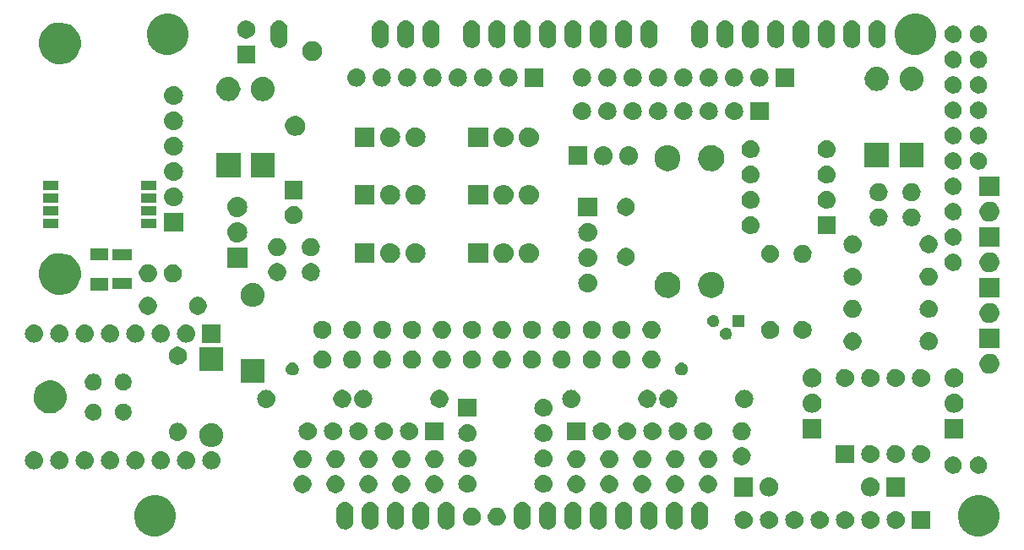
<source format=gts>
G04 #@! TF.FileFunction,Soldermask,Top*
%FSLAX46Y46*%
G04 Gerber Fmt 4.6, Leading zero omitted, Abs format (unit mm)*
G04 Created by KiCad (PCBNEW 4.0.6) date 01/30/18 16:02:00*
%MOMM*%
%LPD*%
G01*
G04 APERTURE LIST*
%ADD10C,0.100000*%
G04 APERTURE END LIST*
D10*
G36*
X105808535Y-112824877D02*
X106206204Y-112906507D01*
X106580457Y-113063828D01*
X106917019Y-113290842D01*
X107203077Y-113578904D01*
X107427734Y-113917042D01*
X107582437Y-114292377D01*
X107661221Y-114690267D01*
X107661221Y-114690277D01*
X107661288Y-114690616D01*
X107654814Y-115154308D01*
X107654737Y-115154646D01*
X107654737Y-115154654D01*
X107564873Y-115550190D01*
X107399754Y-115921056D01*
X107165739Y-116252791D01*
X106871748Y-116532756D01*
X106528977Y-116750285D01*
X106150485Y-116897092D01*
X105750687Y-116967588D01*
X105344805Y-116959085D01*
X104948308Y-116871911D01*
X104576292Y-116709380D01*
X104242935Y-116477692D01*
X103960926Y-116185663D01*
X103741010Y-115844419D01*
X103591561Y-115466954D01*
X103518277Y-115067662D01*
X103523945Y-114661733D01*
X103608351Y-114264634D01*
X103768278Y-113891496D01*
X103997637Y-113556525D01*
X104287689Y-113272486D01*
X104627390Y-113050192D01*
X105003798Y-112898113D01*
X105402571Y-112822043D01*
X105808535Y-112824877D01*
X105808535Y-112824877D01*
G37*
G36*
X188358535Y-112824877D02*
X188756204Y-112906507D01*
X189130457Y-113063828D01*
X189467019Y-113290842D01*
X189753077Y-113578904D01*
X189977734Y-113917042D01*
X190132437Y-114292377D01*
X190211221Y-114690267D01*
X190211221Y-114690277D01*
X190211288Y-114690616D01*
X190204814Y-115154308D01*
X190204737Y-115154646D01*
X190204737Y-115154654D01*
X190114873Y-115550190D01*
X189949754Y-115921056D01*
X189715739Y-116252791D01*
X189421748Y-116532756D01*
X189078977Y-116750285D01*
X188700485Y-116897092D01*
X188300687Y-116967588D01*
X187894805Y-116959085D01*
X187498308Y-116871911D01*
X187126292Y-116709380D01*
X186792935Y-116477692D01*
X186510926Y-116185663D01*
X186291010Y-115844419D01*
X186141561Y-115466954D01*
X186068277Y-115067662D01*
X186073945Y-114661733D01*
X186158351Y-114264634D01*
X186318278Y-113891496D01*
X186547637Y-113556525D01*
X186837689Y-113272486D01*
X187177390Y-113050192D01*
X187553798Y-112898113D01*
X187952571Y-112822043D01*
X188358535Y-112824877D01*
X188358535Y-112824877D01*
G37*
G36*
X124814704Y-113532996D02*
X124814709Y-113532998D01*
X124814751Y-113533002D01*
X124975758Y-113582842D01*
X125124019Y-113663006D01*
X125253885Y-113770441D01*
X125360411Y-113901054D01*
X125439538Y-114049871D01*
X125488253Y-114211222D01*
X125504700Y-114378963D01*
X125504700Y-115408271D01*
X125504631Y-115418238D01*
X125504630Y-115418244D01*
X125504616Y-115420295D01*
X125485828Y-115587790D01*
X125434865Y-115748445D01*
X125353668Y-115896143D01*
X125245329Y-116025256D01*
X125113976Y-116130867D01*
X124964610Y-116208953D01*
X124802923Y-116256540D01*
X124802881Y-116256544D01*
X124802877Y-116256545D01*
X124635073Y-116271817D01*
X124467496Y-116254204D01*
X124467491Y-116254202D01*
X124467449Y-116254198D01*
X124306442Y-116204358D01*
X124158181Y-116124194D01*
X124028315Y-116016759D01*
X123921789Y-115886146D01*
X123842662Y-115737329D01*
X123793947Y-115575978D01*
X123777500Y-115408237D01*
X123777500Y-114378929D01*
X123777569Y-114368962D01*
X123777570Y-114368956D01*
X123777584Y-114366905D01*
X123796372Y-114199410D01*
X123847335Y-114038755D01*
X123928532Y-113891057D01*
X124036871Y-113761944D01*
X124168224Y-113656333D01*
X124317590Y-113578247D01*
X124479277Y-113530660D01*
X124479319Y-113530656D01*
X124479323Y-113530655D01*
X124647127Y-113515383D01*
X124814704Y-113532996D01*
X124814704Y-113532996D01*
G37*
G36*
X127354704Y-113532996D02*
X127354709Y-113532998D01*
X127354751Y-113533002D01*
X127515758Y-113582842D01*
X127664019Y-113663006D01*
X127793885Y-113770441D01*
X127900411Y-113901054D01*
X127979538Y-114049871D01*
X128028253Y-114211222D01*
X128044700Y-114378963D01*
X128044700Y-115408271D01*
X128044631Y-115418238D01*
X128044630Y-115418244D01*
X128044616Y-115420295D01*
X128025828Y-115587790D01*
X127974865Y-115748445D01*
X127893668Y-115896143D01*
X127785329Y-116025256D01*
X127653976Y-116130867D01*
X127504610Y-116208953D01*
X127342923Y-116256540D01*
X127342881Y-116256544D01*
X127342877Y-116256545D01*
X127175073Y-116271817D01*
X127007496Y-116254204D01*
X127007491Y-116254202D01*
X127007449Y-116254198D01*
X126846442Y-116204358D01*
X126698181Y-116124194D01*
X126568315Y-116016759D01*
X126461789Y-115886146D01*
X126382662Y-115737329D01*
X126333947Y-115575978D01*
X126317500Y-115408237D01*
X126317500Y-114378929D01*
X126317569Y-114368962D01*
X126317570Y-114368956D01*
X126317584Y-114366905D01*
X126336372Y-114199410D01*
X126387335Y-114038755D01*
X126468532Y-113891057D01*
X126576871Y-113761944D01*
X126708224Y-113656333D01*
X126857590Y-113578247D01*
X127019277Y-113530660D01*
X127019319Y-113530656D01*
X127019323Y-113530655D01*
X127187127Y-113515383D01*
X127354704Y-113532996D01*
X127354704Y-113532996D01*
G37*
G36*
X132434704Y-113532996D02*
X132434709Y-113532998D01*
X132434751Y-113533002D01*
X132595758Y-113582842D01*
X132744019Y-113663006D01*
X132873885Y-113770441D01*
X132980411Y-113901054D01*
X133059538Y-114049871D01*
X133108253Y-114211222D01*
X133124700Y-114378963D01*
X133124700Y-115408271D01*
X133124631Y-115418238D01*
X133124630Y-115418244D01*
X133124616Y-115420295D01*
X133105828Y-115587790D01*
X133054865Y-115748445D01*
X132973668Y-115896143D01*
X132865329Y-116025256D01*
X132733976Y-116130867D01*
X132584610Y-116208953D01*
X132422923Y-116256540D01*
X132422881Y-116256544D01*
X132422877Y-116256545D01*
X132255073Y-116271817D01*
X132087496Y-116254204D01*
X132087491Y-116254202D01*
X132087449Y-116254198D01*
X131926442Y-116204358D01*
X131778181Y-116124194D01*
X131648315Y-116016759D01*
X131541789Y-115886146D01*
X131462662Y-115737329D01*
X131413947Y-115575978D01*
X131397500Y-115408237D01*
X131397500Y-114378929D01*
X131397569Y-114368962D01*
X131397570Y-114368956D01*
X131397584Y-114366905D01*
X131416372Y-114199410D01*
X131467335Y-114038755D01*
X131548532Y-113891057D01*
X131656871Y-113761944D01*
X131788224Y-113656333D01*
X131937590Y-113578247D01*
X132099277Y-113530660D01*
X132099319Y-113530656D01*
X132099323Y-113530655D01*
X132267127Y-113515383D01*
X132434704Y-113532996D01*
X132434704Y-113532996D01*
G37*
G36*
X129894704Y-113532996D02*
X129894709Y-113532998D01*
X129894751Y-113533002D01*
X130055758Y-113582842D01*
X130204019Y-113663006D01*
X130333885Y-113770441D01*
X130440411Y-113901054D01*
X130519538Y-114049871D01*
X130568253Y-114211222D01*
X130584700Y-114378963D01*
X130584700Y-115408271D01*
X130584631Y-115418238D01*
X130584630Y-115418244D01*
X130584616Y-115420295D01*
X130565828Y-115587790D01*
X130514865Y-115748445D01*
X130433668Y-115896143D01*
X130325329Y-116025256D01*
X130193976Y-116130867D01*
X130044610Y-116208953D01*
X129882923Y-116256540D01*
X129882881Y-116256544D01*
X129882877Y-116256545D01*
X129715073Y-116271817D01*
X129547496Y-116254204D01*
X129547491Y-116254202D01*
X129547449Y-116254198D01*
X129386442Y-116204358D01*
X129238181Y-116124194D01*
X129108315Y-116016759D01*
X129001789Y-115886146D01*
X128922662Y-115737329D01*
X128873947Y-115575978D01*
X128857500Y-115408237D01*
X128857500Y-114378929D01*
X128857569Y-114368962D01*
X128857570Y-114368956D01*
X128857584Y-114366905D01*
X128876372Y-114199410D01*
X128927335Y-114038755D01*
X129008532Y-113891057D01*
X129116871Y-113761944D01*
X129248224Y-113656333D01*
X129397590Y-113578247D01*
X129559277Y-113530660D01*
X129559319Y-113530656D01*
X129559323Y-113530655D01*
X129727127Y-113515383D01*
X129894704Y-113532996D01*
X129894704Y-113532996D01*
G37*
G36*
X150214704Y-113532996D02*
X150214709Y-113532998D01*
X150214751Y-113533002D01*
X150375758Y-113582842D01*
X150524019Y-113663006D01*
X150653885Y-113770441D01*
X150760411Y-113901054D01*
X150839538Y-114049871D01*
X150888253Y-114211222D01*
X150904700Y-114378963D01*
X150904700Y-115408271D01*
X150904631Y-115418238D01*
X150904630Y-115418244D01*
X150904616Y-115420295D01*
X150885828Y-115587790D01*
X150834865Y-115748445D01*
X150753668Y-115896143D01*
X150645329Y-116025256D01*
X150513976Y-116130867D01*
X150364610Y-116208953D01*
X150202923Y-116256540D01*
X150202881Y-116256544D01*
X150202877Y-116256545D01*
X150035073Y-116271817D01*
X149867496Y-116254204D01*
X149867491Y-116254202D01*
X149867449Y-116254198D01*
X149706442Y-116204358D01*
X149558181Y-116124194D01*
X149428315Y-116016759D01*
X149321789Y-115886146D01*
X149242662Y-115737329D01*
X149193947Y-115575978D01*
X149177500Y-115408237D01*
X149177500Y-114378929D01*
X149177569Y-114368962D01*
X149177570Y-114368956D01*
X149177584Y-114366905D01*
X149196372Y-114199410D01*
X149247335Y-114038755D01*
X149328532Y-113891057D01*
X149436871Y-113761944D01*
X149568224Y-113656333D01*
X149717590Y-113578247D01*
X149879277Y-113530660D01*
X149879319Y-113530656D01*
X149879323Y-113530655D01*
X150047127Y-113515383D01*
X150214704Y-113532996D01*
X150214704Y-113532996D01*
G37*
G36*
X134974704Y-113532996D02*
X134974709Y-113532998D01*
X134974751Y-113533002D01*
X135135758Y-113582842D01*
X135284019Y-113663006D01*
X135413885Y-113770441D01*
X135520411Y-113901054D01*
X135599538Y-114049871D01*
X135648253Y-114211222D01*
X135664700Y-114378963D01*
X135664700Y-115408271D01*
X135664631Y-115418238D01*
X135664630Y-115418244D01*
X135664616Y-115420295D01*
X135645828Y-115587790D01*
X135594865Y-115748445D01*
X135513668Y-115896143D01*
X135405329Y-116025256D01*
X135273976Y-116130867D01*
X135124610Y-116208953D01*
X134962923Y-116256540D01*
X134962881Y-116256544D01*
X134962877Y-116256545D01*
X134795073Y-116271817D01*
X134627496Y-116254204D01*
X134627491Y-116254202D01*
X134627449Y-116254198D01*
X134466442Y-116204358D01*
X134318181Y-116124194D01*
X134188315Y-116016759D01*
X134081789Y-115886146D01*
X134002662Y-115737329D01*
X133953947Y-115575978D01*
X133937500Y-115408237D01*
X133937500Y-114378929D01*
X133937569Y-114368962D01*
X133937570Y-114368956D01*
X133937584Y-114366905D01*
X133956372Y-114199410D01*
X134007335Y-114038755D01*
X134088532Y-113891057D01*
X134196871Y-113761944D01*
X134328224Y-113656333D01*
X134477590Y-113578247D01*
X134639277Y-113530660D01*
X134639319Y-113530656D01*
X134639323Y-113530655D01*
X134807127Y-113515383D01*
X134974704Y-113532996D01*
X134974704Y-113532996D01*
G37*
G36*
X142594704Y-113532996D02*
X142594709Y-113532998D01*
X142594751Y-113533002D01*
X142755758Y-113582842D01*
X142904019Y-113663006D01*
X143033885Y-113770441D01*
X143140411Y-113901054D01*
X143219538Y-114049871D01*
X143268253Y-114211222D01*
X143284700Y-114378963D01*
X143284700Y-115408271D01*
X143284631Y-115418238D01*
X143284630Y-115418244D01*
X143284616Y-115420295D01*
X143265828Y-115587790D01*
X143214865Y-115748445D01*
X143133668Y-115896143D01*
X143025329Y-116025256D01*
X142893976Y-116130867D01*
X142744610Y-116208953D01*
X142582923Y-116256540D01*
X142582881Y-116256544D01*
X142582877Y-116256545D01*
X142415073Y-116271817D01*
X142247496Y-116254204D01*
X142247491Y-116254202D01*
X142247449Y-116254198D01*
X142086442Y-116204358D01*
X141938181Y-116124194D01*
X141808315Y-116016759D01*
X141701789Y-115886146D01*
X141622662Y-115737329D01*
X141573947Y-115575978D01*
X141557500Y-115408237D01*
X141557500Y-114378929D01*
X141557569Y-114368962D01*
X141557570Y-114368956D01*
X141557584Y-114366905D01*
X141576372Y-114199410D01*
X141627335Y-114038755D01*
X141708532Y-113891057D01*
X141816871Y-113761944D01*
X141948224Y-113656333D01*
X142097590Y-113578247D01*
X142259277Y-113530660D01*
X142259319Y-113530656D01*
X142259323Y-113530655D01*
X142427127Y-113515383D01*
X142594704Y-113532996D01*
X142594704Y-113532996D01*
G37*
G36*
X147674704Y-113532996D02*
X147674709Y-113532998D01*
X147674751Y-113533002D01*
X147835758Y-113582842D01*
X147984019Y-113663006D01*
X148113885Y-113770441D01*
X148220411Y-113901054D01*
X148299538Y-114049871D01*
X148348253Y-114211222D01*
X148364700Y-114378963D01*
X148364700Y-115408271D01*
X148364631Y-115418238D01*
X148364630Y-115418244D01*
X148364616Y-115420295D01*
X148345828Y-115587790D01*
X148294865Y-115748445D01*
X148213668Y-115896143D01*
X148105329Y-116025256D01*
X147973976Y-116130867D01*
X147824610Y-116208953D01*
X147662923Y-116256540D01*
X147662881Y-116256544D01*
X147662877Y-116256545D01*
X147495073Y-116271817D01*
X147327496Y-116254204D01*
X147327491Y-116254202D01*
X147327449Y-116254198D01*
X147166442Y-116204358D01*
X147018181Y-116124194D01*
X146888315Y-116016759D01*
X146781789Y-115886146D01*
X146702662Y-115737329D01*
X146653947Y-115575978D01*
X146637500Y-115408237D01*
X146637500Y-114378929D01*
X146637569Y-114368962D01*
X146637570Y-114368956D01*
X146637584Y-114366905D01*
X146656372Y-114199410D01*
X146707335Y-114038755D01*
X146788532Y-113891057D01*
X146896871Y-113761944D01*
X147028224Y-113656333D01*
X147177590Y-113578247D01*
X147339277Y-113530660D01*
X147339319Y-113530656D01*
X147339323Y-113530655D01*
X147507127Y-113515383D01*
X147674704Y-113532996D01*
X147674704Y-113532996D01*
G37*
G36*
X152754704Y-113532996D02*
X152754709Y-113532998D01*
X152754751Y-113533002D01*
X152915758Y-113582842D01*
X153064019Y-113663006D01*
X153193885Y-113770441D01*
X153300411Y-113901054D01*
X153379538Y-114049871D01*
X153428253Y-114211222D01*
X153444700Y-114378963D01*
X153444700Y-115408271D01*
X153444631Y-115418238D01*
X153444630Y-115418244D01*
X153444616Y-115420295D01*
X153425828Y-115587790D01*
X153374865Y-115748445D01*
X153293668Y-115896143D01*
X153185329Y-116025256D01*
X153053976Y-116130867D01*
X152904610Y-116208953D01*
X152742923Y-116256540D01*
X152742881Y-116256544D01*
X152742877Y-116256545D01*
X152575073Y-116271817D01*
X152407496Y-116254204D01*
X152407491Y-116254202D01*
X152407449Y-116254198D01*
X152246442Y-116204358D01*
X152098181Y-116124194D01*
X151968315Y-116016759D01*
X151861789Y-115886146D01*
X151782662Y-115737329D01*
X151733947Y-115575978D01*
X151717500Y-115408237D01*
X151717500Y-114378929D01*
X151717569Y-114368962D01*
X151717570Y-114368956D01*
X151717584Y-114366905D01*
X151736372Y-114199410D01*
X151787335Y-114038755D01*
X151868532Y-113891057D01*
X151976871Y-113761944D01*
X152108224Y-113656333D01*
X152257590Y-113578247D01*
X152419277Y-113530660D01*
X152419319Y-113530656D01*
X152419323Y-113530655D01*
X152587127Y-113515383D01*
X152754704Y-113532996D01*
X152754704Y-113532996D01*
G37*
G36*
X155294704Y-113532996D02*
X155294709Y-113532998D01*
X155294751Y-113533002D01*
X155455758Y-113582842D01*
X155604019Y-113663006D01*
X155733885Y-113770441D01*
X155840411Y-113901054D01*
X155919538Y-114049871D01*
X155968253Y-114211222D01*
X155984700Y-114378963D01*
X155984700Y-115408271D01*
X155984631Y-115418238D01*
X155984630Y-115418244D01*
X155984616Y-115420295D01*
X155965828Y-115587790D01*
X155914865Y-115748445D01*
X155833668Y-115896143D01*
X155725329Y-116025256D01*
X155593976Y-116130867D01*
X155444610Y-116208953D01*
X155282923Y-116256540D01*
X155282881Y-116256544D01*
X155282877Y-116256545D01*
X155115073Y-116271817D01*
X154947496Y-116254204D01*
X154947491Y-116254202D01*
X154947449Y-116254198D01*
X154786442Y-116204358D01*
X154638181Y-116124194D01*
X154508315Y-116016759D01*
X154401789Y-115886146D01*
X154322662Y-115737329D01*
X154273947Y-115575978D01*
X154257500Y-115408237D01*
X154257500Y-114378929D01*
X154257569Y-114368962D01*
X154257570Y-114368956D01*
X154257584Y-114366905D01*
X154276372Y-114199410D01*
X154327335Y-114038755D01*
X154408532Y-113891057D01*
X154516871Y-113761944D01*
X154648224Y-113656333D01*
X154797590Y-113578247D01*
X154959277Y-113530660D01*
X154959319Y-113530656D01*
X154959323Y-113530655D01*
X155127127Y-113515383D01*
X155294704Y-113532996D01*
X155294704Y-113532996D01*
G37*
G36*
X157834704Y-113532996D02*
X157834709Y-113532998D01*
X157834751Y-113533002D01*
X157995758Y-113582842D01*
X158144019Y-113663006D01*
X158273885Y-113770441D01*
X158380411Y-113901054D01*
X158459538Y-114049871D01*
X158508253Y-114211222D01*
X158524700Y-114378963D01*
X158524700Y-115408271D01*
X158524631Y-115418238D01*
X158524630Y-115418244D01*
X158524616Y-115420295D01*
X158505828Y-115587790D01*
X158454865Y-115748445D01*
X158373668Y-115896143D01*
X158265329Y-116025256D01*
X158133976Y-116130867D01*
X157984610Y-116208953D01*
X157822923Y-116256540D01*
X157822881Y-116256544D01*
X157822877Y-116256545D01*
X157655073Y-116271817D01*
X157487496Y-116254204D01*
X157487491Y-116254202D01*
X157487449Y-116254198D01*
X157326442Y-116204358D01*
X157178181Y-116124194D01*
X157048315Y-116016759D01*
X156941789Y-115886146D01*
X156862662Y-115737329D01*
X156813947Y-115575978D01*
X156797500Y-115408237D01*
X156797500Y-114378929D01*
X156797569Y-114368962D01*
X156797570Y-114368956D01*
X156797584Y-114366905D01*
X156816372Y-114199410D01*
X156867335Y-114038755D01*
X156948532Y-113891057D01*
X157056871Y-113761944D01*
X157188224Y-113656333D01*
X157337590Y-113578247D01*
X157499277Y-113530660D01*
X157499319Y-113530656D01*
X157499323Y-113530655D01*
X157667127Y-113515383D01*
X157834704Y-113532996D01*
X157834704Y-113532996D01*
G37*
G36*
X160374704Y-113532996D02*
X160374709Y-113532998D01*
X160374751Y-113533002D01*
X160535758Y-113582842D01*
X160684019Y-113663006D01*
X160813885Y-113770441D01*
X160920411Y-113901054D01*
X160999538Y-114049871D01*
X161048253Y-114211222D01*
X161064700Y-114378963D01*
X161064700Y-115408271D01*
X161064631Y-115418238D01*
X161064630Y-115418244D01*
X161064616Y-115420295D01*
X161045828Y-115587790D01*
X160994865Y-115748445D01*
X160913668Y-115896143D01*
X160805329Y-116025256D01*
X160673976Y-116130867D01*
X160524610Y-116208953D01*
X160362923Y-116256540D01*
X160362881Y-116256544D01*
X160362877Y-116256545D01*
X160195073Y-116271817D01*
X160027496Y-116254204D01*
X160027491Y-116254202D01*
X160027449Y-116254198D01*
X159866442Y-116204358D01*
X159718181Y-116124194D01*
X159588315Y-116016759D01*
X159481789Y-115886146D01*
X159402662Y-115737329D01*
X159353947Y-115575978D01*
X159337500Y-115408237D01*
X159337500Y-114378929D01*
X159337569Y-114368962D01*
X159337570Y-114368956D01*
X159337584Y-114366905D01*
X159356372Y-114199410D01*
X159407335Y-114038755D01*
X159488532Y-113891057D01*
X159596871Y-113761944D01*
X159728224Y-113656333D01*
X159877590Y-113578247D01*
X160039277Y-113530660D01*
X160039319Y-113530656D01*
X160039323Y-113530655D01*
X160207127Y-113515383D01*
X160374704Y-113532996D01*
X160374704Y-113532996D01*
G37*
G36*
X145134704Y-113532996D02*
X145134709Y-113532998D01*
X145134751Y-113533002D01*
X145295758Y-113582842D01*
X145444019Y-113663006D01*
X145573885Y-113770441D01*
X145680411Y-113901054D01*
X145759538Y-114049871D01*
X145808253Y-114211222D01*
X145824700Y-114378963D01*
X145824700Y-115408271D01*
X145824631Y-115418238D01*
X145824630Y-115418244D01*
X145824616Y-115420295D01*
X145805828Y-115587790D01*
X145754865Y-115748445D01*
X145673668Y-115896143D01*
X145565329Y-116025256D01*
X145433976Y-116130867D01*
X145284610Y-116208953D01*
X145122923Y-116256540D01*
X145122881Y-116256544D01*
X145122877Y-116256545D01*
X144955073Y-116271817D01*
X144787496Y-116254204D01*
X144787491Y-116254202D01*
X144787449Y-116254198D01*
X144626442Y-116204358D01*
X144478181Y-116124194D01*
X144348315Y-116016759D01*
X144241789Y-115886146D01*
X144162662Y-115737329D01*
X144113947Y-115575978D01*
X144097500Y-115408237D01*
X144097500Y-114378929D01*
X144097569Y-114368962D01*
X144097570Y-114368956D01*
X144097584Y-114366905D01*
X144116372Y-114199410D01*
X144167335Y-114038755D01*
X144248532Y-113891057D01*
X144356871Y-113761944D01*
X144488224Y-113656333D01*
X144637590Y-113578247D01*
X144799277Y-113530660D01*
X144799319Y-113530656D01*
X144799323Y-113530655D01*
X144967127Y-113515383D01*
X145134704Y-113532996D01*
X145134704Y-113532996D01*
G37*
G36*
X183273600Y-116217600D02*
X181470400Y-116217600D01*
X181470400Y-114414400D01*
X183273600Y-114414400D01*
X183273600Y-116217600D01*
X183273600Y-116217600D01*
G37*
G36*
X174766895Y-114414473D02*
X174766901Y-114414474D01*
X174768950Y-114414488D01*
X174943815Y-114434102D01*
X175111540Y-114487308D01*
X175265736Y-114572078D01*
X175400531Y-114685184D01*
X175510789Y-114822317D01*
X175592311Y-114978255D01*
X175641992Y-115147057D01*
X175641995Y-115147093D01*
X175641998Y-115147102D01*
X175657942Y-115322292D01*
X175639553Y-115497245D01*
X175639551Y-115497250D01*
X175639547Y-115497292D01*
X175587514Y-115665384D01*
X175503822Y-115820168D01*
X175391660Y-115955749D01*
X175255300Y-116066962D01*
X175099935Y-116149571D01*
X174931484Y-116200429D01*
X174756362Y-116217600D01*
X174747604Y-116217600D01*
X174737105Y-116217527D01*
X174737099Y-116217526D01*
X174735050Y-116217512D01*
X174560185Y-116197898D01*
X174392460Y-116144692D01*
X174238264Y-116059922D01*
X174103469Y-115946816D01*
X173993211Y-115809683D01*
X173911689Y-115653745D01*
X173862008Y-115484943D01*
X173862005Y-115484907D01*
X173862002Y-115484898D01*
X173846058Y-115309708D01*
X173864447Y-115134755D01*
X173864449Y-115134750D01*
X173864453Y-115134708D01*
X173916486Y-114966616D01*
X174000178Y-114811832D01*
X174112340Y-114676251D01*
X174248700Y-114565038D01*
X174404065Y-114482429D01*
X174572516Y-114431571D01*
X174747638Y-114414400D01*
X174756396Y-114414400D01*
X174766895Y-114414473D01*
X174766895Y-114414473D01*
G37*
G36*
X177306895Y-114414473D02*
X177306901Y-114414474D01*
X177308950Y-114414488D01*
X177483815Y-114434102D01*
X177651540Y-114487308D01*
X177805736Y-114572078D01*
X177940531Y-114685184D01*
X178050789Y-114822317D01*
X178132311Y-114978255D01*
X178181992Y-115147057D01*
X178181995Y-115147093D01*
X178181998Y-115147102D01*
X178197942Y-115322292D01*
X178179553Y-115497245D01*
X178179551Y-115497250D01*
X178179547Y-115497292D01*
X178127514Y-115665384D01*
X178043822Y-115820168D01*
X177931660Y-115955749D01*
X177795300Y-116066962D01*
X177639935Y-116149571D01*
X177471484Y-116200429D01*
X177296362Y-116217600D01*
X177287604Y-116217600D01*
X177277105Y-116217527D01*
X177277099Y-116217526D01*
X177275050Y-116217512D01*
X177100185Y-116197898D01*
X176932460Y-116144692D01*
X176778264Y-116059922D01*
X176643469Y-115946816D01*
X176533211Y-115809683D01*
X176451689Y-115653745D01*
X176402008Y-115484943D01*
X176402005Y-115484907D01*
X176402002Y-115484898D01*
X176386058Y-115309708D01*
X176404447Y-115134755D01*
X176404449Y-115134750D01*
X176404453Y-115134708D01*
X176456486Y-114966616D01*
X176540178Y-114811832D01*
X176652340Y-114676251D01*
X176788700Y-114565038D01*
X176944065Y-114482429D01*
X177112516Y-114431571D01*
X177287638Y-114414400D01*
X177296396Y-114414400D01*
X177306895Y-114414473D01*
X177306895Y-114414473D01*
G37*
G36*
X179846895Y-114414473D02*
X179846901Y-114414474D01*
X179848950Y-114414488D01*
X180023815Y-114434102D01*
X180191540Y-114487308D01*
X180345736Y-114572078D01*
X180480531Y-114685184D01*
X180590789Y-114822317D01*
X180672311Y-114978255D01*
X180721992Y-115147057D01*
X180721995Y-115147093D01*
X180721998Y-115147102D01*
X180737942Y-115322292D01*
X180719553Y-115497245D01*
X180719551Y-115497250D01*
X180719547Y-115497292D01*
X180667514Y-115665384D01*
X180583822Y-115820168D01*
X180471660Y-115955749D01*
X180335300Y-116066962D01*
X180179935Y-116149571D01*
X180011484Y-116200429D01*
X179836362Y-116217600D01*
X179827604Y-116217600D01*
X179817105Y-116217527D01*
X179817099Y-116217526D01*
X179815050Y-116217512D01*
X179640185Y-116197898D01*
X179472460Y-116144692D01*
X179318264Y-116059922D01*
X179183469Y-115946816D01*
X179073211Y-115809683D01*
X178991689Y-115653745D01*
X178942008Y-115484943D01*
X178942005Y-115484907D01*
X178942002Y-115484898D01*
X178926058Y-115309708D01*
X178944447Y-115134755D01*
X178944449Y-115134750D01*
X178944453Y-115134708D01*
X178996486Y-114966616D01*
X179080178Y-114811832D01*
X179192340Y-114676251D01*
X179328700Y-114565038D01*
X179484065Y-114482429D01*
X179652516Y-114431571D01*
X179827638Y-114414400D01*
X179836396Y-114414400D01*
X179846895Y-114414473D01*
X179846895Y-114414473D01*
G37*
G36*
X164606895Y-114414473D02*
X164606901Y-114414474D01*
X164608950Y-114414488D01*
X164783815Y-114434102D01*
X164951540Y-114487308D01*
X165105736Y-114572078D01*
X165240531Y-114685184D01*
X165350789Y-114822317D01*
X165432311Y-114978255D01*
X165481992Y-115147057D01*
X165481995Y-115147093D01*
X165481998Y-115147102D01*
X165497942Y-115322292D01*
X165479553Y-115497245D01*
X165479551Y-115497250D01*
X165479547Y-115497292D01*
X165427514Y-115665384D01*
X165343822Y-115820168D01*
X165231660Y-115955749D01*
X165095300Y-116066962D01*
X164939935Y-116149571D01*
X164771484Y-116200429D01*
X164596362Y-116217600D01*
X164587604Y-116217600D01*
X164577105Y-116217527D01*
X164577099Y-116217526D01*
X164575050Y-116217512D01*
X164400185Y-116197898D01*
X164232460Y-116144692D01*
X164078264Y-116059922D01*
X163943469Y-115946816D01*
X163833211Y-115809683D01*
X163751689Y-115653745D01*
X163702008Y-115484943D01*
X163702005Y-115484907D01*
X163702002Y-115484898D01*
X163686058Y-115309708D01*
X163704447Y-115134755D01*
X163704449Y-115134750D01*
X163704453Y-115134708D01*
X163756486Y-114966616D01*
X163840178Y-114811832D01*
X163952340Y-114676251D01*
X164088700Y-114565038D01*
X164244065Y-114482429D01*
X164412516Y-114431571D01*
X164587638Y-114414400D01*
X164596396Y-114414400D01*
X164606895Y-114414473D01*
X164606895Y-114414473D01*
G37*
G36*
X167146895Y-114414473D02*
X167146901Y-114414474D01*
X167148950Y-114414488D01*
X167323815Y-114434102D01*
X167491540Y-114487308D01*
X167645736Y-114572078D01*
X167780531Y-114685184D01*
X167890789Y-114822317D01*
X167972311Y-114978255D01*
X168021992Y-115147057D01*
X168021995Y-115147093D01*
X168021998Y-115147102D01*
X168037942Y-115322292D01*
X168019553Y-115497245D01*
X168019551Y-115497250D01*
X168019547Y-115497292D01*
X167967514Y-115665384D01*
X167883822Y-115820168D01*
X167771660Y-115955749D01*
X167635300Y-116066962D01*
X167479935Y-116149571D01*
X167311484Y-116200429D01*
X167136362Y-116217600D01*
X167127604Y-116217600D01*
X167117105Y-116217527D01*
X167117099Y-116217526D01*
X167115050Y-116217512D01*
X166940185Y-116197898D01*
X166772460Y-116144692D01*
X166618264Y-116059922D01*
X166483469Y-115946816D01*
X166373211Y-115809683D01*
X166291689Y-115653745D01*
X166242008Y-115484943D01*
X166242005Y-115484907D01*
X166242002Y-115484898D01*
X166226058Y-115309708D01*
X166244447Y-115134755D01*
X166244449Y-115134750D01*
X166244453Y-115134708D01*
X166296486Y-114966616D01*
X166380178Y-114811832D01*
X166492340Y-114676251D01*
X166628700Y-114565038D01*
X166784065Y-114482429D01*
X166952516Y-114431571D01*
X167127638Y-114414400D01*
X167136396Y-114414400D01*
X167146895Y-114414473D01*
X167146895Y-114414473D01*
G37*
G36*
X169686895Y-114414473D02*
X169686901Y-114414474D01*
X169688950Y-114414488D01*
X169863815Y-114434102D01*
X170031540Y-114487308D01*
X170185736Y-114572078D01*
X170320531Y-114685184D01*
X170430789Y-114822317D01*
X170512311Y-114978255D01*
X170561992Y-115147057D01*
X170561995Y-115147093D01*
X170561998Y-115147102D01*
X170577942Y-115322292D01*
X170559553Y-115497245D01*
X170559551Y-115497250D01*
X170559547Y-115497292D01*
X170507514Y-115665384D01*
X170423822Y-115820168D01*
X170311660Y-115955749D01*
X170175300Y-116066962D01*
X170019935Y-116149571D01*
X169851484Y-116200429D01*
X169676362Y-116217600D01*
X169667604Y-116217600D01*
X169657105Y-116217527D01*
X169657099Y-116217526D01*
X169655050Y-116217512D01*
X169480185Y-116197898D01*
X169312460Y-116144692D01*
X169158264Y-116059922D01*
X169023469Y-115946816D01*
X168913211Y-115809683D01*
X168831689Y-115653745D01*
X168782008Y-115484943D01*
X168782005Y-115484907D01*
X168782002Y-115484898D01*
X168766058Y-115309708D01*
X168784447Y-115134755D01*
X168784449Y-115134750D01*
X168784453Y-115134708D01*
X168836486Y-114966616D01*
X168920178Y-114811832D01*
X169032340Y-114676251D01*
X169168700Y-114565038D01*
X169324065Y-114482429D01*
X169492516Y-114431571D01*
X169667638Y-114414400D01*
X169676396Y-114414400D01*
X169686895Y-114414473D01*
X169686895Y-114414473D01*
G37*
G36*
X172226895Y-114414473D02*
X172226901Y-114414474D01*
X172228950Y-114414488D01*
X172403815Y-114434102D01*
X172571540Y-114487308D01*
X172725736Y-114572078D01*
X172860531Y-114685184D01*
X172970789Y-114822317D01*
X173052311Y-114978255D01*
X173101992Y-115147057D01*
X173101995Y-115147093D01*
X173101998Y-115147102D01*
X173117942Y-115322292D01*
X173099553Y-115497245D01*
X173099551Y-115497250D01*
X173099547Y-115497292D01*
X173047514Y-115665384D01*
X172963822Y-115820168D01*
X172851660Y-115955749D01*
X172715300Y-116066962D01*
X172559935Y-116149571D01*
X172391484Y-116200429D01*
X172216362Y-116217600D01*
X172207604Y-116217600D01*
X172197105Y-116217527D01*
X172197099Y-116217526D01*
X172195050Y-116217512D01*
X172020185Y-116197898D01*
X171852460Y-116144692D01*
X171698264Y-116059922D01*
X171563469Y-115946816D01*
X171453211Y-115809683D01*
X171371689Y-115653745D01*
X171322008Y-115484943D01*
X171322005Y-115484907D01*
X171322002Y-115484898D01*
X171306058Y-115309708D01*
X171324447Y-115134755D01*
X171324449Y-115134750D01*
X171324453Y-115134708D01*
X171376486Y-114966616D01*
X171460178Y-114811832D01*
X171572340Y-114676251D01*
X171708700Y-114565038D01*
X171864065Y-114482429D01*
X172032516Y-114431571D01*
X172207638Y-114414400D01*
X172216396Y-114414400D01*
X172226895Y-114414473D01*
X172226895Y-114414473D01*
G37*
G36*
X137445203Y-114098999D02*
X137618397Y-114134551D01*
X137781401Y-114203071D01*
X137927985Y-114301944D01*
X138052573Y-114427404D01*
X138150418Y-114574674D01*
X138217798Y-114738149D01*
X138252071Y-114911239D01*
X138252071Y-114911255D01*
X138252138Y-114911594D01*
X138249318Y-115113547D01*
X138249242Y-115113881D01*
X138249242Y-115113894D01*
X138210147Y-115285970D01*
X138138233Y-115447492D01*
X138036310Y-115591976D01*
X137908267Y-115713910D01*
X137758977Y-115808652D01*
X137594131Y-115872591D01*
X137420007Y-115903294D01*
X137243230Y-115899591D01*
X137070540Y-115861623D01*
X136908514Y-115790835D01*
X136763328Y-115689928D01*
X136640503Y-115562739D01*
X136544721Y-115414114D01*
X136479630Y-115249713D01*
X136447713Y-115075811D01*
X136450181Y-114899014D01*
X136486944Y-114726063D01*
X136556596Y-114563549D01*
X136656491Y-114417657D01*
X136782818Y-114293948D01*
X136930771Y-114197131D01*
X137094710Y-114130895D01*
X137268388Y-114097765D01*
X137445203Y-114098999D01*
X137445203Y-114098999D01*
G37*
G36*
X139945203Y-114098999D02*
X140118397Y-114134551D01*
X140281401Y-114203071D01*
X140427985Y-114301944D01*
X140552573Y-114427404D01*
X140650418Y-114574674D01*
X140717798Y-114738149D01*
X140752071Y-114911239D01*
X140752071Y-114911255D01*
X140752138Y-114911594D01*
X140749318Y-115113547D01*
X140749242Y-115113881D01*
X140749242Y-115113894D01*
X140710147Y-115285970D01*
X140638233Y-115447492D01*
X140536310Y-115591976D01*
X140408267Y-115713910D01*
X140258977Y-115808652D01*
X140094131Y-115872591D01*
X139920007Y-115903294D01*
X139743230Y-115899591D01*
X139570540Y-115861623D01*
X139408514Y-115790835D01*
X139263328Y-115689928D01*
X139140503Y-115562739D01*
X139044721Y-115414114D01*
X138979630Y-115249713D01*
X138947713Y-115075811D01*
X138950181Y-114899014D01*
X138986944Y-114726063D01*
X139056596Y-114563549D01*
X139156491Y-114417657D01*
X139282818Y-114293948D01*
X139430771Y-114197131D01*
X139594710Y-114130895D01*
X139768388Y-114097765D01*
X139945203Y-114098999D01*
X139945203Y-114098999D01*
G37*
G36*
X167323299Y-111077226D02*
X167323304Y-111077228D01*
X167323346Y-111077232D01*
X167500760Y-111132151D01*
X167664128Y-111220484D01*
X167807228Y-111338866D01*
X167924608Y-111482789D01*
X168011798Y-111646769D01*
X168065477Y-111824563D01*
X168083600Y-112009396D01*
X168083600Y-112018637D01*
X168083522Y-112029834D01*
X168083521Y-112029840D01*
X168083507Y-112031890D01*
X168062805Y-112216453D01*
X168006649Y-112393479D01*
X167917178Y-112556227D01*
X167797800Y-112698496D01*
X167653061Y-112814869D01*
X167488476Y-112900912D01*
X167310312Y-112953349D01*
X167310276Y-112953352D01*
X167310267Y-112953355D01*
X167125360Y-112970183D01*
X166940701Y-112950774D01*
X166940696Y-112950772D01*
X166940654Y-112950768D01*
X166763240Y-112895849D01*
X166599872Y-112807516D01*
X166456772Y-112689134D01*
X166339392Y-112545211D01*
X166252202Y-112381231D01*
X166198523Y-112203437D01*
X166180400Y-112018604D01*
X166180400Y-112009396D01*
X166180424Y-112005966D01*
X166180478Y-111998166D01*
X166180479Y-111998160D01*
X166180493Y-111996110D01*
X166201195Y-111811547D01*
X166257351Y-111634521D01*
X166346822Y-111471773D01*
X166466200Y-111329504D01*
X166610939Y-111213131D01*
X166775524Y-111127088D01*
X166953688Y-111074651D01*
X166953724Y-111074648D01*
X166953733Y-111074645D01*
X167138640Y-111057817D01*
X167323299Y-111077226D01*
X167323299Y-111077226D01*
G37*
G36*
X177483299Y-111077226D02*
X177483304Y-111077228D01*
X177483346Y-111077232D01*
X177660760Y-111132151D01*
X177824128Y-111220484D01*
X177967228Y-111338866D01*
X178084608Y-111482789D01*
X178171798Y-111646769D01*
X178225477Y-111824563D01*
X178243600Y-112009396D01*
X178243600Y-112018637D01*
X178243522Y-112029834D01*
X178243521Y-112029840D01*
X178243507Y-112031890D01*
X178222805Y-112216453D01*
X178166649Y-112393479D01*
X178077178Y-112556227D01*
X177957800Y-112698496D01*
X177813061Y-112814869D01*
X177648476Y-112900912D01*
X177470312Y-112953349D01*
X177470276Y-112953352D01*
X177470267Y-112953355D01*
X177285360Y-112970183D01*
X177100701Y-112950774D01*
X177100696Y-112950772D01*
X177100654Y-112950768D01*
X176923240Y-112895849D01*
X176759872Y-112807516D01*
X176616772Y-112689134D01*
X176499392Y-112545211D01*
X176412202Y-112381231D01*
X176358523Y-112203437D01*
X176340400Y-112018604D01*
X176340400Y-112009396D01*
X176340424Y-112005966D01*
X176340478Y-111998166D01*
X176340479Y-111998160D01*
X176340493Y-111996110D01*
X176361195Y-111811547D01*
X176417351Y-111634521D01*
X176506822Y-111471773D01*
X176626200Y-111329504D01*
X176770939Y-111213131D01*
X176935524Y-111127088D01*
X177113688Y-111074651D01*
X177113724Y-111074648D01*
X177113733Y-111074645D01*
X177298640Y-111057817D01*
X177483299Y-111077226D01*
X177483299Y-111077226D01*
G37*
G36*
X165543600Y-112965600D02*
X163640400Y-112965600D01*
X163640400Y-111062400D01*
X165543600Y-111062400D01*
X165543600Y-112965600D01*
X165543600Y-112965600D01*
G37*
G36*
X180783600Y-112965600D02*
X178880400Y-112965600D01*
X178880400Y-111062400D01*
X180783600Y-111062400D01*
X180783600Y-112965600D01*
X180783600Y-112965600D01*
G37*
G36*
X127094703Y-110818999D02*
X127267897Y-110854551D01*
X127430901Y-110923071D01*
X127577485Y-111021944D01*
X127702073Y-111147404D01*
X127799918Y-111294674D01*
X127867298Y-111458149D01*
X127901571Y-111631239D01*
X127901571Y-111631255D01*
X127901638Y-111631594D01*
X127898818Y-111833547D01*
X127898742Y-111833881D01*
X127898742Y-111833894D01*
X127859647Y-112005970D01*
X127787733Y-112167492D01*
X127685810Y-112311976D01*
X127557767Y-112433910D01*
X127408477Y-112528652D01*
X127243631Y-112592591D01*
X127069507Y-112623294D01*
X126892730Y-112619591D01*
X126720040Y-112581623D01*
X126558014Y-112510835D01*
X126412828Y-112409928D01*
X126290003Y-112282739D01*
X126194221Y-112134114D01*
X126129130Y-111969713D01*
X126097213Y-111795811D01*
X126099681Y-111619014D01*
X126136444Y-111446063D01*
X126206096Y-111283549D01*
X126305991Y-111137657D01*
X126432318Y-111013948D01*
X126580271Y-110917131D01*
X126744210Y-110850895D01*
X126917888Y-110817765D01*
X127094703Y-110818999D01*
X127094703Y-110818999D01*
G37*
G36*
X123792703Y-110818999D02*
X123965897Y-110854551D01*
X124128901Y-110923071D01*
X124275485Y-111021944D01*
X124400073Y-111147404D01*
X124497918Y-111294674D01*
X124565298Y-111458149D01*
X124599571Y-111631239D01*
X124599571Y-111631255D01*
X124599638Y-111631594D01*
X124596818Y-111833547D01*
X124596742Y-111833881D01*
X124596742Y-111833894D01*
X124557647Y-112005970D01*
X124485733Y-112167492D01*
X124383810Y-112311976D01*
X124255767Y-112433910D01*
X124106477Y-112528652D01*
X123941631Y-112592591D01*
X123767507Y-112623294D01*
X123590730Y-112619591D01*
X123418040Y-112581623D01*
X123256014Y-112510835D01*
X123110828Y-112409928D01*
X122988003Y-112282739D01*
X122892221Y-112134114D01*
X122827130Y-111969713D01*
X122795213Y-111795811D01*
X122797681Y-111619014D01*
X122834444Y-111446063D01*
X122904096Y-111283549D01*
X123003991Y-111137657D01*
X123130318Y-111013948D01*
X123278271Y-110917131D01*
X123442210Y-110850895D01*
X123615888Y-110817765D01*
X123792703Y-110818999D01*
X123792703Y-110818999D01*
G37*
G36*
X130396703Y-110818999D02*
X130569897Y-110854551D01*
X130732901Y-110923071D01*
X130879485Y-111021944D01*
X131004073Y-111147404D01*
X131101918Y-111294674D01*
X131169298Y-111458149D01*
X131203571Y-111631239D01*
X131203571Y-111631255D01*
X131203638Y-111631594D01*
X131200818Y-111833547D01*
X131200742Y-111833881D01*
X131200742Y-111833894D01*
X131161647Y-112005970D01*
X131089733Y-112167492D01*
X130987810Y-112311976D01*
X130859767Y-112433910D01*
X130710477Y-112528652D01*
X130545631Y-112592591D01*
X130371507Y-112623294D01*
X130194730Y-112619591D01*
X130022040Y-112581623D01*
X129860014Y-112510835D01*
X129714828Y-112409928D01*
X129592003Y-112282739D01*
X129496221Y-112134114D01*
X129431130Y-111969713D01*
X129399213Y-111795811D01*
X129401681Y-111619014D01*
X129438444Y-111446063D01*
X129508096Y-111283549D01*
X129607991Y-111137657D01*
X129734318Y-111013948D01*
X129882271Y-110917131D01*
X130046210Y-110850895D01*
X130219888Y-110817765D01*
X130396703Y-110818999D01*
X130396703Y-110818999D01*
G37*
G36*
X133698703Y-110818999D02*
X133871897Y-110854551D01*
X134034901Y-110923071D01*
X134181485Y-111021944D01*
X134306073Y-111147404D01*
X134403918Y-111294674D01*
X134471298Y-111458149D01*
X134505571Y-111631239D01*
X134505571Y-111631255D01*
X134505638Y-111631594D01*
X134502818Y-111833547D01*
X134502742Y-111833881D01*
X134502742Y-111833894D01*
X134463647Y-112005970D01*
X134391733Y-112167492D01*
X134289810Y-112311976D01*
X134161767Y-112433910D01*
X134012477Y-112528652D01*
X133847631Y-112592591D01*
X133673507Y-112623294D01*
X133496730Y-112619591D01*
X133324040Y-112581623D01*
X133162014Y-112510835D01*
X133016828Y-112409928D01*
X132894003Y-112282739D01*
X132798221Y-112134114D01*
X132733130Y-111969713D01*
X132701213Y-111795811D01*
X132703681Y-111619014D01*
X132740444Y-111446063D01*
X132810096Y-111283549D01*
X132909991Y-111137657D01*
X133036318Y-111013948D01*
X133184271Y-110917131D01*
X133348210Y-110850895D01*
X133521888Y-110817765D01*
X133698703Y-110818999D01*
X133698703Y-110818999D01*
G37*
G36*
X147922703Y-110818999D02*
X148095897Y-110854551D01*
X148258901Y-110923071D01*
X148405485Y-111021944D01*
X148530073Y-111147404D01*
X148627918Y-111294674D01*
X148695298Y-111458149D01*
X148729571Y-111631239D01*
X148729571Y-111631255D01*
X148729638Y-111631594D01*
X148726818Y-111833547D01*
X148726742Y-111833881D01*
X148726742Y-111833894D01*
X148687647Y-112005970D01*
X148615733Y-112167492D01*
X148513810Y-112311976D01*
X148385767Y-112433910D01*
X148236477Y-112528652D01*
X148071631Y-112592591D01*
X147897507Y-112623294D01*
X147720730Y-112619591D01*
X147548040Y-112581623D01*
X147386014Y-112510835D01*
X147240828Y-112409928D01*
X147118003Y-112282739D01*
X147022221Y-112134114D01*
X146957130Y-111969713D01*
X146925213Y-111795811D01*
X146927681Y-111619014D01*
X146964444Y-111446063D01*
X147034096Y-111283549D01*
X147133991Y-111137657D01*
X147260318Y-111013948D01*
X147408271Y-110917131D01*
X147572210Y-110850895D01*
X147745888Y-110817765D01*
X147922703Y-110818999D01*
X147922703Y-110818999D01*
G37*
G36*
X151224703Y-110818999D02*
X151397897Y-110854551D01*
X151560901Y-110923071D01*
X151707485Y-111021944D01*
X151832073Y-111147404D01*
X151929918Y-111294674D01*
X151997298Y-111458149D01*
X152031571Y-111631239D01*
X152031571Y-111631255D01*
X152031638Y-111631594D01*
X152028818Y-111833547D01*
X152028742Y-111833881D01*
X152028742Y-111833894D01*
X151989647Y-112005970D01*
X151917733Y-112167492D01*
X151815810Y-112311976D01*
X151687767Y-112433910D01*
X151538477Y-112528652D01*
X151373631Y-112592591D01*
X151199507Y-112623294D01*
X151022730Y-112619591D01*
X150850040Y-112581623D01*
X150688014Y-112510835D01*
X150542828Y-112409928D01*
X150420003Y-112282739D01*
X150324221Y-112134114D01*
X150259130Y-111969713D01*
X150227213Y-111795811D01*
X150229681Y-111619014D01*
X150266444Y-111446063D01*
X150336096Y-111283549D01*
X150435991Y-111137657D01*
X150562318Y-111013948D01*
X150710271Y-110917131D01*
X150874210Y-110850895D01*
X151047888Y-110817765D01*
X151224703Y-110818999D01*
X151224703Y-110818999D01*
G37*
G36*
X154526703Y-110818999D02*
X154699897Y-110854551D01*
X154862901Y-110923071D01*
X155009485Y-111021944D01*
X155134073Y-111147404D01*
X155231918Y-111294674D01*
X155299298Y-111458149D01*
X155333571Y-111631239D01*
X155333571Y-111631255D01*
X155333638Y-111631594D01*
X155330818Y-111833547D01*
X155330742Y-111833881D01*
X155330742Y-111833894D01*
X155291647Y-112005970D01*
X155219733Y-112167492D01*
X155117810Y-112311976D01*
X154989767Y-112433910D01*
X154840477Y-112528652D01*
X154675631Y-112592591D01*
X154501507Y-112623294D01*
X154324730Y-112619591D01*
X154152040Y-112581623D01*
X153990014Y-112510835D01*
X153844828Y-112409928D01*
X153722003Y-112282739D01*
X153626221Y-112134114D01*
X153561130Y-111969713D01*
X153529213Y-111795811D01*
X153531681Y-111619014D01*
X153568444Y-111446063D01*
X153638096Y-111283549D01*
X153737991Y-111137657D01*
X153864318Y-111013948D01*
X154012271Y-110917131D01*
X154176210Y-110850895D01*
X154349888Y-110817765D01*
X154526703Y-110818999D01*
X154526703Y-110818999D01*
G37*
G36*
X157828703Y-110818999D02*
X158001897Y-110854551D01*
X158164901Y-110923071D01*
X158311485Y-111021944D01*
X158436073Y-111147404D01*
X158533918Y-111294674D01*
X158601298Y-111458149D01*
X158635571Y-111631239D01*
X158635571Y-111631255D01*
X158635638Y-111631594D01*
X158632818Y-111833547D01*
X158632742Y-111833881D01*
X158632742Y-111833894D01*
X158593647Y-112005970D01*
X158521733Y-112167492D01*
X158419810Y-112311976D01*
X158291767Y-112433910D01*
X158142477Y-112528652D01*
X157977631Y-112592591D01*
X157803507Y-112623294D01*
X157626730Y-112619591D01*
X157454040Y-112581623D01*
X157292014Y-112510835D01*
X157146828Y-112409928D01*
X157024003Y-112282739D01*
X156928221Y-112134114D01*
X156863130Y-111969713D01*
X156831213Y-111795811D01*
X156833681Y-111619014D01*
X156870444Y-111446063D01*
X156940096Y-111283549D01*
X157039991Y-111137657D01*
X157166318Y-111013948D01*
X157314271Y-110917131D01*
X157478210Y-110850895D01*
X157651888Y-110817765D01*
X157828703Y-110818999D01*
X157828703Y-110818999D01*
G37*
G36*
X120490703Y-110818999D02*
X120663897Y-110854551D01*
X120826901Y-110923071D01*
X120973485Y-111021944D01*
X121098073Y-111147404D01*
X121195918Y-111294674D01*
X121263298Y-111458149D01*
X121297571Y-111631239D01*
X121297571Y-111631255D01*
X121297638Y-111631594D01*
X121294818Y-111833547D01*
X121294742Y-111833881D01*
X121294742Y-111833894D01*
X121255647Y-112005970D01*
X121183733Y-112167492D01*
X121081810Y-112311976D01*
X120953767Y-112433910D01*
X120804477Y-112528652D01*
X120639631Y-112592591D01*
X120465507Y-112623294D01*
X120288730Y-112619591D01*
X120116040Y-112581623D01*
X119954014Y-112510835D01*
X119808828Y-112409928D01*
X119686003Y-112282739D01*
X119590221Y-112134114D01*
X119525130Y-111969713D01*
X119493213Y-111795811D01*
X119495681Y-111619014D01*
X119532444Y-111446063D01*
X119602096Y-111283549D01*
X119701991Y-111137657D01*
X119828318Y-111013948D01*
X119976271Y-110917131D01*
X120140210Y-110850895D01*
X120313888Y-110817765D01*
X120490703Y-110818999D01*
X120490703Y-110818999D01*
G37*
G36*
X161130703Y-110818999D02*
X161303897Y-110854551D01*
X161466901Y-110923071D01*
X161613485Y-111021944D01*
X161738073Y-111147404D01*
X161835918Y-111294674D01*
X161903298Y-111458149D01*
X161937571Y-111631239D01*
X161937571Y-111631255D01*
X161937638Y-111631594D01*
X161934818Y-111833547D01*
X161934742Y-111833881D01*
X161934742Y-111833894D01*
X161895647Y-112005970D01*
X161823733Y-112167492D01*
X161721810Y-112311976D01*
X161593767Y-112433910D01*
X161444477Y-112528652D01*
X161279631Y-112592591D01*
X161105507Y-112623294D01*
X160928730Y-112619591D01*
X160756040Y-112581623D01*
X160594014Y-112510835D01*
X160448828Y-112409928D01*
X160326003Y-112282739D01*
X160230221Y-112134114D01*
X160165130Y-111969713D01*
X160133213Y-111795811D01*
X160135681Y-111619014D01*
X160172444Y-111446063D01*
X160242096Y-111283549D01*
X160341991Y-111137657D01*
X160468318Y-111013948D01*
X160616271Y-110917131D01*
X160780210Y-110850895D01*
X160953888Y-110817765D01*
X161130703Y-110818999D01*
X161130703Y-110818999D01*
G37*
G36*
X136920895Y-110794973D02*
X136920901Y-110794974D01*
X136922950Y-110794988D01*
X137097815Y-110814602D01*
X137265540Y-110867808D01*
X137419736Y-110952578D01*
X137554531Y-111065684D01*
X137664789Y-111202817D01*
X137746311Y-111358755D01*
X137795992Y-111527557D01*
X137795995Y-111527593D01*
X137795998Y-111527602D01*
X137811942Y-111702792D01*
X137793553Y-111877745D01*
X137793551Y-111877750D01*
X137793547Y-111877792D01*
X137741514Y-112045884D01*
X137657822Y-112200668D01*
X137545660Y-112336249D01*
X137409300Y-112447462D01*
X137253935Y-112530071D01*
X137085484Y-112580929D01*
X136910362Y-112598100D01*
X136901604Y-112598100D01*
X136891105Y-112598027D01*
X136891099Y-112598026D01*
X136889050Y-112598012D01*
X136714185Y-112578398D01*
X136546460Y-112525192D01*
X136392264Y-112440422D01*
X136257469Y-112327316D01*
X136147211Y-112190183D01*
X136065689Y-112034245D01*
X136016008Y-111865443D01*
X136016005Y-111865407D01*
X136016002Y-111865398D01*
X136000058Y-111690208D01*
X136018447Y-111515255D01*
X136018449Y-111515250D01*
X136018453Y-111515208D01*
X136070486Y-111347116D01*
X136154178Y-111192332D01*
X136266340Y-111056751D01*
X136402700Y-110945538D01*
X136558065Y-110862929D01*
X136726516Y-110812071D01*
X136901638Y-110794900D01*
X136910396Y-110794900D01*
X136920895Y-110794973D01*
X136920895Y-110794973D01*
G37*
G36*
X144540895Y-110794973D02*
X144540901Y-110794974D01*
X144542950Y-110794988D01*
X144717815Y-110814602D01*
X144885540Y-110867808D01*
X145039736Y-110952578D01*
X145174531Y-111065684D01*
X145284789Y-111202817D01*
X145366311Y-111358755D01*
X145415992Y-111527557D01*
X145415995Y-111527593D01*
X145415998Y-111527602D01*
X145431942Y-111702792D01*
X145413553Y-111877745D01*
X145413551Y-111877750D01*
X145413547Y-111877792D01*
X145361514Y-112045884D01*
X145277822Y-112200668D01*
X145165660Y-112336249D01*
X145029300Y-112447462D01*
X144873935Y-112530071D01*
X144705484Y-112580929D01*
X144530362Y-112598100D01*
X144521604Y-112598100D01*
X144511105Y-112598027D01*
X144511099Y-112598026D01*
X144509050Y-112598012D01*
X144334185Y-112578398D01*
X144166460Y-112525192D01*
X144012264Y-112440422D01*
X143877469Y-112327316D01*
X143767211Y-112190183D01*
X143685689Y-112034245D01*
X143636008Y-111865443D01*
X143636005Y-111865407D01*
X143636002Y-111865398D01*
X143620058Y-111690208D01*
X143638447Y-111515255D01*
X143638449Y-111515250D01*
X143638453Y-111515208D01*
X143690486Y-111347116D01*
X143774178Y-111192332D01*
X143886340Y-111056751D01*
X144022700Y-110945538D01*
X144178065Y-110862929D01*
X144346516Y-110812071D01*
X144521638Y-110794900D01*
X144530396Y-110794900D01*
X144540895Y-110794973D01*
X144540895Y-110794973D01*
G37*
G36*
X185523612Y-108949400D02*
X185691811Y-108950573D01*
X185857706Y-108984627D01*
X186013839Y-109050260D01*
X186154242Y-109144963D01*
X186273582Y-109265137D01*
X186367305Y-109406203D01*
X186431844Y-109562786D01*
X186464669Y-109728565D01*
X186464669Y-109728576D01*
X186464737Y-109728920D01*
X186462036Y-109922362D01*
X186461959Y-109922700D01*
X186461959Y-109922708D01*
X186424515Y-110087517D01*
X186355632Y-110242232D01*
X186258005Y-110380625D01*
X186135359Y-110497420D01*
X185992363Y-110588168D01*
X185834461Y-110649414D01*
X185667677Y-110678823D01*
X185498352Y-110675276D01*
X185332940Y-110638908D01*
X185177743Y-110571104D01*
X185038676Y-110474450D01*
X184921028Y-110352621D01*
X184829283Y-110210261D01*
X184766935Y-110052789D01*
X184736363Y-109886215D01*
X184738727Y-109716871D01*
X184773941Y-109551208D01*
X184840657Y-109395544D01*
X184936342Y-109255801D01*
X185057344Y-109137307D01*
X185199061Y-109044570D01*
X185356091Y-108981125D01*
X185522451Y-108949392D01*
X185523612Y-108949400D01*
X185523612Y-108949400D01*
G37*
G36*
X188063612Y-108949400D02*
X188231811Y-108950573D01*
X188397706Y-108984627D01*
X188553839Y-109050260D01*
X188694242Y-109144963D01*
X188813582Y-109265137D01*
X188907305Y-109406203D01*
X188971844Y-109562786D01*
X189004669Y-109728565D01*
X189004669Y-109728576D01*
X189004737Y-109728920D01*
X189002036Y-109922362D01*
X189001959Y-109922700D01*
X189001959Y-109922708D01*
X188964515Y-110087517D01*
X188895632Y-110242232D01*
X188798005Y-110380625D01*
X188675359Y-110497420D01*
X188532363Y-110588168D01*
X188374461Y-110649414D01*
X188207677Y-110678823D01*
X188038352Y-110675276D01*
X187872940Y-110638908D01*
X187717743Y-110571104D01*
X187578676Y-110474450D01*
X187461028Y-110352621D01*
X187369283Y-110210261D01*
X187306935Y-110052789D01*
X187276363Y-109886215D01*
X187278727Y-109716871D01*
X187313941Y-109551208D01*
X187380657Y-109395544D01*
X187476342Y-109255801D01*
X187597344Y-109137307D01*
X187739061Y-109044570D01*
X187896091Y-108981125D01*
X188062451Y-108949392D01*
X188063612Y-108949400D01*
X188063612Y-108949400D01*
G37*
G36*
X111433245Y-108459447D02*
X111433250Y-108459449D01*
X111433292Y-108459453D01*
X111601384Y-108511486D01*
X111756168Y-108595178D01*
X111891749Y-108707340D01*
X112002962Y-108843700D01*
X112085571Y-108999065D01*
X112136429Y-109167516D01*
X112153600Y-109342638D01*
X112153600Y-109351396D01*
X112153527Y-109361895D01*
X112153526Y-109361901D01*
X112153512Y-109363950D01*
X112133898Y-109538815D01*
X112080692Y-109706540D01*
X111995922Y-109860736D01*
X111882816Y-109995531D01*
X111745683Y-110105789D01*
X111589745Y-110187311D01*
X111420943Y-110236992D01*
X111420907Y-110236995D01*
X111420898Y-110236998D01*
X111245708Y-110252942D01*
X111070755Y-110234553D01*
X111070750Y-110234551D01*
X111070708Y-110234547D01*
X110902616Y-110182514D01*
X110747832Y-110098822D01*
X110612251Y-109986660D01*
X110501038Y-109850300D01*
X110418429Y-109694935D01*
X110367571Y-109526484D01*
X110350400Y-109351362D01*
X110350400Y-109342604D01*
X110350473Y-109332105D01*
X110350474Y-109332099D01*
X110350488Y-109330050D01*
X110370102Y-109155185D01*
X110423308Y-108987460D01*
X110508078Y-108833264D01*
X110621184Y-108698469D01*
X110758317Y-108588211D01*
X110914255Y-108506689D01*
X111083057Y-108457008D01*
X111083093Y-108457005D01*
X111083102Y-108457002D01*
X111258292Y-108441058D01*
X111433245Y-108459447D01*
X111433245Y-108459447D01*
G37*
G36*
X96193245Y-108459447D02*
X96193250Y-108459449D01*
X96193292Y-108459453D01*
X96361384Y-108511486D01*
X96516168Y-108595178D01*
X96651749Y-108707340D01*
X96762962Y-108843700D01*
X96845571Y-108999065D01*
X96896429Y-109167516D01*
X96913600Y-109342638D01*
X96913600Y-109351396D01*
X96913527Y-109361895D01*
X96913526Y-109361901D01*
X96913512Y-109363950D01*
X96893898Y-109538815D01*
X96840692Y-109706540D01*
X96755922Y-109860736D01*
X96642816Y-109995531D01*
X96505683Y-110105789D01*
X96349745Y-110187311D01*
X96180943Y-110236992D01*
X96180907Y-110236995D01*
X96180898Y-110236998D01*
X96005708Y-110252942D01*
X95830755Y-110234553D01*
X95830750Y-110234551D01*
X95830708Y-110234547D01*
X95662616Y-110182514D01*
X95507832Y-110098822D01*
X95372251Y-109986660D01*
X95261038Y-109850300D01*
X95178429Y-109694935D01*
X95127571Y-109526484D01*
X95110400Y-109351362D01*
X95110400Y-109342604D01*
X95110473Y-109332105D01*
X95110474Y-109332099D01*
X95110488Y-109330050D01*
X95130102Y-109155185D01*
X95183308Y-108987460D01*
X95268078Y-108833264D01*
X95381184Y-108698469D01*
X95518317Y-108588211D01*
X95674255Y-108506689D01*
X95843057Y-108457008D01*
X95843093Y-108457005D01*
X95843102Y-108457002D01*
X96018292Y-108441058D01*
X96193245Y-108459447D01*
X96193245Y-108459447D01*
G37*
G36*
X98733245Y-108459447D02*
X98733250Y-108459449D01*
X98733292Y-108459453D01*
X98901384Y-108511486D01*
X99056168Y-108595178D01*
X99191749Y-108707340D01*
X99302962Y-108843700D01*
X99385571Y-108999065D01*
X99436429Y-109167516D01*
X99453600Y-109342638D01*
X99453600Y-109351396D01*
X99453527Y-109361895D01*
X99453526Y-109361901D01*
X99453512Y-109363950D01*
X99433898Y-109538815D01*
X99380692Y-109706540D01*
X99295922Y-109860736D01*
X99182816Y-109995531D01*
X99045683Y-110105789D01*
X98889745Y-110187311D01*
X98720943Y-110236992D01*
X98720907Y-110236995D01*
X98720898Y-110236998D01*
X98545708Y-110252942D01*
X98370755Y-110234553D01*
X98370750Y-110234551D01*
X98370708Y-110234547D01*
X98202616Y-110182514D01*
X98047832Y-110098822D01*
X97912251Y-109986660D01*
X97801038Y-109850300D01*
X97718429Y-109694935D01*
X97667571Y-109526484D01*
X97650400Y-109351362D01*
X97650400Y-109342604D01*
X97650473Y-109332105D01*
X97650474Y-109332099D01*
X97650488Y-109330050D01*
X97670102Y-109155185D01*
X97723308Y-108987460D01*
X97808078Y-108833264D01*
X97921184Y-108698469D01*
X98058317Y-108588211D01*
X98214255Y-108506689D01*
X98383057Y-108457008D01*
X98383093Y-108457005D01*
X98383102Y-108457002D01*
X98558292Y-108441058D01*
X98733245Y-108459447D01*
X98733245Y-108459447D01*
G37*
G36*
X101273245Y-108459447D02*
X101273250Y-108459449D01*
X101273292Y-108459453D01*
X101441384Y-108511486D01*
X101596168Y-108595178D01*
X101731749Y-108707340D01*
X101842962Y-108843700D01*
X101925571Y-108999065D01*
X101976429Y-109167516D01*
X101993600Y-109342638D01*
X101993600Y-109351396D01*
X101993527Y-109361895D01*
X101993526Y-109361901D01*
X101993512Y-109363950D01*
X101973898Y-109538815D01*
X101920692Y-109706540D01*
X101835922Y-109860736D01*
X101722816Y-109995531D01*
X101585683Y-110105789D01*
X101429745Y-110187311D01*
X101260943Y-110236992D01*
X101260907Y-110236995D01*
X101260898Y-110236998D01*
X101085708Y-110252942D01*
X100910755Y-110234553D01*
X100910750Y-110234551D01*
X100910708Y-110234547D01*
X100742616Y-110182514D01*
X100587832Y-110098822D01*
X100452251Y-109986660D01*
X100341038Y-109850300D01*
X100258429Y-109694935D01*
X100207571Y-109526484D01*
X100190400Y-109351362D01*
X100190400Y-109342604D01*
X100190473Y-109332105D01*
X100190474Y-109332099D01*
X100190488Y-109330050D01*
X100210102Y-109155185D01*
X100263308Y-108987460D01*
X100348078Y-108833264D01*
X100461184Y-108698469D01*
X100598317Y-108588211D01*
X100754255Y-108506689D01*
X100923057Y-108457008D01*
X100923093Y-108457005D01*
X100923102Y-108457002D01*
X101098292Y-108441058D01*
X101273245Y-108459447D01*
X101273245Y-108459447D01*
G37*
G36*
X103813245Y-108459447D02*
X103813250Y-108459449D01*
X103813292Y-108459453D01*
X103981384Y-108511486D01*
X104136168Y-108595178D01*
X104271749Y-108707340D01*
X104382962Y-108843700D01*
X104465571Y-108999065D01*
X104516429Y-109167516D01*
X104533600Y-109342638D01*
X104533600Y-109351396D01*
X104533527Y-109361895D01*
X104533526Y-109361901D01*
X104533512Y-109363950D01*
X104513898Y-109538815D01*
X104460692Y-109706540D01*
X104375922Y-109860736D01*
X104262816Y-109995531D01*
X104125683Y-110105789D01*
X103969745Y-110187311D01*
X103800943Y-110236992D01*
X103800907Y-110236995D01*
X103800898Y-110236998D01*
X103625708Y-110252942D01*
X103450755Y-110234553D01*
X103450750Y-110234551D01*
X103450708Y-110234547D01*
X103282616Y-110182514D01*
X103127832Y-110098822D01*
X102992251Y-109986660D01*
X102881038Y-109850300D01*
X102798429Y-109694935D01*
X102747571Y-109526484D01*
X102730400Y-109351362D01*
X102730400Y-109342604D01*
X102730473Y-109332105D01*
X102730474Y-109332099D01*
X102730488Y-109330050D01*
X102750102Y-109155185D01*
X102803308Y-108987460D01*
X102888078Y-108833264D01*
X103001184Y-108698469D01*
X103138317Y-108588211D01*
X103294255Y-108506689D01*
X103463057Y-108457008D01*
X103463093Y-108457005D01*
X103463102Y-108457002D01*
X103638292Y-108441058D01*
X103813245Y-108459447D01*
X103813245Y-108459447D01*
G37*
G36*
X106353245Y-108459447D02*
X106353250Y-108459449D01*
X106353292Y-108459453D01*
X106521384Y-108511486D01*
X106676168Y-108595178D01*
X106811749Y-108707340D01*
X106922962Y-108843700D01*
X107005571Y-108999065D01*
X107056429Y-109167516D01*
X107073600Y-109342638D01*
X107073600Y-109351396D01*
X107073527Y-109361895D01*
X107073526Y-109361901D01*
X107073512Y-109363950D01*
X107053898Y-109538815D01*
X107000692Y-109706540D01*
X106915922Y-109860736D01*
X106802816Y-109995531D01*
X106665683Y-110105789D01*
X106509745Y-110187311D01*
X106340943Y-110236992D01*
X106340907Y-110236995D01*
X106340898Y-110236998D01*
X106165708Y-110252942D01*
X105990755Y-110234553D01*
X105990750Y-110234551D01*
X105990708Y-110234547D01*
X105822616Y-110182514D01*
X105667832Y-110098822D01*
X105532251Y-109986660D01*
X105421038Y-109850300D01*
X105338429Y-109694935D01*
X105287571Y-109526484D01*
X105270400Y-109351362D01*
X105270400Y-109342604D01*
X105270473Y-109332105D01*
X105270474Y-109332099D01*
X105270488Y-109330050D01*
X105290102Y-109155185D01*
X105343308Y-108987460D01*
X105428078Y-108833264D01*
X105541184Y-108698469D01*
X105678317Y-108588211D01*
X105834255Y-108506689D01*
X106003057Y-108457008D01*
X106003093Y-108457005D01*
X106003102Y-108457002D01*
X106178292Y-108441058D01*
X106353245Y-108459447D01*
X106353245Y-108459447D01*
G37*
G36*
X108893245Y-108459447D02*
X108893250Y-108459449D01*
X108893292Y-108459453D01*
X109061384Y-108511486D01*
X109216168Y-108595178D01*
X109351749Y-108707340D01*
X109462962Y-108843700D01*
X109545571Y-108999065D01*
X109596429Y-109167516D01*
X109613600Y-109342638D01*
X109613600Y-109351396D01*
X109613527Y-109361895D01*
X109613526Y-109361901D01*
X109613512Y-109363950D01*
X109593898Y-109538815D01*
X109540692Y-109706540D01*
X109455922Y-109860736D01*
X109342816Y-109995531D01*
X109205683Y-110105789D01*
X109049745Y-110187311D01*
X108880943Y-110236992D01*
X108880907Y-110236995D01*
X108880898Y-110236998D01*
X108705708Y-110252942D01*
X108530755Y-110234553D01*
X108530750Y-110234551D01*
X108530708Y-110234547D01*
X108362616Y-110182514D01*
X108207832Y-110098822D01*
X108072251Y-109986660D01*
X107961038Y-109850300D01*
X107878429Y-109694935D01*
X107827571Y-109526484D01*
X107810400Y-109351362D01*
X107810400Y-109342604D01*
X107810473Y-109332105D01*
X107810474Y-109332099D01*
X107810488Y-109330050D01*
X107830102Y-109155185D01*
X107883308Y-108987460D01*
X107968078Y-108833264D01*
X108081184Y-108698469D01*
X108218317Y-108588211D01*
X108374255Y-108506689D01*
X108543057Y-108457008D01*
X108543093Y-108457005D01*
X108543102Y-108457002D01*
X108718292Y-108441058D01*
X108893245Y-108459447D01*
X108893245Y-108459447D01*
G37*
G36*
X93653245Y-108459447D02*
X93653250Y-108459449D01*
X93653292Y-108459453D01*
X93821384Y-108511486D01*
X93976168Y-108595178D01*
X94111749Y-108707340D01*
X94222962Y-108843700D01*
X94305571Y-108999065D01*
X94356429Y-109167516D01*
X94373600Y-109342638D01*
X94373600Y-109351396D01*
X94373527Y-109361895D01*
X94373526Y-109361901D01*
X94373512Y-109363950D01*
X94353898Y-109538815D01*
X94300692Y-109706540D01*
X94215922Y-109860736D01*
X94102816Y-109995531D01*
X93965683Y-110105789D01*
X93809745Y-110187311D01*
X93640943Y-110236992D01*
X93640907Y-110236995D01*
X93640898Y-110236998D01*
X93465708Y-110252942D01*
X93290755Y-110234553D01*
X93290750Y-110234551D01*
X93290708Y-110234547D01*
X93122616Y-110182514D01*
X92967832Y-110098822D01*
X92832251Y-109986660D01*
X92721038Y-109850300D01*
X92638429Y-109694935D01*
X92587571Y-109526484D01*
X92570400Y-109351362D01*
X92570400Y-109342604D01*
X92570473Y-109332105D01*
X92570474Y-109332099D01*
X92570488Y-109330050D01*
X92590102Y-109155185D01*
X92643308Y-108987460D01*
X92728078Y-108833264D01*
X92841184Y-108698469D01*
X92978317Y-108588211D01*
X93134255Y-108506689D01*
X93303057Y-108457008D01*
X93303093Y-108457005D01*
X93303102Y-108457002D01*
X93478292Y-108441058D01*
X93653245Y-108459447D01*
X93653245Y-108459447D01*
G37*
G36*
X127094703Y-108318999D02*
X127267897Y-108354551D01*
X127430901Y-108423071D01*
X127577485Y-108521944D01*
X127702073Y-108647404D01*
X127799918Y-108794674D01*
X127867298Y-108958149D01*
X127901571Y-109131239D01*
X127901571Y-109131255D01*
X127901638Y-109131594D01*
X127898818Y-109333547D01*
X127898742Y-109333881D01*
X127898742Y-109333894D01*
X127859647Y-109505970D01*
X127787733Y-109667492D01*
X127685810Y-109811976D01*
X127557767Y-109933910D01*
X127408477Y-110028652D01*
X127243631Y-110092591D01*
X127069507Y-110123294D01*
X126892730Y-110119591D01*
X126720040Y-110081623D01*
X126558014Y-110010835D01*
X126412828Y-109909928D01*
X126290003Y-109782739D01*
X126194221Y-109634114D01*
X126129130Y-109469713D01*
X126097213Y-109295811D01*
X126099681Y-109119014D01*
X126136444Y-108946063D01*
X126206096Y-108783549D01*
X126305991Y-108637657D01*
X126432318Y-108513948D01*
X126580271Y-108417131D01*
X126744210Y-108350895D01*
X126917888Y-108317765D01*
X127094703Y-108318999D01*
X127094703Y-108318999D01*
G37*
G36*
X123792703Y-108318999D02*
X123965897Y-108354551D01*
X124128901Y-108423071D01*
X124275485Y-108521944D01*
X124400073Y-108647404D01*
X124497918Y-108794674D01*
X124565298Y-108958149D01*
X124599571Y-109131239D01*
X124599571Y-109131255D01*
X124599638Y-109131594D01*
X124596818Y-109333547D01*
X124596742Y-109333881D01*
X124596742Y-109333894D01*
X124557647Y-109505970D01*
X124485733Y-109667492D01*
X124383810Y-109811976D01*
X124255767Y-109933910D01*
X124106477Y-110028652D01*
X123941631Y-110092591D01*
X123767507Y-110123294D01*
X123590730Y-110119591D01*
X123418040Y-110081623D01*
X123256014Y-110010835D01*
X123110828Y-109909928D01*
X122988003Y-109782739D01*
X122892221Y-109634114D01*
X122827130Y-109469713D01*
X122795213Y-109295811D01*
X122797681Y-109119014D01*
X122834444Y-108946063D01*
X122904096Y-108783549D01*
X123003991Y-108637657D01*
X123130318Y-108513948D01*
X123278271Y-108417131D01*
X123442210Y-108350895D01*
X123615888Y-108317765D01*
X123792703Y-108318999D01*
X123792703Y-108318999D01*
G37*
G36*
X130396703Y-108318999D02*
X130569897Y-108354551D01*
X130732901Y-108423071D01*
X130879485Y-108521944D01*
X131004073Y-108647404D01*
X131101918Y-108794674D01*
X131169298Y-108958149D01*
X131203571Y-109131239D01*
X131203571Y-109131255D01*
X131203638Y-109131594D01*
X131200818Y-109333547D01*
X131200742Y-109333881D01*
X131200742Y-109333894D01*
X131161647Y-109505970D01*
X131089733Y-109667492D01*
X130987810Y-109811976D01*
X130859767Y-109933910D01*
X130710477Y-110028652D01*
X130545631Y-110092591D01*
X130371507Y-110123294D01*
X130194730Y-110119591D01*
X130022040Y-110081623D01*
X129860014Y-110010835D01*
X129714828Y-109909928D01*
X129592003Y-109782739D01*
X129496221Y-109634114D01*
X129431130Y-109469713D01*
X129399213Y-109295811D01*
X129401681Y-109119014D01*
X129438444Y-108946063D01*
X129508096Y-108783549D01*
X129607991Y-108637657D01*
X129734318Y-108513948D01*
X129882271Y-108417131D01*
X130046210Y-108350895D01*
X130219888Y-108317765D01*
X130396703Y-108318999D01*
X130396703Y-108318999D01*
G37*
G36*
X133698703Y-108318999D02*
X133871897Y-108354551D01*
X134034901Y-108423071D01*
X134181485Y-108521944D01*
X134306073Y-108647404D01*
X134403918Y-108794674D01*
X134471298Y-108958149D01*
X134505571Y-109131239D01*
X134505571Y-109131255D01*
X134505638Y-109131594D01*
X134502818Y-109333547D01*
X134502742Y-109333881D01*
X134502742Y-109333894D01*
X134463647Y-109505970D01*
X134391733Y-109667492D01*
X134289810Y-109811976D01*
X134161767Y-109933910D01*
X134012477Y-110028652D01*
X133847631Y-110092591D01*
X133673507Y-110123294D01*
X133496730Y-110119591D01*
X133324040Y-110081623D01*
X133162014Y-110010835D01*
X133016828Y-109909928D01*
X132894003Y-109782739D01*
X132798221Y-109634114D01*
X132733130Y-109469713D01*
X132701213Y-109295811D01*
X132703681Y-109119014D01*
X132740444Y-108946063D01*
X132810096Y-108783549D01*
X132909991Y-108637657D01*
X133036318Y-108513948D01*
X133184271Y-108417131D01*
X133348210Y-108350895D01*
X133521888Y-108317765D01*
X133698703Y-108318999D01*
X133698703Y-108318999D01*
G37*
G36*
X147922703Y-108318999D02*
X148095897Y-108354551D01*
X148258901Y-108423071D01*
X148405485Y-108521944D01*
X148530073Y-108647404D01*
X148627918Y-108794674D01*
X148695298Y-108958149D01*
X148729571Y-109131239D01*
X148729571Y-109131255D01*
X148729638Y-109131594D01*
X148726818Y-109333547D01*
X148726742Y-109333881D01*
X148726742Y-109333894D01*
X148687647Y-109505970D01*
X148615733Y-109667492D01*
X148513810Y-109811976D01*
X148385767Y-109933910D01*
X148236477Y-110028652D01*
X148071631Y-110092591D01*
X147897507Y-110123294D01*
X147720730Y-110119591D01*
X147548040Y-110081623D01*
X147386014Y-110010835D01*
X147240828Y-109909928D01*
X147118003Y-109782739D01*
X147022221Y-109634114D01*
X146957130Y-109469713D01*
X146925213Y-109295811D01*
X146927681Y-109119014D01*
X146964444Y-108946063D01*
X147034096Y-108783549D01*
X147133991Y-108637657D01*
X147260318Y-108513948D01*
X147408271Y-108417131D01*
X147572210Y-108350895D01*
X147745888Y-108317765D01*
X147922703Y-108318999D01*
X147922703Y-108318999D01*
G37*
G36*
X154526703Y-108318999D02*
X154699897Y-108354551D01*
X154862901Y-108423071D01*
X155009485Y-108521944D01*
X155134073Y-108647404D01*
X155231918Y-108794674D01*
X155299298Y-108958149D01*
X155333571Y-109131239D01*
X155333571Y-109131255D01*
X155333638Y-109131594D01*
X155330818Y-109333547D01*
X155330742Y-109333881D01*
X155330742Y-109333894D01*
X155291647Y-109505970D01*
X155219733Y-109667492D01*
X155117810Y-109811976D01*
X154989767Y-109933910D01*
X154840477Y-110028652D01*
X154675631Y-110092591D01*
X154501507Y-110123294D01*
X154324730Y-110119591D01*
X154152040Y-110081623D01*
X153990014Y-110010835D01*
X153844828Y-109909928D01*
X153722003Y-109782739D01*
X153626221Y-109634114D01*
X153561130Y-109469713D01*
X153529213Y-109295811D01*
X153531681Y-109119014D01*
X153568444Y-108946063D01*
X153638096Y-108783549D01*
X153737991Y-108637657D01*
X153864318Y-108513948D01*
X154012271Y-108417131D01*
X154176210Y-108350895D01*
X154349888Y-108317765D01*
X154526703Y-108318999D01*
X154526703Y-108318999D01*
G37*
G36*
X157828703Y-108318999D02*
X158001897Y-108354551D01*
X158164901Y-108423071D01*
X158311485Y-108521944D01*
X158436073Y-108647404D01*
X158533918Y-108794674D01*
X158601298Y-108958149D01*
X158635571Y-109131239D01*
X158635571Y-109131255D01*
X158635638Y-109131594D01*
X158632818Y-109333547D01*
X158632742Y-109333881D01*
X158632742Y-109333894D01*
X158593647Y-109505970D01*
X158521733Y-109667492D01*
X158419810Y-109811976D01*
X158291767Y-109933910D01*
X158142477Y-110028652D01*
X157977631Y-110092591D01*
X157803507Y-110123294D01*
X157626730Y-110119591D01*
X157454040Y-110081623D01*
X157292014Y-110010835D01*
X157146828Y-109909928D01*
X157024003Y-109782739D01*
X156928221Y-109634114D01*
X156863130Y-109469713D01*
X156831213Y-109295811D01*
X156833681Y-109119014D01*
X156870444Y-108946063D01*
X156940096Y-108783549D01*
X157039991Y-108637657D01*
X157166318Y-108513948D01*
X157314271Y-108417131D01*
X157478210Y-108350895D01*
X157651888Y-108317765D01*
X157828703Y-108318999D01*
X157828703Y-108318999D01*
G37*
G36*
X120490703Y-108318999D02*
X120663897Y-108354551D01*
X120826901Y-108423071D01*
X120973485Y-108521944D01*
X121098073Y-108647404D01*
X121195918Y-108794674D01*
X121263298Y-108958149D01*
X121297571Y-109131239D01*
X121297571Y-109131255D01*
X121297638Y-109131594D01*
X121294818Y-109333547D01*
X121294742Y-109333881D01*
X121294742Y-109333894D01*
X121255647Y-109505970D01*
X121183733Y-109667492D01*
X121081810Y-109811976D01*
X120953767Y-109933910D01*
X120804477Y-110028652D01*
X120639631Y-110092591D01*
X120465507Y-110123294D01*
X120288730Y-110119591D01*
X120116040Y-110081623D01*
X119954014Y-110010835D01*
X119808828Y-109909928D01*
X119686003Y-109782739D01*
X119590221Y-109634114D01*
X119525130Y-109469713D01*
X119493213Y-109295811D01*
X119495681Y-109119014D01*
X119532444Y-108946063D01*
X119602096Y-108783549D01*
X119701991Y-108637657D01*
X119828318Y-108513948D01*
X119976271Y-108417131D01*
X120140210Y-108350895D01*
X120313888Y-108317765D01*
X120490703Y-108318999D01*
X120490703Y-108318999D01*
G37*
G36*
X161130703Y-108318999D02*
X161303897Y-108354551D01*
X161466901Y-108423071D01*
X161613485Y-108521944D01*
X161738073Y-108647404D01*
X161835918Y-108794674D01*
X161903298Y-108958149D01*
X161937571Y-109131239D01*
X161937571Y-109131255D01*
X161937638Y-109131594D01*
X161934818Y-109333547D01*
X161934742Y-109333881D01*
X161934742Y-109333894D01*
X161895647Y-109505970D01*
X161823733Y-109667492D01*
X161721810Y-109811976D01*
X161593767Y-109933910D01*
X161444477Y-110028652D01*
X161279631Y-110092591D01*
X161105507Y-110123294D01*
X160928730Y-110119591D01*
X160756040Y-110081623D01*
X160594014Y-110010835D01*
X160448828Y-109909928D01*
X160326003Y-109782739D01*
X160230221Y-109634114D01*
X160165130Y-109469713D01*
X160133213Y-109295811D01*
X160135681Y-109119014D01*
X160172444Y-108946063D01*
X160242096Y-108783549D01*
X160341991Y-108637657D01*
X160468318Y-108513948D01*
X160616271Y-108417131D01*
X160780210Y-108350895D01*
X160953888Y-108317765D01*
X161130703Y-108318999D01*
X161130703Y-108318999D01*
G37*
G36*
X151224703Y-108318999D02*
X151397897Y-108354551D01*
X151560901Y-108423071D01*
X151707485Y-108521944D01*
X151832073Y-108647404D01*
X151929918Y-108794674D01*
X151997298Y-108958149D01*
X152031571Y-109131239D01*
X152031571Y-109131255D01*
X152031638Y-109131594D01*
X152028818Y-109333547D01*
X152028742Y-109333881D01*
X152028742Y-109333894D01*
X151989647Y-109505970D01*
X151917733Y-109667492D01*
X151815810Y-109811976D01*
X151687767Y-109933910D01*
X151538477Y-110028652D01*
X151373631Y-110092591D01*
X151199507Y-110123294D01*
X151022730Y-110119591D01*
X150850040Y-110081623D01*
X150688014Y-110010835D01*
X150542828Y-109909928D01*
X150420003Y-109782739D01*
X150324221Y-109634114D01*
X150259130Y-109469713D01*
X150227213Y-109295811D01*
X150229681Y-109119014D01*
X150266444Y-108946063D01*
X150336096Y-108783549D01*
X150435991Y-108637657D01*
X150562318Y-108513948D01*
X150710271Y-108417131D01*
X150874210Y-108350895D01*
X151047888Y-108317765D01*
X151224703Y-108318999D01*
X151224703Y-108318999D01*
G37*
G36*
X144540895Y-108254973D02*
X144540901Y-108254974D01*
X144542950Y-108254988D01*
X144717815Y-108274602D01*
X144885540Y-108327808D01*
X145039736Y-108412578D01*
X145174531Y-108525684D01*
X145284789Y-108662817D01*
X145366311Y-108818755D01*
X145415992Y-108987557D01*
X145415995Y-108987593D01*
X145415998Y-108987602D01*
X145431942Y-109162792D01*
X145413553Y-109337745D01*
X145413551Y-109337750D01*
X145413547Y-109337792D01*
X145361514Y-109505884D01*
X145277822Y-109660668D01*
X145165660Y-109796249D01*
X145029300Y-109907462D01*
X144873935Y-109990071D01*
X144705484Y-110040929D01*
X144530362Y-110058100D01*
X144521604Y-110058100D01*
X144511105Y-110058027D01*
X144511099Y-110058026D01*
X144509050Y-110058012D01*
X144334185Y-110038398D01*
X144166460Y-109985192D01*
X144012264Y-109900422D01*
X143877469Y-109787316D01*
X143767211Y-109650183D01*
X143685689Y-109494245D01*
X143636008Y-109325443D01*
X143636005Y-109325407D01*
X143636002Y-109325398D01*
X143620058Y-109150208D01*
X143638447Y-108975255D01*
X143638449Y-108975250D01*
X143638453Y-108975208D01*
X143690486Y-108807116D01*
X143774178Y-108652332D01*
X143886340Y-108516751D01*
X144022700Y-108405538D01*
X144178065Y-108322929D01*
X144346516Y-108272071D01*
X144521638Y-108254900D01*
X144530396Y-108254900D01*
X144540895Y-108254973D01*
X144540895Y-108254973D01*
G37*
G36*
X136920895Y-108254973D02*
X136920901Y-108254974D01*
X136922950Y-108254988D01*
X137097815Y-108274602D01*
X137265540Y-108327808D01*
X137419736Y-108412578D01*
X137554531Y-108525684D01*
X137664789Y-108662817D01*
X137746311Y-108818755D01*
X137795992Y-108987557D01*
X137795995Y-108987593D01*
X137795998Y-108987602D01*
X137811942Y-109162792D01*
X137793553Y-109337745D01*
X137793551Y-109337750D01*
X137793547Y-109337792D01*
X137741514Y-109505884D01*
X137657822Y-109660668D01*
X137545660Y-109796249D01*
X137409300Y-109907462D01*
X137253935Y-109990071D01*
X137085484Y-110040929D01*
X136910362Y-110058100D01*
X136901604Y-110058100D01*
X136891105Y-110058027D01*
X136891099Y-110058026D01*
X136889050Y-110058012D01*
X136714185Y-110038398D01*
X136546460Y-109985192D01*
X136392264Y-109900422D01*
X136257469Y-109787316D01*
X136147211Y-109650183D01*
X136065689Y-109494245D01*
X136016008Y-109325443D01*
X136016005Y-109325407D01*
X136016002Y-109325398D01*
X136000058Y-109150208D01*
X136018447Y-108975255D01*
X136018449Y-108975250D01*
X136018453Y-108975208D01*
X136070486Y-108807116D01*
X136154178Y-108652332D01*
X136266340Y-108516751D01*
X136402700Y-108405538D01*
X136558065Y-108322929D01*
X136726516Y-108272071D01*
X136901638Y-108254900D01*
X136910396Y-108254900D01*
X136920895Y-108254973D01*
X136920895Y-108254973D01*
G37*
G36*
X164496203Y-108024999D02*
X164669397Y-108060551D01*
X164832401Y-108129071D01*
X164978985Y-108227944D01*
X165103573Y-108353404D01*
X165201418Y-108500674D01*
X165268798Y-108664149D01*
X165303071Y-108837239D01*
X165303071Y-108837255D01*
X165303138Y-108837594D01*
X165300318Y-109039547D01*
X165300242Y-109039881D01*
X165300242Y-109039894D01*
X165261147Y-109211970D01*
X165189233Y-109373492D01*
X165087310Y-109517976D01*
X164959267Y-109639910D01*
X164809977Y-109734652D01*
X164645131Y-109798591D01*
X164471007Y-109829294D01*
X164294230Y-109825591D01*
X164121540Y-109787623D01*
X163959514Y-109716835D01*
X163814328Y-109615928D01*
X163691503Y-109488739D01*
X163595721Y-109340114D01*
X163530630Y-109175713D01*
X163498713Y-109001811D01*
X163501181Y-108825014D01*
X163537944Y-108652063D01*
X163607596Y-108489549D01*
X163707491Y-108343657D01*
X163833818Y-108219948D01*
X163981771Y-108123131D01*
X164145710Y-108056895D01*
X164319388Y-108023765D01*
X164496203Y-108024999D01*
X164496203Y-108024999D01*
G37*
G36*
X177473245Y-107824447D02*
X177473250Y-107824449D01*
X177473292Y-107824453D01*
X177641384Y-107876486D01*
X177796168Y-107960178D01*
X177931749Y-108072340D01*
X178042962Y-108208700D01*
X178125571Y-108364065D01*
X178176429Y-108532516D01*
X178193600Y-108707638D01*
X178193600Y-108716396D01*
X178193527Y-108726895D01*
X178193526Y-108726901D01*
X178193512Y-108728950D01*
X178173898Y-108903815D01*
X178120692Y-109071540D01*
X178035922Y-109225736D01*
X177922816Y-109360531D01*
X177785683Y-109470789D01*
X177629745Y-109552311D01*
X177460943Y-109601992D01*
X177460907Y-109601995D01*
X177460898Y-109601998D01*
X177285708Y-109617942D01*
X177110755Y-109599553D01*
X177110750Y-109599551D01*
X177110708Y-109599547D01*
X176942616Y-109547514D01*
X176787832Y-109463822D01*
X176652251Y-109351660D01*
X176541038Y-109215300D01*
X176458429Y-109059935D01*
X176407571Y-108891484D01*
X176390400Y-108716362D01*
X176390400Y-108707638D01*
X176390402Y-108707340D01*
X176390473Y-108697105D01*
X176390474Y-108697099D01*
X176390488Y-108695050D01*
X176410102Y-108520185D01*
X176463308Y-108352460D01*
X176548078Y-108198264D01*
X176661184Y-108063469D01*
X176798317Y-107953211D01*
X176954255Y-107871689D01*
X177123057Y-107822008D01*
X177123093Y-107822005D01*
X177123102Y-107822002D01*
X177298292Y-107806058D01*
X177473245Y-107824447D01*
X177473245Y-107824447D01*
G37*
G36*
X180013245Y-107824447D02*
X180013250Y-107824449D01*
X180013292Y-107824453D01*
X180181384Y-107876486D01*
X180336168Y-107960178D01*
X180471749Y-108072340D01*
X180582962Y-108208700D01*
X180665571Y-108364065D01*
X180716429Y-108532516D01*
X180733600Y-108707638D01*
X180733600Y-108716396D01*
X180733527Y-108726895D01*
X180733526Y-108726901D01*
X180733512Y-108728950D01*
X180713898Y-108903815D01*
X180660692Y-109071540D01*
X180575922Y-109225736D01*
X180462816Y-109360531D01*
X180325683Y-109470789D01*
X180169745Y-109552311D01*
X180000943Y-109601992D01*
X180000907Y-109601995D01*
X180000898Y-109601998D01*
X179825708Y-109617942D01*
X179650755Y-109599553D01*
X179650750Y-109599551D01*
X179650708Y-109599547D01*
X179482616Y-109547514D01*
X179327832Y-109463822D01*
X179192251Y-109351660D01*
X179081038Y-109215300D01*
X178998429Y-109059935D01*
X178947571Y-108891484D01*
X178930400Y-108716362D01*
X178930400Y-108707638D01*
X178930402Y-108707340D01*
X178930473Y-108697105D01*
X178930474Y-108697099D01*
X178930488Y-108695050D01*
X178950102Y-108520185D01*
X179003308Y-108352460D01*
X179088078Y-108198264D01*
X179201184Y-108063469D01*
X179338317Y-107953211D01*
X179494255Y-107871689D01*
X179663057Y-107822008D01*
X179663093Y-107822005D01*
X179663102Y-107822002D01*
X179838292Y-107806058D01*
X180013245Y-107824447D01*
X180013245Y-107824447D01*
G37*
G36*
X182553245Y-107824447D02*
X182553250Y-107824449D01*
X182553292Y-107824453D01*
X182721384Y-107876486D01*
X182876168Y-107960178D01*
X183011749Y-108072340D01*
X183122962Y-108208700D01*
X183205571Y-108364065D01*
X183256429Y-108532516D01*
X183273600Y-108707638D01*
X183273600Y-108716396D01*
X183273527Y-108726895D01*
X183273526Y-108726901D01*
X183273512Y-108728950D01*
X183253898Y-108903815D01*
X183200692Y-109071540D01*
X183115922Y-109225736D01*
X183002816Y-109360531D01*
X182865683Y-109470789D01*
X182709745Y-109552311D01*
X182540943Y-109601992D01*
X182540907Y-109601995D01*
X182540898Y-109601998D01*
X182365708Y-109617942D01*
X182190755Y-109599553D01*
X182190750Y-109599551D01*
X182190708Y-109599547D01*
X182022616Y-109547514D01*
X181867832Y-109463822D01*
X181732251Y-109351660D01*
X181621038Y-109215300D01*
X181538429Y-109059935D01*
X181487571Y-108891484D01*
X181470400Y-108716362D01*
X181470400Y-108707638D01*
X181470402Y-108707340D01*
X181470473Y-108697105D01*
X181470474Y-108697099D01*
X181470488Y-108695050D01*
X181490102Y-108520185D01*
X181543308Y-108352460D01*
X181628078Y-108198264D01*
X181741184Y-108063469D01*
X181878317Y-107953211D01*
X182034255Y-107871689D01*
X182203057Y-107822008D01*
X182203093Y-107822005D01*
X182203102Y-107822002D01*
X182378292Y-107806058D01*
X182553245Y-107824447D01*
X182553245Y-107824447D01*
G37*
G36*
X175653600Y-109613600D02*
X173850400Y-109613600D01*
X173850400Y-107810400D01*
X175653600Y-107810400D01*
X175653600Y-109613600D01*
X175653600Y-109613600D01*
G37*
G36*
X111493568Y-105624122D02*
X111493573Y-105624124D01*
X111493615Y-105624128D01*
X111717639Y-105693475D01*
X111923926Y-105805014D01*
X112104620Y-105954498D01*
X112252838Y-106136231D01*
X112362935Y-106343292D01*
X112430716Y-106567794D01*
X112453600Y-106801186D01*
X112453600Y-106812849D01*
X112453498Y-106827535D01*
X112453497Y-106827541D01*
X112453483Y-106829591D01*
X112427342Y-107062641D01*
X112356433Y-107286175D01*
X112243456Y-107491678D01*
X112092715Y-107671324D01*
X111909952Y-107818270D01*
X111702127Y-107926918D01*
X111477157Y-107993130D01*
X111477126Y-107993133D01*
X111477112Y-107993137D01*
X111243615Y-108014386D01*
X111010432Y-107989878D01*
X111010427Y-107989876D01*
X111010385Y-107989872D01*
X110786361Y-107920525D01*
X110580074Y-107808986D01*
X110399380Y-107659502D01*
X110251162Y-107477769D01*
X110141065Y-107270708D01*
X110073284Y-107046206D01*
X110050400Y-106812814D01*
X110050400Y-106801151D01*
X110050502Y-106786465D01*
X110050503Y-106786459D01*
X110050517Y-106784409D01*
X110076658Y-106551359D01*
X110147567Y-106327825D01*
X110260544Y-106122322D01*
X110411285Y-105942676D01*
X110594048Y-105795730D01*
X110801873Y-105687082D01*
X111026843Y-105620870D01*
X111026874Y-105620867D01*
X111026888Y-105620863D01*
X111260385Y-105599614D01*
X111493568Y-105624122D01*
X111493568Y-105624122D01*
G37*
G36*
X136920895Y-105714973D02*
X136920901Y-105714974D01*
X136922950Y-105714988D01*
X137097815Y-105734602D01*
X137265540Y-105787808D01*
X137419736Y-105872578D01*
X137554531Y-105985684D01*
X137664789Y-106122817D01*
X137746311Y-106278755D01*
X137795992Y-106447557D01*
X137795995Y-106447593D01*
X137795998Y-106447602D01*
X137811942Y-106622792D01*
X137793553Y-106797745D01*
X137793551Y-106797750D01*
X137793547Y-106797792D01*
X137741514Y-106965884D01*
X137657822Y-107120668D01*
X137545660Y-107256249D01*
X137409300Y-107367462D01*
X137253935Y-107450071D01*
X137085484Y-107500929D01*
X136910362Y-107518100D01*
X136901604Y-107518100D01*
X136891105Y-107518027D01*
X136891099Y-107518026D01*
X136889050Y-107518012D01*
X136714185Y-107498398D01*
X136546460Y-107445192D01*
X136392264Y-107360422D01*
X136257469Y-107247316D01*
X136147211Y-107110183D01*
X136065689Y-106954245D01*
X136016008Y-106785443D01*
X136016005Y-106785407D01*
X136016002Y-106785398D01*
X136000058Y-106610208D01*
X136018447Y-106435255D01*
X136018449Y-106435250D01*
X136018453Y-106435208D01*
X136070486Y-106267116D01*
X136154178Y-106112332D01*
X136266340Y-105976751D01*
X136402700Y-105865538D01*
X136558065Y-105782929D01*
X136726516Y-105732071D01*
X136901638Y-105714900D01*
X136910396Y-105714900D01*
X136920895Y-105714973D01*
X136920895Y-105714973D01*
G37*
G36*
X144540895Y-105714973D02*
X144540901Y-105714974D01*
X144542950Y-105714988D01*
X144717815Y-105734602D01*
X144885540Y-105787808D01*
X145039736Y-105872578D01*
X145174531Y-105985684D01*
X145284789Y-106122817D01*
X145366311Y-106278755D01*
X145415992Y-106447557D01*
X145415995Y-106447593D01*
X145415998Y-106447602D01*
X145431942Y-106622792D01*
X145413553Y-106797745D01*
X145413551Y-106797750D01*
X145413547Y-106797792D01*
X145361514Y-106965884D01*
X145277822Y-107120668D01*
X145165660Y-107256249D01*
X145029300Y-107367462D01*
X144873935Y-107450071D01*
X144705484Y-107500929D01*
X144530362Y-107518100D01*
X144521604Y-107518100D01*
X144511105Y-107518027D01*
X144511099Y-107518026D01*
X144509050Y-107518012D01*
X144334185Y-107498398D01*
X144166460Y-107445192D01*
X144012264Y-107360422D01*
X143877469Y-107247316D01*
X143767211Y-107110183D01*
X143685689Y-106954245D01*
X143636008Y-106785443D01*
X143636005Y-106785407D01*
X143636002Y-106785398D01*
X143620058Y-106610208D01*
X143638447Y-106435255D01*
X143638449Y-106435250D01*
X143638453Y-106435208D01*
X143690486Y-106267116D01*
X143774178Y-106112332D01*
X143886340Y-105976751D01*
X144022700Y-105865538D01*
X144178065Y-105782929D01*
X144346516Y-105732071D01*
X144521638Y-105714900D01*
X144530396Y-105714900D01*
X144540895Y-105714973D01*
X144540895Y-105714973D01*
G37*
G36*
X108067745Y-105601947D02*
X108067750Y-105601949D01*
X108067792Y-105601953D01*
X108235884Y-105653986D01*
X108390668Y-105737678D01*
X108526249Y-105849840D01*
X108637462Y-105986200D01*
X108720071Y-106141565D01*
X108770929Y-106310016D01*
X108788100Y-106485138D01*
X108788100Y-106493896D01*
X108788027Y-106504395D01*
X108788026Y-106504401D01*
X108788012Y-106506450D01*
X108768398Y-106681315D01*
X108715192Y-106849040D01*
X108630422Y-107003236D01*
X108517316Y-107138031D01*
X108380183Y-107248289D01*
X108224245Y-107329811D01*
X108055443Y-107379492D01*
X108055407Y-107379495D01*
X108055398Y-107379498D01*
X107880208Y-107395442D01*
X107705255Y-107377053D01*
X107705250Y-107377051D01*
X107705208Y-107377047D01*
X107537116Y-107325014D01*
X107382332Y-107241322D01*
X107246751Y-107129160D01*
X107135538Y-106992800D01*
X107052929Y-106837435D01*
X107002071Y-106668984D01*
X106984900Y-106493862D01*
X106984900Y-106485104D01*
X106984973Y-106474605D01*
X106984974Y-106474599D01*
X106984988Y-106472550D01*
X107004602Y-106297685D01*
X107057808Y-106129960D01*
X107142578Y-105975764D01*
X107255684Y-105840969D01*
X107392817Y-105730711D01*
X107548755Y-105649189D01*
X107717557Y-105599508D01*
X107717593Y-105599505D01*
X107717602Y-105599502D01*
X107892792Y-105583558D01*
X108067745Y-105601947D01*
X108067745Y-105601947D01*
G37*
G36*
X164496203Y-105524999D02*
X164669397Y-105560551D01*
X164832401Y-105629071D01*
X164978985Y-105727944D01*
X165103573Y-105853404D01*
X165201418Y-106000674D01*
X165268798Y-106164149D01*
X165303071Y-106337239D01*
X165303071Y-106337255D01*
X165303138Y-106337594D01*
X165300318Y-106539547D01*
X165300242Y-106539881D01*
X165300242Y-106539894D01*
X165261147Y-106711970D01*
X165189233Y-106873492D01*
X165087310Y-107017976D01*
X164959267Y-107139910D01*
X164809977Y-107234652D01*
X164645131Y-107298591D01*
X164471007Y-107329294D01*
X164294230Y-107325591D01*
X164121540Y-107287623D01*
X163959514Y-107216835D01*
X163814328Y-107115928D01*
X163691503Y-106988739D01*
X163595721Y-106840114D01*
X163530630Y-106675713D01*
X163498713Y-106501811D01*
X163501181Y-106325014D01*
X163537944Y-106152063D01*
X163607596Y-105989549D01*
X163707491Y-105843657D01*
X163833818Y-105719948D01*
X163981771Y-105623131D01*
X164145710Y-105556895D01*
X164319388Y-105523765D01*
X164496203Y-105524999D01*
X164496203Y-105524999D01*
G37*
G36*
X155462895Y-105524473D02*
X155462901Y-105524474D01*
X155464950Y-105524488D01*
X155639815Y-105544102D01*
X155807540Y-105597308D01*
X155961736Y-105682078D01*
X156096531Y-105795184D01*
X156206789Y-105932317D01*
X156288311Y-106088255D01*
X156337992Y-106257057D01*
X156337995Y-106257093D01*
X156337998Y-106257102D01*
X156353942Y-106432292D01*
X156335553Y-106607245D01*
X156335551Y-106607250D01*
X156335547Y-106607292D01*
X156283514Y-106775384D01*
X156199822Y-106930168D01*
X156087660Y-107065749D01*
X155951300Y-107176962D01*
X155795935Y-107259571D01*
X155627484Y-107310429D01*
X155452362Y-107327600D01*
X155443604Y-107327600D01*
X155433105Y-107327527D01*
X155433099Y-107327526D01*
X155431050Y-107327512D01*
X155256185Y-107307898D01*
X155088460Y-107254692D01*
X154934264Y-107169922D01*
X154799469Y-107056816D01*
X154689211Y-106919683D01*
X154607689Y-106763745D01*
X154558008Y-106594943D01*
X154558005Y-106594907D01*
X154558002Y-106594898D01*
X154542058Y-106419708D01*
X154560447Y-106244755D01*
X154560449Y-106244750D01*
X154560453Y-106244708D01*
X154612486Y-106076616D01*
X154696178Y-105921832D01*
X154808340Y-105786251D01*
X154944700Y-105675038D01*
X155100065Y-105592429D01*
X155268516Y-105541571D01*
X155443638Y-105524400D01*
X155452396Y-105524400D01*
X155462895Y-105524473D01*
X155462895Y-105524473D01*
G37*
G36*
X160542895Y-105524473D02*
X160542901Y-105524474D01*
X160544950Y-105524488D01*
X160719815Y-105544102D01*
X160887540Y-105597308D01*
X161041736Y-105682078D01*
X161176531Y-105795184D01*
X161286789Y-105932317D01*
X161368311Y-106088255D01*
X161417992Y-106257057D01*
X161417995Y-106257093D01*
X161417998Y-106257102D01*
X161433942Y-106432292D01*
X161415553Y-106607245D01*
X161415551Y-106607250D01*
X161415547Y-106607292D01*
X161363514Y-106775384D01*
X161279822Y-106930168D01*
X161167660Y-107065749D01*
X161031300Y-107176962D01*
X160875935Y-107259571D01*
X160707484Y-107310429D01*
X160532362Y-107327600D01*
X160523604Y-107327600D01*
X160513105Y-107327527D01*
X160513099Y-107327526D01*
X160511050Y-107327512D01*
X160336185Y-107307898D01*
X160168460Y-107254692D01*
X160014264Y-107169922D01*
X159879469Y-107056816D01*
X159769211Y-106919683D01*
X159687689Y-106763745D01*
X159638008Y-106594943D01*
X159638005Y-106594907D01*
X159638002Y-106594898D01*
X159622058Y-106419708D01*
X159640447Y-106244755D01*
X159640449Y-106244750D01*
X159640453Y-106244708D01*
X159692486Y-106076616D01*
X159776178Y-105921832D01*
X159888340Y-105786251D01*
X160024700Y-105675038D01*
X160180065Y-105592429D01*
X160348516Y-105541571D01*
X160523638Y-105524400D01*
X160532396Y-105524400D01*
X160542895Y-105524473D01*
X160542895Y-105524473D01*
G37*
G36*
X152922895Y-105524473D02*
X152922901Y-105524474D01*
X152924950Y-105524488D01*
X153099815Y-105544102D01*
X153267540Y-105597308D01*
X153421736Y-105682078D01*
X153556531Y-105795184D01*
X153666789Y-105932317D01*
X153748311Y-106088255D01*
X153797992Y-106257057D01*
X153797995Y-106257093D01*
X153797998Y-106257102D01*
X153813942Y-106432292D01*
X153795553Y-106607245D01*
X153795551Y-106607250D01*
X153795547Y-106607292D01*
X153743514Y-106775384D01*
X153659822Y-106930168D01*
X153547660Y-107065749D01*
X153411300Y-107176962D01*
X153255935Y-107259571D01*
X153087484Y-107310429D01*
X152912362Y-107327600D01*
X152903604Y-107327600D01*
X152893105Y-107327527D01*
X152893099Y-107327526D01*
X152891050Y-107327512D01*
X152716185Y-107307898D01*
X152548460Y-107254692D01*
X152394264Y-107169922D01*
X152259469Y-107056816D01*
X152149211Y-106919683D01*
X152067689Y-106763745D01*
X152018008Y-106594943D01*
X152018005Y-106594907D01*
X152018002Y-106594898D01*
X152002058Y-106419708D01*
X152020447Y-106244755D01*
X152020449Y-106244750D01*
X152020453Y-106244708D01*
X152072486Y-106076616D01*
X152156178Y-105921832D01*
X152268340Y-105786251D01*
X152404700Y-105675038D01*
X152560065Y-105592429D01*
X152728516Y-105541571D01*
X152903638Y-105524400D01*
X152912396Y-105524400D01*
X152922895Y-105524473D01*
X152922895Y-105524473D01*
G37*
G36*
X150382895Y-105524473D02*
X150382901Y-105524474D01*
X150384950Y-105524488D01*
X150559815Y-105544102D01*
X150727540Y-105597308D01*
X150881736Y-105682078D01*
X151016531Y-105795184D01*
X151126789Y-105932317D01*
X151208311Y-106088255D01*
X151257992Y-106257057D01*
X151257995Y-106257093D01*
X151257998Y-106257102D01*
X151273942Y-106432292D01*
X151255553Y-106607245D01*
X151255551Y-106607250D01*
X151255547Y-106607292D01*
X151203514Y-106775384D01*
X151119822Y-106930168D01*
X151007660Y-107065749D01*
X150871300Y-107176962D01*
X150715935Y-107259571D01*
X150547484Y-107310429D01*
X150372362Y-107327600D01*
X150363604Y-107327600D01*
X150353105Y-107327527D01*
X150353099Y-107327526D01*
X150351050Y-107327512D01*
X150176185Y-107307898D01*
X150008460Y-107254692D01*
X149854264Y-107169922D01*
X149719469Y-107056816D01*
X149609211Y-106919683D01*
X149527689Y-106763745D01*
X149478008Y-106594943D01*
X149478005Y-106594907D01*
X149478002Y-106594898D01*
X149462058Y-106419708D01*
X149480447Y-106244755D01*
X149480449Y-106244750D01*
X149480453Y-106244708D01*
X149532486Y-106076616D01*
X149616178Y-105921832D01*
X149728340Y-105786251D01*
X149864700Y-105675038D01*
X150020065Y-105592429D01*
X150188516Y-105541571D01*
X150363638Y-105524400D01*
X150372396Y-105524400D01*
X150382895Y-105524473D01*
X150382895Y-105524473D01*
G37*
G36*
X148729600Y-107327600D02*
X146926400Y-107327600D01*
X146926400Y-105524400D01*
X148729600Y-105524400D01*
X148729600Y-107327600D01*
X148729600Y-107327600D01*
G37*
G36*
X134505600Y-107327600D02*
X132702400Y-107327600D01*
X132702400Y-105524400D01*
X134505600Y-105524400D01*
X134505600Y-107327600D01*
X134505600Y-107327600D01*
G37*
G36*
X125998895Y-105524473D02*
X125998901Y-105524474D01*
X126000950Y-105524488D01*
X126175815Y-105544102D01*
X126343540Y-105597308D01*
X126497736Y-105682078D01*
X126632531Y-105795184D01*
X126742789Y-105932317D01*
X126824311Y-106088255D01*
X126873992Y-106257057D01*
X126873995Y-106257093D01*
X126873998Y-106257102D01*
X126889942Y-106432292D01*
X126871553Y-106607245D01*
X126871551Y-106607250D01*
X126871547Y-106607292D01*
X126819514Y-106775384D01*
X126735822Y-106930168D01*
X126623660Y-107065749D01*
X126487300Y-107176962D01*
X126331935Y-107259571D01*
X126163484Y-107310429D01*
X125988362Y-107327600D01*
X125979604Y-107327600D01*
X125969105Y-107327527D01*
X125969099Y-107327526D01*
X125967050Y-107327512D01*
X125792185Y-107307898D01*
X125624460Y-107254692D01*
X125470264Y-107169922D01*
X125335469Y-107056816D01*
X125225211Y-106919683D01*
X125143689Y-106763745D01*
X125094008Y-106594943D01*
X125094005Y-106594907D01*
X125094002Y-106594898D01*
X125078058Y-106419708D01*
X125096447Y-106244755D01*
X125096449Y-106244750D01*
X125096453Y-106244708D01*
X125148486Y-106076616D01*
X125232178Y-105921832D01*
X125344340Y-105786251D01*
X125480700Y-105675038D01*
X125636065Y-105592429D01*
X125804516Y-105541571D01*
X125979638Y-105524400D01*
X125988396Y-105524400D01*
X125998895Y-105524473D01*
X125998895Y-105524473D01*
G37*
G36*
X131078895Y-105524473D02*
X131078901Y-105524474D01*
X131080950Y-105524488D01*
X131255815Y-105544102D01*
X131423540Y-105597308D01*
X131577736Y-105682078D01*
X131712531Y-105795184D01*
X131822789Y-105932317D01*
X131904311Y-106088255D01*
X131953992Y-106257057D01*
X131953995Y-106257093D01*
X131953998Y-106257102D01*
X131969942Y-106432292D01*
X131951553Y-106607245D01*
X131951551Y-106607250D01*
X131951547Y-106607292D01*
X131899514Y-106775384D01*
X131815822Y-106930168D01*
X131703660Y-107065749D01*
X131567300Y-107176962D01*
X131411935Y-107259571D01*
X131243484Y-107310429D01*
X131068362Y-107327600D01*
X131059604Y-107327600D01*
X131049105Y-107327527D01*
X131049099Y-107327526D01*
X131047050Y-107327512D01*
X130872185Y-107307898D01*
X130704460Y-107254692D01*
X130550264Y-107169922D01*
X130415469Y-107056816D01*
X130305211Y-106919683D01*
X130223689Y-106763745D01*
X130174008Y-106594943D01*
X130174005Y-106594907D01*
X130174002Y-106594898D01*
X130158058Y-106419708D01*
X130176447Y-106244755D01*
X130176449Y-106244750D01*
X130176453Y-106244708D01*
X130228486Y-106076616D01*
X130312178Y-105921832D01*
X130424340Y-105786251D01*
X130560700Y-105675038D01*
X130716065Y-105592429D01*
X130884516Y-105541571D01*
X131059638Y-105524400D01*
X131068396Y-105524400D01*
X131078895Y-105524473D01*
X131078895Y-105524473D01*
G37*
G36*
X128538895Y-105524473D02*
X128538901Y-105524474D01*
X128540950Y-105524488D01*
X128715815Y-105544102D01*
X128883540Y-105597308D01*
X129037736Y-105682078D01*
X129172531Y-105795184D01*
X129282789Y-105932317D01*
X129364311Y-106088255D01*
X129413992Y-106257057D01*
X129413995Y-106257093D01*
X129413998Y-106257102D01*
X129429942Y-106432292D01*
X129411553Y-106607245D01*
X129411551Y-106607250D01*
X129411547Y-106607292D01*
X129359514Y-106775384D01*
X129275822Y-106930168D01*
X129163660Y-107065749D01*
X129027300Y-107176962D01*
X128871935Y-107259571D01*
X128703484Y-107310429D01*
X128528362Y-107327600D01*
X128519604Y-107327600D01*
X128509105Y-107327527D01*
X128509099Y-107327526D01*
X128507050Y-107327512D01*
X128332185Y-107307898D01*
X128164460Y-107254692D01*
X128010264Y-107169922D01*
X127875469Y-107056816D01*
X127765211Y-106919683D01*
X127683689Y-106763745D01*
X127634008Y-106594943D01*
X127634005Y-106594907D01*
X127634002Y-106594898D01*
X127618058Y-106419708D01*
X127636447Y-106244755D01*
X127636449Y-106244750D01*
X127636453Y-106244708D01*
X127688486Y-106076616D01*
X127772178Y-105921832D01*
X127884340Y-105786251D01*
X128020700Y-105675038D01*
X128176065Y-105592429D01*
X128344516Y-105541571D01*
X128519638Y-105524400D01*
X128528396Y-105524400D01*
X128538895Y-105524473D01*
X128538895Y-105524473D01*
G37*
G36*
X158002895Y-105524473D02*
X158002901Y-105524474D01*
X158004950Y-105524488D01*
X158179815Y-105544102D01*
X158347540Y-105597308D01*
X158501736Y-105682078D01*
X158636531Y-105795184D01*
X158746789Y-105932317D01*
X158828311Y-106088255D01*
X158877992Y-106257057D01*
X158877995Y-106257093D01*
X158877998Y-106257102D01*
X158893942Y-106432292D01*
X158875553Y-106607245D01*
X158875551Y-106607250D01*
X158875547Y-106607292D01*
X158823514Y-106775384D01*
X158739822Y-106930168D01*
X158627660Y-107065749D01*
X158491300Y-107176962D01*
X158335935Y-107259571D01*
X158167484Y-107310429D01*
X157992362Y-107327600D01*
X157983604Y-107327600D01*
X157973105Y-107327527D01*
X157973099Y-107327526D01*
X157971050Y-107327512D01*
X157796185Y-107307898D01*
X157628460Y-107254692D01*
X157474264Y-107169922D01*
X157339469Y-107056816D01*
X157229211Y-106919683D01*
X157147689Y-106763745D01*
X157098008Y-106594943D01*
X157098005Y-106594907D01*
X157098002Y-106594898D01*
X157082058Y-106419708D01*
X157100447Y-106244755D01*
X157100449Y-106244750D01*
X157100453Y-106244708D01*
X157152486Y-106076616D01*
X157236178Y-105921832D01*
X157348340Y-105786251D01*
X157484700Y-105675038D01*
X157640065Y-105592429D01*
X157808516Y-105541571D01*
X157983638Y-105524400D01*
X157992396Y-105524400D01*
X158002895Y-105524473D01*
X158002895Y-105524473D01*
G37*
G36*
X123458895Y-105524473D02*
X123458901Y-105524474D01*
X123460950Y-105524488D01*
X123635815Y-105544102D01*
X123803540Y-105597308D01*
X123957736Y-105682078D01*
X124092531Y-105795184D01*
X124202789Y-105932317D01*
X124284311Y-106088255D01*
X124333992Y-106257057D01*
X124333995Y-106257093D01*
X124333998Y-106257102D01*
X124349942Y-106432292D01*
X124331553Y-106607245D01*
X124331551Y-106607250D01*
X124331547Y-106607292D01*
X124279514Y-106775384D01*
X124195822Y-106930168D01*
X124083660Y-107065749D01*
X123947300Y-107176962D01*
X123791935Y-107259571D01*
X123623484Y-107310429D01*
X123448362Y-107327600D01*
X123439604Y-107327600D01*
X123429105Y-107327527D01*
X123429099Y-107327526D01*
X123427050Y-107327512D01*
X123252185Y-107307898D01*
X123084460Y-107254692D01*
X122930264Y-107169922D01*
X122795469Y-107056816D01*
X122685211Y-106919683D01*
X122603689Y-106763745D01*
X122554008Y-106594943D01*
X122554005Y-106594907D01*
X122554002Y-106594898D01*
X122538058Y-106419708D01*
X122556447Y-106244755D01*
X122556449Y-106244750D01*
X122556453Y-106244708D01*
X122608486Y-106076616D01*
X122692178Y-105921832D01*
X122804340Y-105786251D01*
X122940700Y-105675038D01*
X123096065Y-105592429D01*
X123264516Y-105541571D01*
X123439638Y-105524400D01*
X123448396Y-105524400D01*
X123458895Y-105524473D01*
X123458895Y-105524473D01*
G37*
G36*
X120918895Y-105524473D02*
X120918901Y-105524474D01*
X120920950Y-105524488D01*
X121095815Y-105544102D01*
X121263540Y-105597308D01*
X121417736Y-105682078D01*
X121552531Y-105795184D01*
X121662789Y-105932317D01*
X121744311Y-106088255D01*
X121793992Y-106257057D01*
X121793995Y-106257093D01*
X121793998Y-106257102D01*
X121809942Y-106432292D01*
X121791553Y-106607245D01*
X121791551Y-106607250D01*
X121791547Y-106607292D01*
X121739514Y-106775384D01*
X121655822Y-106930168D01*
X121543660Y-107065749D01*
X121407300Y-107176962D01*
X121251935Y-107259571D01*
X121083484Y-107310429D01*
X120908362Y-107327600D01*
X120899604Y-107327600D01*
X120889105Y-107327527D01*
X120889099Y-107327526D01*
X120887050Y-107327512D01*
X120712185Y-107307898D01*
X120544460Y-107254692D01*
X120390264Y-107169922D01*
X120255469Y-107056816D01*
X120145211Y-106919683D01*
X120063689Y-106763745D01*
X120014008Y-106594943D01*
X120014005Y-106594907D01*
X120014002Y-106594898D01*
X119998058Y-106419708D01*
X120016447Y-106244755D01*
X120016449Y-106244750D01*
X120016453Y-106244708D01*
X120068486Y-106076616D01*
X120152178Y-105921832D01*
X120264340Y-105786251D01*
X120400700Y-105675038D01*
X120556065Y-105592429D01*
X120724516Y-105541571D01*
X120899638Y-105524400D01*
X120908396Y-105524400D01*
X120918895Y-105524473D01*
X120918895Y-105524473D01*
G37*
G36*
X186625600Y-107123600D02*
X184722400Y-107123600D01*
X184722400Y-105220400D01*
X186625600Y-105220400D01*
X186625600Y-107123600D01*
X186625600Y-107123600D01*
G37*
G36*
X172401600Y-107123600D02*
X170498400Y-107123600D01*
X170498400Y-105220400D01*
X172401600Y-105220400D01*
X172401600Y-107123600D01*
X172401600Y-107123600D01*
G37*
G36*
X99509451Y-103648965D02*
X99673040Y-103682546D01*
X99827005Y-103747267D01*
X99965456Y-103840654D01*
X100083140Y-103959161D01*
X100175557Y-104098261D01*
X100239199Y-104252667D01*
X100271173Y-104414152D01*
X100271637Y-104416496D01*
X100268973Y-104607250D01*
X100268896Y-104607588D01*
X100268896Y-104607598D01*
X100231974Y-104770111D01*
X100164047Y-104922676D01*
X100067777Y-105059146D01*
X99946835Y-105174318D01*
X99805826Y-105263805D01*
X99650118Y-105324200D01*
X99485652Y-105353201D01*
X99318678Y-105349702D01*
X99155567Y-105313841D01*
X99002525Y-105246978D01*
X98865391Y-105151667D01*
X98749377Y-105031532D01*
X98658907Y-104891150D01*
X98597426Y-104735866D01*
X98567279Y-104571606D01*
X98569610Y-104404615D01*
X98604334Y-104241254D01*
X98670124Y-104087753D01*
X98764479Y-103949952D01*
X98883800Y-103833104D01*
X99023548Y-103741656D01*
X99178395Y-103679093D01*
X99342441Y-103647800D01*
X99509451Y-103648965D01*
X99509451Y-103648965D01*
G37*
G36*
X102509451Y-103648965D02*
X102673040Y-103682546D01*
X102827005Y-103747267D01*
X102965456Y-103840654D01*
X103083140Y-103959161D01*
X103175557Y-104098261D01*
X103239199Y-104252667D01*
X103271173Y-104414152D01*
X103271637Y-104416496D01*
X103268973Y-104607250D01*
X103268896Y-104607588D01*
X103268896Y-104607598D01*
X103231974Y-104770111D01*
X103164047Y-104922676D01*
X103067777Y-105059146D01*
X102946835Y-105174318D01*
X102805826Y-105263805D01*
X102650118Y-105324200D01*
X102485652Y-105353201D01*
X102318678Y-105349702D01*
X102155567Y-105313841D01*
X102002525Y-105246978D01*
X101865391Y-105151667D01*
X101749377Y-105031532D01*
X101658907Y-104891150D01*
X101597426Y-104735866D01*
X101567279Y-104571606D01*
X101569610Y-104404615D01*
X101604334Y-104241254D01*
X101670124Y-104087753D01*
X101764479Y-103949952D01*
X101883800Y-103833104D01*
X102023548Y-103741656D01*
X102178395Y-103679093D01*
X102342441Y-103647800D01*
X102509451Y-103648965D01*
X102509451Y-103648965D01*
G37*
G36*
X137807600Y-104978100D02*
X136004400Y-104978100D01*
X136004400Y-103174900D01*
X137807600Y-103174900D01*
X137807600Y-104978100D01*
X137807600Y-104978100D01*
G37*
G36*
X144540895Y-103174973D02*
X144540901Y-103174974D01*
X144542950Y-103174988D01*
X144717815Y-103194602D01*
X144885540Y-103247808D01*
X145039736Y-103332578D01*
X145174531Y-103445684D01*
X145284789Y-103582817D01*
X145366311Y-103738755D01*
X145415992Y-103907557D01*
X145415995Y-103907593D01*
X145415998Y-103907602D01*
X145431942Y-104082792D01*
X145413553Y-104257745D01*
X145413551Y-104257750D01*
X145413547Y-104257792D01*
X145361514Y-104425884D01*
X145277822Y-104580668D01*
X145165660Y-104716249D01*
X145029300Y-104827462D01*
X144873935Y-104910071D01*
X144705484Y-104960929D01*
X144530362Y-104978100D01*
X144521604Y-104978100D01*
X144511105Y-104978027D01*
X144511099Y-104978026D01*
X144509050Y-104978012D01*
X144334185Y-104958398D01*
X144166460Y-104905192D01*
X144012264Y-104820422D01*
X143877469Y-104707316D01*
X143767211Y-104570183D01*
X143685689Y-104414245D01*
X143636008Y-104245443D01*
X143636005Y-104245407D01*
X143636002Y-104245398D01*
X143620058Y-104070208D01*
X143638447Y-103895255D01*
X143638449Y-103895250D01*
X143638453Y-103895208D01*
X143690486Y-103727116D01*
X143774178Y-103572332D01*
X143886340Y-103436751D01*
X144022700Y-103325538D01*
X144178065Y-103242929D01*
X144346516Y-103192071D01*
X144521638Y-103174900D01*
X144530396Y-103174900D01*
X144540895Y-103174973D01*
X144540895Y-103174973D01*
G37*
G36*
X95273478Y-101349498D02*
X95590751Y-101414625D01*
X95889345Y-101540143D01*
X96157863Y-101721261D01*
X96386096Y-101951091D01*
X96565333Y-102220866D01*
X96688760Y-102520323D01*
X96751603Y-102837703D01*
X96751603Y-102837713D01*
X96751670Y-102838052D01*
X96746505Y-103208002D01*
X96746428Y-103208340D01*
X96746428Y-103208349D01*
X96674747Y-103523852D01*
X96543009Y-103819741D01*
X96356304Y-104084411D01*
X96121747Y-104307777D01*
X95848273Y-104481329D01*
X95546295Y-104598459D01*
X95227324Y-104654702D01*
X94903498Y-104647919D01*
X94587156Y-104578366D01*
X94290349Y-104448695D01*
X94024389Y-104263848D01*
X93799387Y-104030851D01*
X93623931Y-103758597D01*
X93504695Y-103457441D01*
X93446227Y-103138873D01*
X93450749Y-102815008D01*
X93518092Y-102498188D01*
X93645686Y-102200485D01*
X93828678Y-101933234D01*
X94060091Y-101706617D01*
X94331118Y-101529262D01*
X94631429Y-101407928D01*
X94949585Y-101347237D01*
X95273478Y-101349498D01*
X95273478Y-101349498D01*
G37*
G36*
X171465834Y-102680478D02*
X171465840Y-102680479D01*
X171467890Y-102680493D01*
X171652453Y-102701195D01*
X171829479Y-102757351D01*
X171992227Y-102846822D01*
X172134496Y-102966200D01*
X172250869Y-103110939D01*
X172336912Y-103275524D01*
X172389349Y-103453688D01*
X172389352Y-103453724D01*
X172389355Y-103453733D01*
X172406183Y-103638640D01*
X172386774Y-103823299D01*
X172386772Y-103823304D01*
X172386768Y-103823346D01*
X172331849Y-104000760D01*
X172243516Y-104164128D01*
X172125134Y-104307228D01*
X171981211Y-104424608D01*
X171817231Y-104511798D01*
X171639437Y-104565477D01*
X171454604Y-104583600D01*
X171445363Y-104583600D01*
X171434166Y-104583522D01*
X171434160Y-104583521D01*
X171432110Y-104583507D01*
X171247547Y-104562805D01*
X171070521Y-104506649D01*
X170907773Y-104417178D01*
X170765504Y-104297800D01*
X170649131Y-104153061D01*
X170563088Y-103988476D01*
X170510651Y-103810312D01*
X170510648Y-103810276D01*
X170510645Y-103810267D01*
X170493817Y-103625360D01*
X170513226Y-103440701D01*
X170513228Y-103440696D01*
X170513232Y-103440654D01*
X170568151Y-103263240D01*
X170656484Y-103099872D01*
X170774866Y-102956772D01*
X170918789Y-102839392D01*
X171082769Y-102752202D01*
X171260563Y-102698523D01*
X171445396Y-102680400D01*
X171454637Y-102680400D01*
X171465834Y-102680478D01*
X171465834Y-102680478D01*
G37*
G36*
X185689834Y-102680478D02*
X185689840Y-102680479D01*
X185691890Y-102680493D01*
X185876453Y-102701195D01*
X186053479Y-102757351D01*
X186216227Y-102846822D01*
X186358496Y-102966200D01*
X186474869Y-103110939D01*
X186560912Y-103275524D01*
X186613349Y-103453688D01*
X186613352Y-103453724D01*
X186613355Y-103453733D01*
X186630183Y-103638640D01*
X186610774Y-103823299D01*
X186610772Y-103823304D01*
X186610768Y-103823346D01*
X186555849Y-104000760D01*
X186467516Y-104164128D01*
X186349134Y-104307228D01*
X186205211Y-104424608D01*
X186041231Y-104511798D01*
X185863437Y-104565477D01*
X185678604Y-104583600D01*
X185669363Y-104583600D01*
X185658166Y-104583522D01*
X185658160Y-104583521D01*
X185656110Y-104583507D01*
X185471547Y-104562805D01*
X185294521Y-104506649D01*
X185131773Y-104417178D01*
X184989504Y-104297800D01*
X184873131Y-104153061D01*
X184787088Y-103988476D01*
X184734651Y-103810312D01*
X184734648Y-103810276D01*
X184734645Y-103810267D01*
X184717817Y-103625360D01*
X184737226Y-103440701D01*
X184737228Y-103440696D01*
X184737232Y-103440654D01*
X184792151Y-103263240D01*
X184880484Y-103099872D01*
X184998866Y-102956772D01*
X185142789Y-102839392D01*
X185306769Y-102752202D01*
X185484563Y-102698523D01*
X185669396Y-102680400D01*
X185678637Y-102680400D01*
X185689834Y-102680478D01*
X185689834Y-102680478D01*
G37*
G36*
X134194703Y-102286499D02*
X134367897Y-102322051D01*
X134530901Y-102390571D01*
X134677485Y-102489444D01*
X134802073Y-102614904D01*
X134899918Y-102762174D01*
X134967298Y-102925649D01*
X135001571Y-103098739D01*
X135001571Y-103098755D01*
X135001638Y-103099094D01*
X134998818Y-103301047D01*
X134998742Y-103301381D01*
X134998742Y-103301394D01*
X134959647Y-103473470D01*
X134887733Y-103634992D01*
X134785810Y-103779476D01*
X134657767Y-103901410D01*
X134508477Y-103996152D01*
X134343631Y-104060091D01*
X134169507Y-104090794D01*
X133992730Y-104087091D01*
X133820040Y-104049123D01*
X133658014Y-103978335D01*
X133512828Y-103877428D01*
X133390003Y-103750239D01*
X133294221Y-103601614D01*
X133229130Y-103437213D01*
X133197213Y-103263311D01*
X133199681Y-103086514D01*
X133236444Y-102913563D01*
X133306096Y-102751049D01*
X133405991Y-102605157D01*
X133532318Y-102481448D01*
X133680271Y-102384631D01*
X133844210Y-102318395D01*
X134017888Y-102285265D01*
X134194703Y-102286499D01*
X134194703Y-102286499D01*
G37*
G36*
X124469703Y-102286499D02*
X124642897Y-102322051D01*
X124805901Y-102390571D01*
X124952485Y-102489444D01*
X125077073Y-102614904D01*
X125174918Y-102762174D01*
X125242298Y-102925649D01*
X125276571Y-103098739D01*
X125276571Y-103098755D01*
X125276638Y-103099094D01*
X125273818Y-103301047D01*
X125273742Y-103301381D01*
X125273742Y-103301394D01*
X125234647Y-103473470D01*
X125162733Y-103634992D01*
X125060810Y-103779476D01*
X124932767Y-103901410D01*
X124783477Y-103996152D01*
X124618631Y-104060091D01*
X124444507Y-104090794D01*
X124267730Y-104087091D01*
X124095040Y-104049123D01*
X123933014Y-103978335D01*
X123787828Y-103877428D01*
X123665003Y-103750239D01*
X123569221Y-103601614D01*
X123504130Y-103437213D01*
X123472213Y-103263311D01*
X123474681Y-103086514D01*
X123511444Y-102913563D01*
X123581096Y-102751049D01*
X123680991Y-102605157D01*
X123807318Y-102481448D01*
X123955271Y-102384631D01*
X124119210Y-102318395D01*
X124292888Y-102285265D01*
X124469703Y-102286499D01*
X124469703Y-102286499D01*
G37*
G36*
X155034703Y-102286499D02*
X155207897Y-102322051D01*
X155370901Y-102390571D01*
X155517485Y-102489444D01*
X155642073Y-102614904D01*
X155739918Y-102762174D01*
X155807298Y-102925649D01*
X155841571Y-103098739D01*
X155841571Y-103098755D01*
X155841638Y-103099094D01*
X155838818Y-103301047D01*
X155838742Y-103301381D01*
X155838742Y-103301394D01*
X155799647Y-103473470D01*
X155727733Y-103634992D01*
X155625810Y-103779476D01*
X155497767Y-103901410D01*
X155348477Y-103996152D01*
X155183631Y-104060091D01*
X155009507Y-104090794D01*
X154832730Y-104087091D01*
X154660040Y-104049123D01*
X154498014Y-103978335D01*
X154352828Y-103877428D01*
X154230003Y-103750239D01*
X154134221Y-103601614D01*
X154069130Y-103437213D01*
X154037213Y-103263311D01*
X154039681Y-103086514D01*
X154076444Y-102913563D01*
X154146096Y-102751049D01*
X154245991Y-102605157D01*
X154372318Y-102481448D01*
X154520271Y-102384631D01*
X154684210Y-102318395D01*
X154857888Y-102285265D01*
X155034703Y-102286499D01*
X155034703Y-102286499D01*
G37*
G36*
X157130203Y-102286499D02*
X157303397Y-102322051D01*
X157466401Y-102390571D01*
X157612985Y-102489444D01*
X157737573Y-102614904D01*
X157835418Y-102762174D01*
X157902798Y-102925649D01*
X157937071Y-103098739D01*
X157937071Y-103098755D01*
X157937138Y-103099094D01*
X157934318Y-103301047D01*
X157934242Y-103301381D01*
X157934242Y-103301394D01*
X157895147Y-103473470D01*
X157823233Y-103634992D01*
X157721310Y-103779476D01*
X157593267Y-103901410D01*
X157443977Y-103996152D01*
X157279131Y-104060091D01*
X157105007Y-104090794D01*
X156928230Y-104087091D01*
X156755540Y-104049123D01*
X156593514Y-103978335D01*
X156448328Y-103877428D01*
X156325503Y-103750239D01*
X156229721Y-103601614D01*
X156164630Y-103437213D01*
X156132713Y-103263311D01*
X156135181Y-103086514D01*
X156171944Y-102913563D01*
X156241596Y-102751049D01*
X156341491Y-102605157D01*
X156467818Y-102481448D01*
X156615771Y-102384631D01*
X156779710Y-102318395D01*
X156953388Y-102285265D01*
X157130203Y-102286499D01*
X157130203Y-102286499D01*
G37*
G36*
X147334895Y-102285973D02*
X147334901Y-102285974D01*
X147336950Y-102285988D01*
X147511815Y-102305602D01*
X147679540Y-102358808D01*
X147833736Y-102443578D01*
X147968531Y-102556684D01*
X148078789Y-102693817D01*
X148160311Y-102849755D01*
X148209992Y-103018557D01*
X148209995Y-103018593D01*
X148209998Y-103018602D01*
X148225942Y-103193792D01*
X148207553Y-103368745D01*
X148207551Y-103368750D01*
X148207547Y-103368792D01*
X148155514Y-103536884D01*
X148071822Y-103691668D01*
X147959660Y-103827249D01*
X147823300Y-103938462D01*
X147667935Y-104021071D01*
X147499484Y-104071929D01*
X147324362Y-104089100D01*
X147315604Y-104089100D01*
X147305105Y-104089027D01*
X147305099Y-104089026D01*
X147303050Y-104089012D01*
X147128185Y-104069398D01*
X146960460Y-104016192D01*
X146806264Y-103931422D01*
X146671469Y-103818316D01*
X146561211Y-103681183D01*
X146479689Y-103525245D01*
X146430008Y-103356443D01*
X146430005Y-103356407D01*
X146430002Y-103356398D01*
X146414058Y-103181208D01*
X146432447Y-103006255D01*
X146432449Y-103006250D01*
X146432453Y-103006208D01*
X146484486Y-102838116D01*
X146568178Y-102683332D01*
X146680340Y-102547751D01*
X146816700Y-102436538D01*
X146972065Y-102353929D01*
X147140516Y-102303071D01*
X147315638Y-102285900D01*
X147324396Y-102285900D01*
X147334895Y-102285973D01*
X147334895Y-102285973D01*
G37*
G36*
X164670395Y-102285973D02*
X164670401Y-102285974D01*
X164672450Y-102285988D01*
X164847315Y-102305602D01*
X165015040Y-102358808D01*
X165169236Y-102443578D01*
X165304031Y-102556684D01*
X165414289Y-102693817D01*
X165495811Y-102849755D01*
X165545492Y-103018557D01*
X165545495Y-103018593D01*
X165545498Y-103018602D01*
X165561442Y-103193792D01*
X165543053Y-103368745D01*
X165543051Y-103368750D01*
X165543047Y-103368792D01*
X165491014Y-103536884D01*
X165407322Y-103691668D01*
X165295160Y-103827249D01*
X165158800Y-103938462D01*
X165003435Y-104021071D01*
X164834984Y-104071929D01*
X164659862Y-104089100D01*
X164651104Y-104089100D01*
X164640605Y-104089027D01*
X164640599Y-104089026D01*
X164638550Y-104089012D01*
X164463685Y-104069398D01*
X164295960Y-104016192D01*
X164141764Y-103931422D01*
X164006969Y-103818316D01*
X163896711Y-103681183D01*
X163815189Y-103525245D01*
X163765508Y-103356443D01*
X163765505Y-103356407D01*
X163765502Y-103356398D01*
X163749558Y-103181208D01*
X163767947Y-103006255D01*
X163767949Y-103006250D01*
X163767953Y-103006208D01*
X163819986Y-102838116D01*
X163903678Y-102683332D01*
X164015840Y-102547751D01*
X164152200Y-102436538D01*
X164307565Y-102353929D01*
X164476016Y-102303071D01*
X164651138Y-102285900D01*
X164659896Y-102285900D01*
X164670395Y-102285973D01*
X164670395Y-102285973D01*
G37*
G36*
X126494895Y-102285973D02*
X126494901Y-102285974D01*
X126496950Y-102285988D01*
X126671815Y-102305602D01*
X126839540Y-102358808D01*
X126993736Y-102443578D01*
X127128531Y-102556684D01*
X127238789Y-102693817D01*
X127320311Y-102849755D01*
X127369992Y-103018557D01*
X127369995Y-103018593D01*
X127369998Y-103018602D01*
X127385942Y-103193792D01*
X127367553Y-103368745D01*
X127367551Y-103368750D01*
X127367547Y-103368792D01*
X127315514Y-103536884D01*
X127231822Y-103691668D01*
X127119660Y-103827249D01*
X126983300Y-103938462D01*
X126827935Y-104021071D01*
X126659484Y-104071929D01*
X126484362Y-104089100D01*
X126475604Y-104089100D01*
X126465105Y-104089027D01*
X126465099Y-104089026D01*
X126463050Y-104089012D01*
X126288185Y-104069398D01*
X126120460Y-104016192D01*
X125966264Y-103931422D01*
X125831469Y-103818316D01*
X125721211Y-103681183D01*
X125639689Y-103525245D01*
X125590008Y-103356443D01*
X125590005Y-103356407D01*
X125590002Y-103356398D01*
X125574058Y-103181208D01*
X125592447Y-103006255D01*
X125592449Y-103006250D01*
X125592453Y-103006208D01*
X125644486Y-102838116D01*
X125728178Y-102683332D01*
X125840340Y-102547751D01*
X125976700Y-102436538D01*
X126132065Y-102353929D01*
X126300516Y-102303071D01*
X126475638Y-102285900D01*
X126484396Y-102285900D01*
X126494895Y-102285973D01*
X126494895Y-102285973D01*
G37*
G36*
X116769895Y-102285973D02*
X116769901Y-102285974D01*
X116771950Y-102285988D01*
X116946815Y-102305602D01*
X117114540Y-102358808D01*
X117268736Y-102443578D01*
X117403531Y-102556684D01*
X117513789Y-102693817D01*
X117595311Y-102849755D01*
X117644992Y-103018557D01*
X117644995Y-103018593D01*
X117644998Y-103018602D01*
X117660942Y-103193792D01*
X117642553Y-103368745D01*
X117642551Y-103368750D01*
X117642547Y-103368792D01*
X117590514Y-103536884D01*
X117506822Y-103691668D01*
X117394660Y-103827249D01*
X117258300Y-103938462D01*
X117102935Y-104021071D01*
X116934484Y-104071929D01*
X116759362Y-104089100D01*
X116750604Y-104089100D01*
X116740105Y-104089027D01*
X116740099Y-104089026D01*
X116738050Y-104089012D01*
X116563185Y-104069398D01*
X116395460Y-104016192D01*
X116241264Y-103931422D01*
X116106469Y-103818316D01*
X115996211Y-103681183D01*
X115914689Y-103525245D01*
X115865008Y-103356443D01*
X115865005Y-103356407D01*
X115865002Y-103356398D01*
X115849058Y-103181208D01*
X115867447Y-103006255D01*
X115867449Y-103006250D01*
X115867453Y-103006208D01*
X115919486Y-102838116D01*
X116003178Y-102683332D01*
X116115340Y-102547751D01*
X116251700Y-102436538D01*
X116407065Y-102353929D01*
X116575516Y-102303071D01*
X116750638Y-102285900D01*
X116759396Y-102285900D01*
X116769895Y-102285973D01*
X116769895Y-102285973D01*
G37*
G36*
X102509451Y-100648965D02*
X102673040Y-100682546D01*
X102827005Y-100747267D01*
X102965456Y-100840654D01*
X103083140Y-100959161D01*
X103175557Y-101098261D01*
X103239199Y-101252667D01*
X103269941Y-101407931D01*
X103271637Y-101416496D01*
X103268973Y-101607250D01*
X103268896Y-101607588D01*
X103268896Y-101607598D01*
X103231974Y-101770111D01*
X103164047Y-101922676D01*
X103067777Y-102059146D01*
X102946835Y-102174318D01*
X102805826Y-102263805D01*
X102650118Y-102324200D01*
X102485652Y-102353201D01*
X102318678Y-102349702D01*
X102155567Y-102313841D01*
X102002525Y-102246978D01*
X101865391Y-102151667D01*
X101749377Y-102031532D01*
X101658907Y-101891150D01*
X101597426Y-101735866D01*
X101567279Y-101571606D01*
X101569610Y-101404615D01*
X101604334Y-101241254D01*
X101670124Y-101087753D01*
X101764479Y-100949952D01*
X101883800Y-100833104D01*
X102023548Y-100741656D01*
X102178395Y-100679093D01*
X102342441Y-100647800D01*
X102509451Y-100648965D01*
X102509451Y-100648965D01*
G37*
G36*
X99509451Y-100648965D02*
X99673040Y-100682546D01*
X99827005Y-100747267D01*
X99965456Y-100840654D01*
X100083140Y-100959161D01*
X100175557Y-101098261D01*
X100239199Y-101252667D01*
X100269941Y-101407931D01*
X100271637Y-101416496D01*
X100268973Y-101607250D01*
X100268896Y-101607588D01*
X100268896Y-101607598D01*
X100231974Y-101770111D01*
X100164047Y-101922676D01*
X100067777Y-102059146D01*
X99946835Y-102174318D01*
X99805826Y-102263805D01*
X99650118Y-102324200D01*
X99485652Y-102353201D01*
X99318678Y-102349702D01*
X99155567Y-102313841D01*
X99002525Y-102246978D01*
X98865391Y-102151667D01*
X98749377Y-102031532D01*
X98658907Y-101891150D01*
X98597426Y-101735866D01*
X98567279Y-101571606D01*
X98569610Y-101404615D01*
X98604334Y-101241254D01*
X98670124Y-101087753D01*
X98764479Y-100949952D01*
X98883800Y-100833104D01*
X99023548Y-100741656D01*
X99178395Y-100679093D01*
X99342441Y-100647800D01*
X99509451Y-100648965D01*
X99509451Y-100648965D01*
G37*
G36*
X185689834Y-100140478D02*
X185689840Y-100140479D01*
X185691890Y-100140493D01*
X185876453Y-100161195D01*
X186053479Y-100217351D01*
X186216227Y-100306822D01*
X186358496Y-100426200D01*
X186474869Y-100570939D01*
X186560912Y-100735524D01*
X186613349Y-100913688D01*
X186613352Y-100913724D01*
X186613355Y-100913733D01*
X186630183Y-101098640D01*
X186610774Y-101283299D01*
X186610772Y-101283304D01*
X186610768Y-101283346D01*
X186555849Y-101460760D01*
X186467516Y-101624128D01*
X186349134Y-101767228D01*
X186205211Y-101884608D01*
X186041231Y-101971798D01*
X185863437Y-102025477D01*
X185678604Y-102043600D01*
X185669363Y-102043600D01*
X185658166Y-102043522D01*
X185658160Y-102043521D01*
X185656110Y-102043507D01*
X185471547Y-102022805D01*
X185294521Y-101966649D01*
X185131773Y-101877178D01*
X184989504Y-101757800D01*
X184873131Y-101613061D01*
X184787088Y-101448476D01*
X184734651Y-101270312D01*
X184734648Y-101270276D01*
X184734645Y-101270267D01*
X184717817Y-101085360D01*
X184737226Y-100900701D01*
X184737228Y-100900696D01*
X184737232Y-100900654D01*
X184792151Y-100723240D01*
X184880484Y-100559872D01*
X184998866Y-100416772D01*
X185142789Y-100299392D01*
X185306769Y-100212202D01*
X185484563Y-100158523D01*
X185669396Y-100140400D01*
X185678637Y-100140400D01*
X185689834Y-100140478D01*
X185689834Y-100140478D01*
G37*
G36*
X171465834Y-100140478D02*
X171465840Y-100140479D01*
X171467890Y-100140493D01*
X171652453Y-100161195D01*
X171829479Y-100217351D01*
X171992227Y-100306822D01*
X172134496Y-100426200D01*
X172250869Y-100570939D01*
X172336912Y-100735524D01*
X172389349Y-100913688D01*
X172389352Y-100913724D01*
X172389355Y-100913733D01*
X172406183Y-101098640D01*
X172386774Y-101283299D01*
X172386772Y-101283304D01*
X172386768Y-101283346D01*
X172331849Y-101460760D01*
X172243516Y-101624128D01*
X172125134Y-101767228D01*
X171981211Y-101884608D01*
X171817231Y-101971798D01*
X171639437Y-102025477D01*
X171454604Y-102043600D01*
X171445363Y-102043600D01*
X171434166Y-102043522D01*
X171434160Y-102043521D01*
X171432110Y-102043507D01*
X171247547Y-102022805D01*
X171070521Y-101966649D01*
X170907773Y-101877178D01*
X170765504Y-101757800D01*
X170649131Y-101613061D01*
X170563088Y-101448476D01*
X170510651Y-101270312D01*
X170510648Y-101270276D01*
X170510645Y-101270267D01*
X170493817Y-101085360D01*
X170513226Y-100900701D01*
X170513228Y-100900696D01*
X170513232Y-100900654D01*
X170568151Y-100723240D01*
X170656484Y-100559872D01*
X170774866Y-100416772D01*
X170918789Y-100299392D01*
X171082769Y-100212202D01*
X171260563Y-100158523D01*
X171445396Y-100140400D01*
X171454637Y-100140400D01*
X171465834Y-100140478D01*
X171465834Y-100140478D01*
G37*
G36*
X182553245Y-100204447D02*
X182553250Y-100204449D01*
X182553292Y-100204453D01*
X182721384Y-100256486D01*
X182876168Y-100340178D01*
X183011749Y-100452340D01*
X183122962Y-100588700D01*
X183205571Y-100744065D01*
X183256429Y-100912516D01*
X183273600Y-101087638D01*
X183273600Y-101096396D01*
X183273527Y-101106895D01*
X183273526Y-101106901D01*
X183273512Y-101108950D01*
X183253898Y-101283815D01*
X183200692Y-101451540D01*
X183115922Y-101605736D01*
X183002816Y-101740531D01*
X182865683Y-101850789D01*
X182709745Y-101932311D01*
X182540943Y-101981992D01*
X182540907Y-101981995D01*
X182540898Y-101981998D01*
X182365708Y-101997942D01*
X182190755Y-101979553D01*
X182190750Y-101979551D01*
X182190708Y-101979547D01*
X182022616Y-101927514D01*
X181867832Y-101843822D01*
X181732251Y-101731660D01*
X181621038Y-101595300D01*
X181538429Y-101439935D01*
X181487571Y-101271484D01*
X181470400Y-101096362D01*
X181470400Y-101087638D01*
X181470416Y-101085357D01*
X181470473Y-101077105D01*
X181470474Y-101077099D01*
X181470488Y-101075050D01*
X181490102Y-100900185D01*
X181543308Y-100732460D01*
X181628078Y-100578264D01*
X181741184Y-100443469D01*
X181878317Y-100333211D01*
X182034255Y-100251689D01*
X182203057Y-100202008D01*
X182203093Y-100202005D01*
X182203102Y-100202002D01*
X182378292Y-100186058D01*
X182553245Y-100204447D01*
X182553245Y-100204447D01*
G37*
G36*
X180013245Y-100204447D02*
X180013250Y-100204449D01*
X180013292Y-100204453D01*
X180181384Y-100256486D01*
X180336168Y-100340178D01*
X180471749Y-100452340D01*
X180582962Y-100588700D01*
X180665571Y-100744065D01*
X180716429Y-100912516D01*
X180733600Y-101087638D01*
X180733600Y-101096396D01*
X180733527Y-101106895D01*
X180733526Y-101106901D01*
X180733512Y-101108950D01*
X180713898Y-101283815D01*
X180660692Y-101451540D01*
X180575922Y-101605736D01*
X180462816Y-101740531D01*
X180325683Y-101850789D01*
X180169745Y-101932311D01*
X180000943Y-101981992D01*
X180000907Y-101981995D01*
X180000898Y-101981998D01*
X179825708Y-101997942D01*
X179650755Y-101979553D01*
X179650750Y-101979551D01*
X179650708Y-101979547D01*
X179482616Y-101927514D01*
X179327832Y-101843822D01*
X179192251Y-101731660D01*
X179081038Y-101595300D01*
X178998429Y-101439935D01*
X178947571Y-101271484D01*
X178930400Y-101096362D01*
X178930400Y-101087638D01*
X178930416Y-101085357D01*
X178930473Y-101077105D01*
X178930474Y-101077099D01*
X178930488Y-101075050D01*
X178950102Y-100900185D01*
X179003308Y-100732460D01*
X179088078Y-100578264D01*
X179201184Y-100443469D01*
X179338317Y-100333211D01*
X179494255Y-100251689D01*
X179663057Y-100202008D01*
X179663093Y-100202005D01*
X179663102Y-100202002D01*
X179838292Y-100186058D01*
X180013245Y-100204447D01*
X180013245Y-100204447D01*
G37*
G36*
X177473245Y-100204447D02*
X177473250Y-100204449D01*
X177473292Y-100204453D01*
X177641384Y-100256486D01*
X177796168Y-100340178D01*
X177931749Y-100452340D01*
X178042962Y-100588700D01*
X178125571Y-100744065D01*
X178176429Y-100912516D01*
X178193600Y-101087638D01*
X178193600Y-101096396D01*
X178193527Y-101106895D01*
X178193526Y-101106901D01*
X178193512Y-101108950D01*
X178173898Y-101283815D01*
X178120692Y-101451540D01*
X178035922Y-101605736D01*
X177922816Y-101740531D01*
X177785683Y-101850789D01*
X177629745Y-101932311D01*
X177460943Y-101981992D01*
X177460907Y-101981995D01*
X177460898Y-101981998D01*
X177285708Y-101997942D01*
X177110755Y-101979553D01*
X177110750Y-101979551D01*
X177110708Y-101979547D01*
X176942616Y-101927514D01*
X176787832Y-101843822D01*
X176652251Y-101731660D01*
X176541038Y-101595300D01*
X176458429Y-101439935D01*
X176407571Y-101271484D01*
X176390400Y-101096362D01*
X176390400Y-101087638D01*
X176390416Y-101085357D01*
X176390473Y-101077105D01*
X176390474Y-101077099D01*
X176390488Y-101075050D01*
X176410102Y-100900185D01*
X176463308Y-100732460D01*
X176548078Y-100578264D01*
X176661184Y-100443469D01*
X176798317Y-100333211D01*
X176954255Y-100251689D01*
X177123057Y-100202008D01*
X177123093Y-100202005D01*
X177123102Y-100202002D01*
X177298292Y-100186058D01*
X177473245Y-100204447D01*
X177473245Y-100204447D01*
G37*
G36*
X174933245Y-100204447D02*
X174933250Y-100204449D01*
X174933292Y-100204453D01*
X175101384Y-100256486D01*
X175256168Y-100340178D01*
X175391749Y-100452340D01*
X175502962Y-100588700D01*
X175585571Y-100744065D01*
X175636429Y-100912516D01*
X175653600Y-101087638D01*
X175653600Y-101096396D01*
X175653527Y-101106895D01*
X175653526Y-101106901D01*
X175653512Y-101108950D01*
X175633898Y-101283815D01*
X175580692Y-101451540D01*
X175495922Y-101605736D01*
X175382816Y-101740531D01*
X175245683Y-101850789D01*
X175089745Y-101932311D01*
X174920943Y-101981992D01*
X174920907Y-101981995D01*
X174920898Y-101981998D01*
X174745708Y-101997942D01*
X174570755Y-101979553D01*
X174570750Y-101979551D01*
X174570708Y-101979547D01*
X174402616Y-101927514D01*
X174247832Y-101843822D01*
X174112251Y-101731660D01*
X174001038Y-101595300D01*
X173918429Y-101439935D01*
X173867571Y-101271484D01*
X173850400Y-101096362D01*
X173850400Y-101087638D01*
X173850416Y-101085357D01*
X173850473Y-101077105D01*
X173850474Y-101077099D01*
X173850488Y-101075050D01*
X173870102Y-100900185D01*
X173923308Y-100732460D01*
X174008078Y-100578264D01*
X174121184Y-100443469D01*
X174258317Y-100333211D01*
X174414255Y-100251689D01*
X174583057Y-100202008D01*
X174583093Y-100202005D01*
X174583102Y-100202002D01*
X174758292Y-100186058D01*
X174933245Y-100204447D01*
X174933245Y-100204447D01*
G37*
G36*
X116601600Y-101601600D02*
X114198400Y-101601600D01*
X114198400Y-99198400D01*
X116601600Y-99198400D01*
X116601600Y-101601600D01*
X116601600Y-101601600D01*
G37*
G36*
X158432944Y-99539331D02*
X158558112Y-99565025D01*
X158675919Y-99614547D01*
X158781855Y-99686002D01*
X158871902Y-99776678D01*
X158942614Y-99883108D01*
X158991311Y-100001257D01*
X159016061Y-100126253D01*
X159016061Y-100126268D01*
X159016128Y-100126607D01*
X159014090Y-100272562D01*
X159014014Y-100272896D01*
X159014014Y-100272909D01*
X158985781Y-100397176D01*
X158933808Y-100513910D01*
X158860147Y-100618330D01*
X158767607Y-100706454D01*
X158659713Y-100774926D01*
X158540576Y-100821136D01*
X158414734Y-100843326D01*
X158286974Y-100840649D01*
X158162169Y-100813210D01*
X158045069Y-100762050D01*
X157940142Y-100689123D01*
X157851374Y-100597201D01*
X157782151Y-100489787D01*
X157735107Y-100370971D01*
X157712041Y-100245291D01*
X157713825Y-100117516D01*
X157740394Y-99992521D01*
X157790733Y-99875070D01*
X157862929Y-99769631D01*
X157954227Y-99680225D01*
X158061155Y-99610253D01*
X158179637Y-99562383D01*
X158305156Y-99538440D01*
X158432944Y-99539331D01*
X158432944Y-99539331D01*
G37*
G36*
X119432944Y-99539331D02*
X119558112Y-99565025D01*
X119675919Y-99614547D01*
X119781855Y-99686002D01*
X119871902Y-99776678D01*
X119942614Y-99883108D01*
X119991311Y-100001257D01*
X120016061Y-100126253D01*
X120016061Y-100126268D01*
X120016128Y-100126607D01*
X120014090Y-100272562D01*
X120014014Y-100272896D01*
X120014014Y-100272909D01*
X119985781Y-100397176D01*
X119933808Y-100513910D01*
X119860147Y-100618330D01*
X119767607Y-100706454D01*
X119659713Y-100774926D01*
X119540576Y-100821136D01*
X119414734Y-100843326D01*
X119286974Y-100840649D01*
X119162169Y-100813210D01*
X119045069Y-100762050D01*
X118940142Y-100689123D01*
X118851374Y-100597201D01*
X118782151Y-100489787D01*
X118735107Y-100370971D01*
X118712041Y-100245291D01*
X118713825Y-100117516D01*
X118740394Y-99992521D01*
X118790733Y-99875070D01*
X118862929Y-99769631D01*
X118954227Y-99680225D01*
X119061155Y-99610253D01*
X119179637Y-99562383D01*
X119305156Y-99538440D01*
X119432944Y-99539331D01*
X119432944Y-99539331D01*
G37*
G36*
X189335206Y-98652665D02*
X189527611Y-98692161D01*
X189708694Y-98768281D01*
X189871536Y-98878119D01*
X190009943Y-99017495D01*
X190118640Y-99181100D01*
X190193492Y-99362702D01*
X190231575Y-99555039D01*
X190231575Y-99555044D01*
X190231643Y-99555388D01*
X190228510Y-99779741D01*
X190228433Y-99780079D01*
X190228433Y-99780088D01*
X190184994Y-99971287D01*
X190105103Y-100150726D01*
X189991876Y-100311233D01*
X189849631Y-100446692D01*
X189683785Y-100551941D01*
X189500652Y-100622974D01*
X189307216Y-100657082D01*
X189110832Y-100652968D01*
X188918990Y-100610790D01*
X188738992Y-100532150D01*
X188577702Y-100420051D01*
X188441254Y-100278755D01*
X188334849Y-100113646D01*
X188262538Y-99931010D01*
X188227081Y-99737820D01*
X188229823Y-99541413D01*
X188270663Y-99349279D01*
X188348042Y-99168740D01*
X188459016Y-99006667D01*
X188599354Y-98869237D01*
X188763717Y-98761682D01*
X188945839Y-98688099D01*
X189138781Y-98651294D01*
X189335206Y-98652665D01*
X189335206Y-98652665D01*
G37*
G36*
X112453600Y-100388600D02*
X110050400Y-100388600D01*
X110050400Y-97985400D01*
X112453600Y-97985400D01*
X112453600Y-100388600D01*
X112453600Y-100388600D01*
G37*
G36*
X122459203Y-98349499D02*
X122632397Y-98385051D01*
X122795401Y-98453571D01*
X122941985Y-98552444D01*
X123066573Y-98677904D01*
X123164418Y-98825174D01*
X123231798Y-98988649D01*
X123266071Y-99161739D01*
X123266071Y-99161755D01*
X123266138Y-99162094D01*
X123263318Y-99364047D01*
X123263242Y-99364381D01*
X123263242Y-99364394D01*
X123224147Y-99536470D01*
X123152233Y-99697992D01*
X123050310Y-99842476D01*
X122922267Y-99964410D01*
X122772977Y-100059152D01*
X122608131Y-100123091D01*
X122434007Y-100153794D01*
X122257230Y-100150091D01*
X122084540Y-100112123D01*
X121922514Y-100041335D01*
X121777328Y-99940428D01*
X121654503Y-99813239D01*
X121558721Y-99664614D01*
X121493630Y-99500213D01*
X121461713Y-99326311D01*
X121464181Y-99149514D01*
X121500944Y-98976563D01*
X121570596Y-98814049D01*
X121670491Y-98668157D01*
X121796818Y-98544448D01*
X121944771Y-98447631D01*
X122108710Y-98381395D01*
X122282388Y-98348265D01*
X122459203Y-98349499D01*
X122459203Y-98349499D01*
G37*
G36*
X125459203Y-98349499D02*
X125632397Y-98385051D01*
X125795401Y-98453571D01*
X125941985Y-98552444D01*
X126066573Y-98677904D01*
X126164418Y-98825174D01*
X126231798Y-98988649D01*
X126266071Y-99161739D01*
X126266071Y-99161755D01*
X126266138Y-99162094D01*
X126263318Y-99364047D01*
X126263242Y-99364381D01*
X126263242Y-99364394D01*
X126224147Y-99536470D01*
X126152233Y-99697992D01*
X126050310Y-99842476D01*
X125922267Y-99964410D01*
X125772977Y-100059152D01*
X125608131Y-100123091D01*
X125434007Y-100153794D01*
X125257230Y-100150091D01*
X125084540Y-100112123D01*
X124922514Y-100041335D01*
X124777328Y-99940428D01*
X124654503Y-99813239D01*
X124558721Y-99664614D01*
X124493630Y-99500213D01*
X124461713Y-99326311D01*
X124464181Y-99149514D01*
X124500944Y-98976563D01*
X124570596Y-98814049D01*
X124670491Y-98668157D01*
X124796818Y-98544448D01*
X124944771Y-98447631D01*
X125108710Y-98381395D01*
X125282388Y-98348265D01*
X125459203Y-98349499D01*
X125459203Y-98349499D01*
G37*
G36*
X128459203Y-98349499D02*
X128632397Y-98385051D01*
X128795401Y-98453571D01*
X128941985Y-98552444D01*
X129066573Y-98677904D01*
X129164418Y-98825174D01*
X129231798Y-98988649D01*
X129266071Y-99161739D01*
X129266071Y-99161755D01*
X129266138Y-99162094D01*
X129263318Y-99364047D01*
X129263242Y-99364381D01*
X129263242Y-99364394D01*
X129224147Y-99536470D01*
X129152233Y-99697992D01*
X129050310Y-99842476D01*
X128922267Y-99964410D01*
X128772977Y-100059152D01*
X128608131Y-100123091D01*
X128434007Y-100153794D01*
X128257230Y-100150091D01*
X128084540Y-100112123D01*
X127922514Y-100041335D01*
X127777328Y-99940428D01*
X127654503Y-99813239D01*
X127558721Y-99664614D01*
X127493630Y-99500213D01*
X127461713Y-99326311D01*
X127464181Y-99149514D01*
X127500944Y-98976563D01*
X127570596Y-98814049D01*
X127670491Y-98668157D01*
X127796818Y-98544448D01*
X127944771Y-98447631D01*
X128108710Y-98381395D01*
X128282388Y-98348265D01*
X128459203Y-98349499D01*
X128459203Y-98349499D01*
G37*
G36*
X131459203Y-98349499D02*
X131632397Y-98385051D01*
X131795401Y-98453571D01*
X131941985Y-98552444D01*
X132066573Y-98677904D01*
X132164418Y-98825174D01*
X132231798Y-98988649D01*
X132266071Y-99161739D01*
X132266071Y-99161755D01*
X132266138Y-99162094D01*
X132263318Y-99364047D01*
X132263242Y-99364381D01*
X132263242Y-99364394D01*
X132224147Y-99536470D01*
X132152233Y-99697992D01*
X132050310Y-99842476D01*
X131922267Y-99964410D01*
X131772977Y-100059152D01*
X131608131Y-100123091D01*
X131434007Y-100153794D01*
X131257230Y-100150091D01*
X131084540Y-100112123D01*
X130922514Y-100041335D01*
X130777328Y-99940428D01*
X130654503Y-99813239D01*
X130558721Y-99664614D01*
X130493630Y-99500213D01*
X130461713Y-99326311D01*
X130464181Y-99149514D01*
X130500944Y-98976563D01*
X130570596Y-98814049D01*
X130670491Y-98668157D01*
X130796818Y-98544448D01*
X130944771Y-98447631D01*
X131108710Y-98381395D01*
X131282388Y-98348265D01*
X131459203Y-98349499D01*
X131459203Y-98349499D01*
G37*
G36*
X137459203Y-98349499D02*
X137632397Y-98385051D01*
X137795401Y-98453571D01*
X137941985Y-98552444D01*
X138066573Y-98677904D01*
X138164418Y-98825174D01*
X138231798Y-98988649D01*
X138266071Y-99161739D01*
X138266071Y-99161755D01*
X138266138Y-99162094D01*
X138263318Y-99364047D01*
X138263242Y-99364381D01*
X138263242Y-99364394D01*
X138224147Y-99536470D01*
X138152233Y-99697992D01*
X138050310Y-99842476D01*
X137922267Y-99964410D01*
X137772977Y-100059152D01*
X137608131Y-100123091D01*
X137434007Y-100153794D01*
X137257230Y-100150091D01*
X137084540Y-100112123D01*
X136922514Y-100041335D01*
X136777328Y-99940428D01*
X136654503Y-99813239D01*
X136558721Y-99664614D01*
X136493630Y-99500213D01*
X136461713Y-99326311D01*
X136464181Y-99149514D01*
X136500944Y-98976563D01*
X136570596Y-98814049D01*
X136670491Y-98668157D01*
X136796818Y-98544448D01*
X136944771Y-98447631D01*
X137108710Y-98381395D01*
X137282388Y-98348265D01*
X137459203Y-98349499D01*
X137459203Y-98349499D01*
G37*
G36*
X143459203Y-98349499D02*
X143632397Y-98385051D01*
X143795401Y-98453571D01*
X143941985Y-98552444D01*
X144066573Y-98677904D01*
X144164418Y-98825174D01*
X144231798Y-98988649D01*
X144266071Y-99161739D01*
X144266071Y-99161755D01*
X144266138Y-99162094D01*
X144263318Y-99364047D01*
X144263242Y-99364381D01*
X144263242Y-99364394D01*
X144224147Y-99536470D01*
X144152233Y-99697992D01*
X144050310Y-99842476D01*
X143922267Y-99964410D01*
X143772977Y-100059152D01*
X143608131Y-100123091D01*
X143434007Y-100153794D01*
X143257230Y-100150091D01*
X143084540Y-100112123D01*
X142922514Y-100041335D01*
X142777328Y-99940428D01*
X142654503Y-99813239D01*
X142558721Y-99664614D01*
X142493630Y-99500213D01*
X142461713Y-99326311D01*
X142464181Y-99149514D01*
X142500944Y-98976563D01*
X142570596Y-98814049D01*
X142670491Y-98668157D01*
X142796818Y-98544448D01*
X142944771Y-98447631D01*
X143108710Y-98381395D01*
X143282388Y-98348265D01*
X143459203Y-98349499D01*
X143459203Y-98349499D01*
G37*
G36*
X146459203Y-98349499D02*
X146632397Y-98385051D01*
X146795401Y-98453571D01*
X146941985Y-98552444D01*
X147066573Y-98677904D01*
X147164418Y-98825174D01*
X147231798Y-98988649D01*
X147266071Y-99161739D01*
X147266071Y-99161755D01*
X147266138Y-99162094D01*
X147263318Y-99364047D01*
X147263242Y-99364381D01*
X147263242Y-99364394D01*
X147224147Y-99536470D01*
X147152233Y-99697992D01*
X147050310Y-99842476D01*
X146922267Y-99964410D01*
X146772977Y-100059152D01*
X146608131Y-100123091D01*
X146434007Y-100153794D01*
X146257230Y-100150091D01*
X146084540Y-100112123D01*
X145922514Y-100041335D01*
X145777328Y-99940428D01*
X145654503Y-99813239D01*
X145558721Y-99664614D01*
X145493630Y-99500213D01*
X145461713Y-99326311D01*
X145464181Y-99149514D01*
X145500944Y-98976563D01*
X145570596Y-98814049D01*
X145670491Y-98668157D01*
X145796818Y-98544448D01*
X145944771Y-98447631D01*
X146108710Y-98381395D01*
X146282388Y-98348265D01*
X146459203Y-98349499D01*
X146459203Y-98349499D01*
G37*
G36*
X140459203Y-98349499D02*
X140632397Y-98385051D01*
X140795401Y-98453571D01*
X140941985Y-98552444D01*
X141066573Y-98677904D01*
X141164418Y-98825174D01*
X141231798Y-98988649D01*
X141266071Y-99161739D01*
X141266071Y-99161755D01*
X141266138Y-99162094D01*
X141263318Y-99364047D01*
X141263242Y-99364381D01*
X141263242Y-99364394D01*
X141224147Y-99536470D01*
X141152233Y-99697992D01*
X141050310Y-99842476D01*
X140922267Y-99964410D01*
X140772977Y-100059152D01*
X140608131Y-100123091D01*
X140434007Y-100153794D01*
X140257230Y-100150091D01*
X140084540Y-100112123D01*
X139922514Y-100041335D01*
X139777328Y-99940428D01*
X139654503Y-99813239D01*
X139558721Y-99664614D01*
X139493630Y-99500213D01*
X139461713Y-99326311D01*
X139464181Y-99149514D01*
X139500944Y-98976563D01*
X139570596Y-98814049D01*
X139670491Y-98668157D01*
X139796818Y-98544448D01*
X139944771Y-98447631D01*
X140108710Y-98381395D01*
X140282388Y-98348265D01*
X140459203Y-98349499D01*
X140459203Y-98349499D01*
G37*
G36*
X134459203Y-98349499D02*
X134632397Y-98385051D01*
X134795401Y-98453571D01*
X134941985Y-98552444D01*
X135066573Y-98677904D01*
X135164418Y-98825174D01*
X135231798Y-98988649D01*
X135266071Y-99161739D01*
X135266071Y-99161755D01*
X135266138Y-99162094D01*
X135263318Y-99364047D01*
X135263242Y-99364381D01*
X135263242Y-99364394D01*
X135224147Y-99536470D01*
X135152233Y-99697992D01*
X135050310Y-99842476D01*
X134922267Y-99964410D01*
X134772977Y-100059152D01*
X134608131Y-100123091D01*
X134434007Y-100153794D01*
X134257230Y-100150091D01*
X134084540Y-100112123D01*
X133922514Y-100041335D01*
X133777328Y-99940428D01*
X133654503Y-99813239D01*
X133558721Y-99664614D01*
X133493630Y-99500213D01*
X133461713Y-99326311D01*
X133464181Y-99149514D01*
X133500944Y-98976563D01*
X133570596Y-98814049D01*
X133670491Y-98668157D01*
X133796818Y-98544448D01*
X133944771Y-98447631D01*
X134108710Y-98381395D01*
X134282388Y-98348265D01*
X134459203Y-98349499D01*
X134459203Y-98349499D01*
G37*
G36*
X155459203Y-98349499D02*
X155632397Y-98385051D01*
X155795401Y-98453571D01*
X155941985Y-98552444D01*
X156066573Y-98677904D01*
X156164418Y-98825174D01*
X156231798Y-98988649D01*
X156266071Y-99161739D01*
X156266071Y-99161755D01*
X156266138Y-99162094D01*
X156263318Y-99364047D01*
X156263242Y-99364381D01*
X156263242Y-99364394D01*
X156224147Y-99536470D01*
X156152233Y-99697992D01*
X156050310Y-99842476D01*
X155922267Y-99964410D01*
X155772977Y-100059152D01*
X155608131Y-100123091D01*
X155434007Y-100153794D01*
X155257230Y-100150091D01*
X155084540Y-100112123D01*
X154922514Y-100041335D01*
X154777328Y-99940428D01*
X154654503Y-99813239D01*
X154558721Y-99664614D01*
X154493630Y-99500213D01*
X154461713Y-99326311D01*
X154464181Y-99149514D01*
X154500944Y-98976563D01*
X154570596Y-98814049D01*
X154670491Y-98668157D01*
X154796818Y-98544448D01*
X154944771Y-98447631D01*
X155108710Y-98381395D01*
X155282388Y-98348265D01*
X155459203Y-98349499D01*
X155459203Y-98349499D01*
G37*
G36*
X149459203Y-98349499D02*
X149632397Y-98385051D01*
X149795401Y-98453571D01*
X149941985Y-98552444D01*
X150066573Y-98677904D01*
X150164418Y-98825174D01*
X150231798Y-98988649D01*
X150266071Y-99161739D01*
X150266071Y-99161755D01*
X150266138Y-99162094D01*
X150263318Y-99364047D01*
X150263242Y-99364381D01*
X150263242Y-99364394D01*
X150224147Y-99536470D01*
X150152233Y-99697992D01*
X150050310Y-99842476D01*
X149922267Y-99964410D01*
X149772977Y-100059152D01*
X149608131Y-100123091D01*
X149434007Y-100153794D01*
X149257230Y-100150091D01*
X149084540Y-100112123D01*
X148922514Y-100041335D01*
X148777328Y-99940428D01*
X148654503Y-99813239D01*
X148558721Y-99664614D01*
X148493630Y-99500213D01*
X148461713Y-99326311D01*
X148464181Y-99149514D01*
X148500944Y-98976563D01*
X148570596Y-98814049D01*
X148670491Y-98668157D01*
X148796818Y-98544448D01*
X148944771Y-98447631D01*
X149108710Y-98381395D01*
X149282388Y-98348265D01*
X149459203Y-98349499D01*
X149459203Y-98349499D01*
G37*
G36*
X152459203Y-98349499D02*
X152632397Y-98385051D01*
X152795401Y-98453571D01*
X152941985Y-98552444D01*
X153066573Y-98677904D01*
X153164418Y-98825174D01*
X153231798Y-98988649D01*
X153266071Y-99161739D01*
X153266071Y-99161755D01*
X153266138Y-99162094D01*
X153263318Y-99364047D01*
X153263242Y-99364381D01*
X153263242Y-99364394D01*
X153224147Y-99536470D01*
X153152233Y-99697992D01*
X153050310Y-99842476D01*
X152922267Y-99964410D01*
X152772977Y-100059152D01*
X152608131Y-100123091D01*
X152434007Y-100153794D01*
X152257230Y-100150091D01*
X152084540Y-100112123D01*
X151922514Y-100041335D01*
X151777328Y-99940428D01*
X151654503Y-99813239D01*
X151558721Y-99664614D01*
X151493630Y-99500213D01*
X151461713Y-99326311D01*
X151464181Y-99149514D01*
X151500944Y-98976563D01*
X151570596Y-98814049D01*
X151670491Y-98668157D01*
X151796818Y-98544448D01*
X151944771Y-98447631D01*
X152108710Y-98381395D01*
X152282388Y-98348265D01*
X152459203Y-98349499D01*
X152459203Y-98349499D01*
G37*
G36*
X107981203Y-97968499D02*
X108154397Y-98004051D01*
X108317401Y-98072571D01*
X108463985Y-98171444D01*
X108588573Y-98296904D01*
X108686418Y-98444174D01*
X108753798Y-98607649D01*
X108788071Y-98780739D01*
X108788071Y-98780755D01*
X108788138Y-98781094D01*
X108785318Y-98983047D01*
X108785242Y-98983381D01*
X108785242Y-98983394D01*
X108746147Y-99155470D01*
X108674233Y-99316992D01*
X108572310Y-99461476D01*
X108444267Y-99583410D01*
X108294977Y-99678152D01*
X108130131Y-99742091D01*
X107956007Y-99772794D01*
X107779230Y-99769091D01*
X107606540Y-99731123D01*
X107444514Y-99660335D01*
X107299328Y-99559428D01*
X107176503Y-99432239D01*
X107080721Y-99283614D01*
X107015630Y-99119213D01*
X106983713Y-98945311D01*
X106986181Y-98768514D01*
X107022944Y-98595563D01*
X107092596Y-98433049D01*
X107192491Y-98287157D01*
X107318818Y-98163448D01*
X107466771Y-98066631D01*
X107630710Y-98000395D01*
X107804388Y-97967265D01*
X107981203Y-97968499D01*
X107981203Y-97968499D01*
G37*
G36*
X175608703Y-96507999D02*
X175781897Y-96543551D01*
X175944901Y-96612071D01*
X176091485Y-96710944D01*
X176216073Y-96836404D01*
X176313918Y-96983674D01*
X176381298Y-97147149D01*
X176415571Y-97320239D01*
X176415571Y-97320255D01*
X176415638Y-97320594D01*
X176412818Y-97522547D01*
X176412742Y-97522881D01*
X176412742Y-97522894D01*
X176373647Y-97694970D01*
X176301733Y-97856492D01*
X176199810Y-98000976D01*
X176071767Y-98122910D01*
X175922477Y-98217652D01*
X175757631Y-98281591D01*
X175583507Y-98312294D01*
X175406730Y-98308591D01*
X175234040Y-98270623D01*
X175072014Y-98199835D01*
X174926828Y-98098928D01*
X174804003Y-97971739D01*
X174708221Y-97823114D01*
X174643130Y-97658713D01*
X174611213Y-97484811D01*
X174613681Y-97308014D01*
X174650444Y-97135063D01*
X174720096Y-96972549D01*
X174819991Y-96826657D01*
X174946318Y-96702948D01*
X175094271Y-96606131D01*
X175258210Y-96539895D01*
X175431888Y-96506765D01*
X175608703Y-96507999D01*
X175608703Y-96507999D01*
G37*
G36*
X183148895Y-96507473D02*
X183148901Y-96507474D01*
X183150950Y-96507488D01*
X183325815Y-96527102D01*
X183493540Y-96580308D01*
X183647736Y-96665078D01*
X183782531Y-96778184D01*
X183892789Y-96915317D01*
X183974311Y-97071255D01*
X184023992Y-97240057D01*
X184023995Y-97240093D01*
X184023998Y-97240102D01*
X184039942Y-97415292D01*
X184021553Y-97590245D01*
X184021551Y-97590250D01*
X184021547Y-97590292D01*
X183969514Y-97758384D01*
X183885822Y-97913168D01*
X183773660Y-98048749D01*
X183637300Y-98159962D01*
X183481935Y-98242571D01*
X183313484Y-98293429D01*
X183138362Y-98310600D01*
X183129604Y-98310600D01*
X183119105Y-98310527D01*
X183119099Y-98310526D01*
X183117050Y-98310512D01*
X182942185Y-98290898D01*
X182774460Y-98237692D01*
X182620264Y-98152922D01*
X182485469Y-98039816D01*
X182375211Y-97902683D01*
X182293689Y-97746745D01*
X182244008Y-97577943D01*
X182244005Y-97577907D01*
X182244002Y-97577898D01*
X182228058Y-97402708D01*
X182246447Y-97227755D01*
X182246449Y-97227750D01*
X182246453Y-97227708D01*
X182298486Y-97059616D01*
X182382178Y-96904832D01*
X182494340Y-96769251D01*
X182630700Y-96658038D01*
X182786065Y-96575429D01*
X182954516Y-96524571D01*
X183129638Y-96507400D01*
X183138396Y-96507400D01*
X183148895Y-96507473D01*
X183148895Y-96507473D01*
G37*
G36*
X190231600Y-98115200D02*
X188228400Y-98115200D01*
X188228400Y-96112000D01*
X190231600Y-96112000D01*
X190231600Y-98115200D01*
X190231600Y-98115200D01*
G37*
G36*
X98733245Y-95759447D02*
X98733250Y-95759449D01*
X98733292Y-95759453D01*
X98901384Y-95811486D01*
X99056168Y-95895178D01*
X99191749Y-96007340D01*
X99302962Y-96143700D01*
X99385571Y-96299065D01*
X99436429Y-96467516D01*
X99453600Y-96642638D01*
X99453600Y-96651396D01*
X99453527Y-96661895D01*
X99453526Y-96661901D01*
X99453512Y-96663950D01*
X99433898Y-96838815D01*
X99380692Y-97006540D01*
X99295922Y-97160736D01*
X99182816Y-97295531D01*
X99045683Y-97405789D01*
X98889745Y-97487311D01*
X98720943Y-97536992D01*
X98720907Y-97536995D01*
X98720898Y-97536998D01*
X98545708Y-97552942D01*
X98370755Y-97534553D01*
X98370750Y-97534551D01*
X98370708Y-97534547D01*
X98202616Y-97482514D01*
X98047832Y-97398822D01*
X97912251Y-97286660D01*
X97801038Y-97150300D01*
X97718429Y-96994935D01*
X97667571Y-96826484D01*
X97650400Y-96651362D01*
X97650400Y-96642604D01*
X97650473Y-96632105D01*
X97650474Y-96632099D01*
X97650488Y-96630050D01*
X97670102Y-96455185D01*
X97723308Y-96287460D01*
X97808078Y-96133264D01*
X97921184Y-95998469D01*
X98058317Y-95888211D01*
X98214255Y-95806689D01*
X98383057Y-95757008D01*
X98383093Y-95757005D01*
X98383102Y-95757002D01*
X98558292Y-95741058D01*
X98733245Y-95759447D01*
X98733245Y-95759447D01*
G37*
G36*
X108893245Y-95759447D02*
X108893250Y-95759449D01*
X108893292Y-95759453D01*
X109061384Y-95811486D01*
X109216168Y-95895178D01*
X109351749Y-96007340D01*
X109462962Y-96143700D01*
X109545571Y-96299065D01*
X109596429Y-96467516D01*
X109613600Y-96642638D01*
X109613600Y-96651396D01*
X109613527Y-96661895D01*
X109613526Y-96661901D01*
X109613512Y-96663950D01*
X109593898Y-96838815D01*
X109540692Y-97006540D01*
X109455922Y-97160736D01*
X109342816Y-97295531D01*
X109205683Y-97405789D01*
X109049745Y-97487311D01*
X108880943Y-97536992D01*
X108880907Y-97536995D01*
X108880898Y-97536998D01*
X108705708Y-97552942D01*
X108530755Y-97534553D01*
X108530750Y-97534551D01*
X108530708Y-97534547D01*
X108362616Y-97482514D01*
X108207832Y-97398822D01*
X108072251Y-97286660D01*
X107961038Y-97150300D01*
X107878429Y-96994935D01*
X107827571Y-96826484D01*
X107810400Y-96651362D01*
X107810400Y-96642604D01*
X107810473Y-96632105D01*
X107810474Y-96632099D01*
X107810488Y-96630050D01*
X107830102Y-96455185D01*
X107883308Y-96287460D01*
X107968078Y-96133264D01*
X108081184Y-95998469D01*
X108218317Y-95888211D01*
X108374255Y-95806689D01*
X108543057Y-95757008D01*
X108543093Y-95757005D01*
X108543102Y-95757002D01*
X108718292Y-95741058D01*
X108893245Y-95759447D01*
X108893245Y-95759447D01*
G37*
G36*
X106353245Y-95759447D02*
X106353250Y-95759449D01*
X106353292Y-95759453D01*
X106521384Y-95811486D01*
X106676168Y-95895178D01*
X106811749Y-96007340D01*
X106922962Y-96143700D01*
X107005571Y-96299065D01*
X107056429Y-96467516D01*
X107073600Y-96642638D01*
X107073600Y-96651396D01*
X107073527Y-96661895D01*
X107073526Y-96661901D01*
X107073512Y-96663950D01*
X107053898Y-96838815D01*
X107000692Y-97006540D01*
X106915922Y-97160736D01*
X106802816Y-97295531D01*
X106665683Y-97405789D01*
X106509745Y-97487311D01*
X106340943Y-97536992D01*
X106340907Y-97536995D01*
X106340898Y-97536998D01*
X106165708Y-97552942D01*
X105990755Y-97534553D01*
X105990750Y-97534551D01*
X105990708Y-97534547D01*
X105822616Y-97482514D01*
X105667832Y-97398822D01*
X105532251Y-97286660D01*
X105421038Y-97150300D01*
X105338429Y-96994935D01*
X105287571Y-96826484D01*
X105270400Y-96651362D01*
X105270400Y-96642604D01*
X105270473Y-96632105D01*
X105270474Y-96632099D01*
X105270488Y-96630050D01*
X105290102Y-96455185D01*
X105343308Y-96287460D01*
X105428078Y-96133264D01*
X105541184Y-95998469D01*
X105678317Y-95888211D01*
X105834255Y-95806689D01*
X106003057Y-95757008D01*
X106003093Y-95757005D01*
X106003102Y-95757002D01*
X106178292Y-95741058D01*
X106353245Y-95759447D01*
X106353245Y-95759447D01*
G37*
G36*
X103813245Y-95759447D02*
X103813250Y-95759449D01*
X103813292Y-95759453D01*
X103981384Y-95811486D01*
X104136168Y-95895178D01*
X104271749Y-96007340D01*
X104382962Y-96143700D01*
X104465571Y-96299065D01*
X104516429Y-96467516D01*
X104533600Y-96642638D01*
X104533600Y-96651396D01*
X104533527Y-96661895D01*
X104533526Y-96661901D01*
X104533512Y-96663950D01*
X104513898Y-96838815D01*
X104460692Y-97006540D01*
X104375922Y-97160736D01*
X104262816Y-97295531D01*
X104125683Y-97405789D01*
X103969745Y-97487311D01*
X103800943Y-97536992D01*
X103800907Y-97536995D01*
X103800898Y-97536998D01*
X103625708Y-97552942D01*
X103450755Y-97534553D01*
X103450750Y-97534551D01*
X103450708Y-97534547D01*
X103282616Y-97482514D01*
X103127832Y-97398822D01*
X102992251Y-97286660D01*
X102881038Y-97150300D01*
X102798429Y-96994935D01*
X102747571Y-96826484D01*
X102730400Y-96651362D01*
X102730400Y-96642604D01*
X102730473Y-96632105D01*
X102730474Y-96632099D01*
X102730488Y-96630050D01*
X102750102Y-96455185D01*
X102803308Y-96287460D01*
X102888078Y-96133264D01*
X103001184Y-95998469D01*
X103138317Y-95888211D01*
X103294255Y-95806689D01*
X103463057Y-95757008D01*
X103463093Y-95757005D01*
X103463102Y-95757002D01*
X103638292Y-95741058D01*
X103813245Y-95759447D01*
X103813245Y-95759447D01*
G37*
G36*
X101273245Y-95759447D02*
X101273250Y-95759449D01*
X101273292Y-95759453D01*
X101441384Y-95811486D01*
X101596168Y-95895178D01*
X101731749Y-96007340D01*
X101842962Y-96143700D01*
X101925571Y-96299065D01*
X101976429Y-96467516D01*
X101993600Y-96642638D01*
X101993600Y-96651396D01*
X101993527Y-96661895D01*
X101993526Y-96661901D01*
X101993512Y-96663950D01*
X101973898Y-96838815D01*
X101920692Y-97006540D01*
X101835922Y-97160736D01*
X101722816Y-97295531D01*
X101585683Y-97405789D01*
X101429745Y-97487311D01*
X101260943Y-97536992D01*
X101260907Y-97536995D01*
X101260898Y-97536998D01*
X101085708Y-97552942D01*
X100910755Y-97534553D01*
X100910750Y-97534551D01*
X100910708Y-97534547D01*
X100742616Y-97482514D01*
X100587832Y-97398822D01*
X100452251Y-97286660D01*
X100341038Y-97150300D01*
X100258429Y-96994935D01*
X100207571Y-96826484D01*
X100190400Y-96651362D01*
X100190400Y-96642604D01*
X100190473Y-96632105D01*
X100190474Y-96632099D01*
X100190488Y-96630050D01*
X100210102Y-96455185D01*
X100263308Y-96287460D01*
X100348078Y-96133264D01*
X100461184Y-95998469D01*
X100598317Y-95888211D01*
X100754255Y-95806689D01*
X100923057Y-95757008D01*
X100923093Y-95757005D01*
X100923102Y-95757002D01*
X101098292Y-95741058D01*
X101273245Y-95759447D01*
X101273245Y-95759447D01*
G37*
G36*
X96193245Y-95759447D02*
X96193250Y-95759449D01*
X96193292Y-95759453D01*
X96361384Y-95811486D01*
X96516168Y-95895178D01*
X96651749Y-96007340D01*
X96762962Y-96143700D01*
X96845571Y-96299065D01*
X96896429Y-96467516D01*
X96913600Y-96642638D01*
X96913600Y-96651396D01*
X96913527Y-96661895D01*
X96913526Y-96661901D01*
X96913512Y-96663950D01*
X96893898Y-96838815D01*
X96840692Y-97006540D01*
X96755922Y-97160736D01*
X96642816Y-97295531D01*
X96505683Y-97405789D01*
X96349745Y-97487311D01*
X96180943Y-97536992D01*
X96180907Y-97536995D01*
X96180898Y-97536998D01*
X96005708Y-97552942D01*
X95830755Y-97534553D01*
X95830750Y-97534551D01*
X95830708Y-97534547D01*
X95662616Y-97482514D01*
X95507832Y-97398822D01*
X95372251Y-97286660D01*
X95261038Y-97150300D01*
X95178429Y-96994935D01*
X95127571Y-96826484D01*
X95110400Y-96651362D01*
X95110400Y-96642604D01*
X95110473Y-96632105D01*
X95110474Y-96632099D01*
X95110488Y-96630050D01*
X95130102Y-96455185D01*
X95183308Y-96287460D01*
X95268078Y-96133264D01*
X95381184Y-95998469D01*
X95518317Y-95888211D01*
X95674255Y-95806689D01*
X95843057Y-95757008D01*
X95843093Y-95757005D01*
X95843102Y-95757002D01*
X96018292Y-95741058D01*
X96193245Y-95759447D01*
X96193245Y-95759447D01*
G37*
G36*
X93653245Y-95759447D02*
X93653250Y-95759449D01*
X93653292Y-95759453D01*
X93821384Y-95811486D01*
X93976168Y-95895178D01*
X94111749Y-96007340D01*
X94222962Y-96143700D01*
X94305571Y-96299065D01*
X94356429Y-96467516D01*
X94373600Y-96642638D01*
X94373600Y-96651396D01*
X94373527Y-96661895D01*
X94373526Y-96661901D01*
X94373512Y-96663950D01*
X94353898Y-96838815D01*
X94300692Y-97006540D01*
X94215922Y-97160736D01*
X94102816Y-97295531D01*
X93965683Y-97405789D01*
X93809745Y-97487311D01*
X93640943Y-97536992D01*
X93640907Y-97536995D01*
X93640898Y-97536998D01*
X93465708Y-97552942D01*
X93290755Y-97534553D01*
X93290750Y-97534551D01*
X93290708Y-97534547D01*
X93122616Y-97482514D01*
X92967832Y-97398822D01*
X92832251Y-97286660D01*
X92721038Y-97150300D01*
X92638429Y-96994935D01*
X92587571Y-96826484D01*
X92570400Y-96651362D01*
X92570400Y-96642604D01*
X92570473Y-96632105D01*
X92570474Y-96632099D01*
X92570488Y-96630050D01*
X92590102Y-96455185D01*
X92643308Y-96287460D01*
X92728078Y-96133264D01*
X92841184Y-95998469D01*
X92978317Y-95888211D01*
X93134255Y-95806689D01*
X93303057Y-95757008D01*
X93303093Y-95757005D01*
X93303102Y-95757002D01*
X93478292Y-95741058D01*
X93653245Y-95759447D01*
X93653245Y-95759447D01*
G37*
G36*
X112153600Y-97548600D02*
X110350400Y-97548600D01*
X110350400Y-95745400D01*
X112153600Y-95745400D01*
X112153600Y-97548600D01*
X112153600Y-97548600D01*
G37*
G36*
X162877191Y-96045798D02*
X162992757Y-96069521D01*
X163101522Y-96115241D01*
X163199333Y-96181216D01*
X163282465Y-96264930D01*
X163347752Y-96363197D01*
X163392711Y-96472274D01*
X163415558Y-96587661D01*
X163415558Y-96587666D01*
X163415626Y-96588010D01*
X163413744Y-96722765D01*
X163413668Y-96723099D01*
X163413668Y-96723112D01*
X163387607Y-96837817D01*
X163339622Y-96945593D01*
X163271613Y-97042001D01*
X163186175Y-97123364D01*
X163086560Y-97186581D01*
X162976565Y-97229245D01*
X162860380Y-97249732D01*
X162742422Y-97247260D01*
X162627195Y-97221927D01*
X162519080Y-97174692D01*
X162422207Y-97107364D01*
X162340246Y-97022491D01*
X162276337Y-96923323D01*
X162232903Y-96813622D01*
X162211606Y-96697587D01*
X162213253Y-96579617D01*
X162237784Y-96464212D01*
X162284260Y-96355774D01*
X162350916Y-96258426D01*
X162435208Y-96175881D01*
X162533932Y-96111278D01*
X162643322Y-96067081D01*
X162759209Y-96044975D01*
X162877191Y-96045798D01*
X162877191Y-96045798D01*
G37*
G36*
X170678745Y-95378447D02*
X170678750Y-95378449D01*
X170678792Y-95378453D01*
X170846884Y-95430486D01*
X171001668Y-95514178D01*
X171137249Y-95626340D01*
X171248462Y-95762700D01*
X171331071Y-95918065D01*
X171381929Y-96086516D01*
X171399100Y-96261638D01*
X171399100Y-96270396D01*
X171399027Y-96280895D01*
X171399026Y-96280901D01*
X171399012Y-96282950D01*
X171379398Y-96457815D01*
X171326192Y-96625540D01*
X171241422Y-96779736D01*
X171128316Y-96914531D01*
X170991183Y-97024789D01*
X170835245Y-97106311D01*
X170666443Y-97155992D01*
X170666407Y-97155995D01*
X170666398Y-97155998D01*
X170491208Y-97171942D01*
X170316255Y-97153553D01*
X170316250Y-97153551D01*
X170316208Y-97153547D01*
X170148116Y-97101514D01*
X169993332Y-97017822D01*
X169857751Y-96905660D01*
X169746538Y-96769300D01*
X169663929Y-96613935D01*
X169613071Y-96445484D01*
X169595900Y-96270362D01*
X169595900Y-96261638D01*
X169595922Y-96258426D01*
X169595973Y-96251105D01*
X169595974Y-96251099D01*
X169595988Y-96249050D01*
X169615602Y-96074185D01*
X169668808Y-95906460D01*
X169753578Y-95752264D01*
X169866684Y-95617469D01*
X170003817Y-95507211D01*
X170159755Y-95425689D01*
X170328557Y-95376008D01*
X170328593Y-95376005D01*
X170328602Y-95376002D01*
X170503792Y-95360058D01*
X170678745Y-95378447D01*
X170678745Y-95378447D01*
G37*
G36*
X167353703Y-95364999D02*
X167526897Y-95400551D01*
X167689901Y-95469071D01*
X167836485Y-95567944D01*
X167961073Y-95693404D01*
X168058918Y-95840674D01*
X168126298Y-96004149D01*
X168160571Y-96177239D01*
X168160571Y-96177255D01*
X168160638Y-96177594D01*
X168157818Y-96379547D01*
X168157742Y-96379881D01*
X168157742Y-96379894D01*
X168118647Y-96551970D01*
X168046733Y-96713492D01*
X167944810Y-96857976D01*
X167816767Y-96979910D01*
X167667477Y-97074652D01*
X167502631Y-97138591D01*
X167328507Y-97169294D01*
X167151730Y-97165591D01*
X166979040Y-97127623D01*
X166817014Y-97056835D01*
X166671828Y-96955928D01*
X166549003Y-96828739D01*
X166453221Y-96680114D01*
X166388130Y-96515713D01*
X166356213Y-96341811D01*
X166358681Y-96165014D01*
X166395444Y-95992063D01*
X166465096Y-95829549D01*
X166564991Y-95683657D01*
X166691318Y-95559948D01*
X166839271Y-95463131D01*
X167003210Y-95396895D01*
X167176888Y-95363765D01*
X167353703Y-95364999D01*
X167353703Y-95364999D01*
G37*
G36*
X137459203Y-95349499D02*
X137632397Y-95385051D01*
X137795401Y-95453571D01*
X137941985Y-95552444D01*
X138066573Y-95677904D01*
X138164418Y-95825174D01*
X138231798Y-95988649D01*
X138266071Y-96161739D01*
X138266071Y-96161755D01*
X138266138Y-96162094D01*
X138263318Y-96364047D01*
X138263242Y-96364381D01*
X138263242Y-96364394D01*
X138224147Y-96536470D01*
X138152233Y-96697992D01*
X138050310Y-96842476D01*
X137922267Y-96964410D01*
X137772977Y-97059152D01*
X137608131Y-97123091D01*
X137434007Y-97153794D01*
X137257230Y-97150091D01*
X137084540Y-97112123D01*
X136922514Y-97041335D01*
X136777328Y-96940428D01*
X136654503Y-96813239D01*
X136558721Y-96664614D01*
X136493630Y-96500213D01*
X136461713Y-96326311D01*
X136464181Y-96149514D01*
X136500944Y-95976563D01*
X136570596Y-95814049D01*
X136670491Y-95668157D01*
X136796818Y-95544448D01*
X136944771Y-95447631D01*
X137108710Y-95381395D01*
X137282388Y-95348265D01*
X137459203Y-95349499D01*
X137459203Y-95349499D01*
G37*
G36*
X146459203Y-95349499D02*
X146632397Y-95385051D01*
X146795401Y-95453571D01*
X146941985Y-95552444D01*
X147066573Y-95677904D01*
X147164418Y-95825174D01*
X147231798Y-95988649D01*
X147266071Y-96161739D01*
X147266071Y-96161755D01*
X147266138Y-96162094D01*
X147263318Y-96364047D01*
X147263242Y-96364381D01*
X147263242Y-96364394D01*
X147224147Y-96536470D01*
X147152233Y-96697992D01*
X147050310Y-96842476D01*
X146922267Y-96964410D01*
X146772977Y-97059152D01*
X146608131Y-97123091D01*
X146434007Y-97153794D01*
X146257230Y-97150091D01*
X146084540Y-97112123D01*
X145922514Y-97041335D01*
X145777328Y-96940428D01*
X145654503Y-96813239D01*
X145558721Y-96664614D01*
X145493630Y-96500213D01*
X145461713Y-96326311D01*
X145464181Y-96149514D01*
X145500944Y-95976563D01*
X145570596Y-95814049D01*
X145670491Y-95668157D01*
X145796818Y-95544448D01*
X145944771Y-95447631D01*
X146108710Y-95381395D01*
X146282388Y-95348265D01*
X146459203Y-95349499D01*
X146459203Y-95349499D01*
G37*
G36*
X149459203Y-95349499D02*
X149632397Y-95385051D01*
X149795401Y-95453571D01*
X149941985Y-95552444D01*
X150066573Y-95677904D01*
X150164418Y-95825174D01*
X150231798Y-95988649D01*
X150266071Y-96161739D01*
X150266071Y-96161755D01*
X150266138Y-96162094D01*
X150263318Y-96364047D01*
X150263242Y-96364381D01*
X150263242Y-96364394D01*
X150224147Y-96536470D01*
X150152233Y-96697992D01*
X150050310Y-96842476D01*
X149922267Y-96964410D01*
X149772977Y-97059152D01*
X149608131Y-97123091D01*
X149434007Y-97153794D01*
X149257230Y-97150091D01*
X149084540Y-97112123D01*
X148922514Y-97041335D01*
X148777328Y-96940428D01*
X148654503Y-96813239D01*
X148558721Y-96664614D01*
X148493630Y-96500213D01*
X148461713Y-96326311D01*
X148464181Y-96149514D01*
X148500944Y-95976563D01*
X148570596Y-95814049D01*
X148670491Y-95668157D01*
X148796818Y-95544448D01*
X148944771Y-95447631D01*
X149108710Y-95381395D01*
X149282388Y-95348265D01*
X149459203Y-95349499D01*
X149459203Y-95349499D01*
G37*
G36*
X152459203Y-95349499D02*
X152632397Y-95385051D01*
X152795401Y-95453571D01*
X152941985Y-95552444D01*
X153066573Y-95677904D01*
X153164418Y-95825174D01*
X153231798Y-95988649D01*
X153266071Y-96161739D01*
X153266071Y-96161755D01*
X153266138Y-96162094D01*
X153263318Y-96364047D01*
X153263242Y-96364381D01*
X153263242Y-96364394D01*
X153224147Y-96536470D01*
X153152233Y-96697992D01*
X153050310Y-96842476D01*
X152922267Y-96964410D01*
X152772977Y-97059152D01*
X152608131Y-97123091D01*
X152434007Y-97153794D01*
X152257230Y-97150091D01*
X152084540Y-97112123D01*
X151922514Y-97041335D01*
X151777328Y-96940428D01*
X151654503Y-96813239D01*
X151558721Y-96664614D01*
X151493630Y-96500213D01*
X151461713Y-96326311D01*
X151464181Y-96149514D01*
X151500944Y-95976563D01*
X151570596Y-95814049D01*
X151670491Y-95668157D01*
X151796818Y-95544448D01*
X151944771Y-95447631D01*
X152108710Y-95381395D01*
X152282388Y-95348265D01*
X152459203Y-95349499D01*
X152459203Y-95349499D01*
G37*
G36*
X155459203Y-95349499D02*
X155632397Y-95385051D01*
X155795401Y-95453571D01*
X155941985Y-95552444D01*
X156066573Y-95677904D01*
X156164418Y-95825174D01*
X156231798Y-95988649D01*
X156266071Y-96161739D01*
X156266071Y-96161755D01*
X156266138Y-96162094D01*
X156263318Y-96364047D01*
X156263242Y-96364381D01*
X156263242Y-96364394D01*
X156224147Y-96536470D01*
X156152233Y-96697992D01*
X156050310Y-96842476D01*
X155922267Y-96964410D01*
X155772977Y-97059152D01*
X155608131Y-97123091D01*
X155434007Y-97153794D01*
X155257230Y-97150091D01*
X155084540Y-97112123D01*
X154922514Y-97041335D01*
X154777328Y-96940428D01*
X154654503Y-96813239D01*
X154558721Y-96664614D01*
X154493630Y-96500213D01*
X154461713Y-96326311D01*
X154464181Y-96149514D01*
X154500944Y-95976563D01*
X154570596Y-95814049D01*
X154670491Y-95668157D01*
X154796818Y-95544448D01*
X154944771Y-95447631D01*
X155108710Y-95381395D01*
X155282388Y-95348265D01*
X155459203Y-95349499D01*
X155459203Y-95349499D01*
G37*
G36*
X143459203Y-95349499D02*
X143632397Y-95385051D01*
X143795401Y-95453571D01*
X143941985Y-95552444D01*
X144066573Y-95677904D01*
X144164418Y-95825174D01*
X144231798Y-95988649D01*
X144266071Y-96161739D01*
X144266071Y-96161755D01*
X144266138Y-96162094D01*
X144263318Y-96364047D01*
X144263242Y-96364381D01*
X144263242Y-96364394D01*
X144224147Y-96536470D01*
X144152233Y-96697992D01*
X144050310Y-96842476D01*
X143922267Y-96964410D01*
X143772977Y-97059152D01*
X143608131Y-97123091D01*
X143434007Y-97153794D01*
X143257230Y-97150091D01*
X143084540Y-97112123D01*
X142922514Y-97041335D01*
X142777328Y-96940428D01*
X142654503Y-96813239D01*
X142558721Y-96664614D01*
X142493630Y-96500213D01*
X142461713Y-96326311D01*
X142464181Y-96149514D01*
X142500944Y-95976563D01*
X142570596Y-95814049D01*
X142670491Y-95668157D01*
X142796818Y-95544448D01*
X142944771Y-95447631D01*
X143108710Y-95381395D01*
X143282388Y-95348265D01*
X143459203Y-95349499D01*
X143459203Y-95349499D01*
G37*
G36*
X140459203Y-95349499D02*
X140632397Y-95385051D01*
X140795401Y-95453571D01*
X140941985Y-95552444D01*
X141066573Y-95677904D01*
X141164418Y-95825174D01*
X141231798Y-95988649D01*
X141266071Y-96161739D01*
X141266071Y-96161755D01*
X141266138Y-96162094D01*
X141263318Y-96364047D01*
X141263242Y-96364381D01*
X141263242Y-96364394D01*
X141224147Y-96536470D01*
X141152233Y-96697992D01*
X141050310Y-96842476D01*
X140922267Y-96964410D01*
X140772977Y-97059152D01*
X140608131Y-97123091D01*
X140434007Y-97153794D01*
X140257230Y-97150091D01*
X140084540Y-97112123D01*
X139922514Y-97041335D01*
X139777328Y-96940428D01*
X139654503Y-96813239D01*
X139558721Y-96664614D01*
X139493630Y-96500213D01*
X139461713Y-96326311D01*
X139464181Y-96149514D01*
X139500944Y-95976563D01*
X139570596Y-95814049D01*
X139670491Y-95668157D01*
X139796818Y-95544448D01*
X139944771Y-95447631D01*
X140108710Y-95381395D01*
X140282388Y-95348265D01*
X140459203Y-95349499D01*
X140459203Y-95349499D01*
G37*
G36*
X122459203Y-95349499D02*
X122632397Y-95385051D01*
X122795401Y-95453571D01*
X122941985Y-95552444D01*
X123066573Y-95677904D01*
X123164418Y-95825174D01*
X123231798Y-95988649D01*
X123266071Y-96161739D01*
X123266071Y-96161755D01*
X123266138Y-96162094D01*
X123263318Y-96364047D01*
X123263242Y-96364381D01*
X123263242Y-96364394D01*
X123224147Y-96536470D01*
X123152233Y-96697992D01*
X123050310Y-96842476D01*
X122922267Y-96964410D01*
X122772977Y-97059152D01*
X122608131Y-97123091D01*
X122434007Y-97153794D01*
X122257230Y-97150091D01*
X122084540Y-97112123D01*
X121922514Y-97041335D01*
X121777328Y-96940428D01*
X121654503Y-96813239D01*
X121558721Y-96664614D01*
X121493630Y-96500213D01*
X121461713Y-96326311D01*
X121464181Y-96149514D01*
X121500944Y-95976563D01*
X121570596Y-95814049D01*
X121670491Y-95668157D01*
X121796818Y-95544448D01*
X121944771Y-95447631D01*
X122108710Y-95381395D01*
X122282388Y-95348265D01*
X122459203Y-95349499D01*
X122459203Y-95349499D01*
G37*
G36*
X125459203Y-95349499D02*
X125632397Y-95385051D01*
X125795401Y-95453571D01*
X125941985Y-95552444D01*
X126066573Y-95677904D01*
X126164418Y-95825174D01*
X126231798Y-95988649D01*
X126266071Y-96161739D01*
X126266071Y-96161755D01*
X126266138Y-96162094D01*
X126263318Y-96364047D01*
X126263242Y-96364381D01*
X126263242Y-96364394D01*
X126224147Y-96536470D01*
X126152233Y-96697992D01*
X126050310Y-96842476D01*
X125922267Y-96964410D01*
X125772977Y-97059152D01*
X125608131Y-97123091D01*
X125434007Y-97153794D01*
X125257230Y-97150091D01*
X125084540Y-97112123D01*
X124922514Y-97041335D01*
X124777328Y-96940428D01*
X124654503Y-96813239D01*
X124558721Y-96664614D01*
X124493630Y-96500213D01*
X124461713Y-96326311D01*
X124464181Y-96149514D01*
X124500944Y-95976563D01*
X124570596Y-95814049D01*
X124670491Y-95668157D01*
X124796818Y-95544448D01*
X124944771Y-95447631D01*
X125108710Y-95381395D01*
X125282388Y-95348265D01*
X125459203Y-95349499D01*
X125459203Y-95349499D01*
G37*
G36*
X128459203Y-95349499D02*
X128632397Y-95385051D01*
X128795401Y-95453571D01*
X128941985Y-95552444D01*
X129066573Y-95677904D01*
X129164418Y-95825174D01*
X129231798Y-95988649D01*
X129266071Y-96161739D01*
X129266071Y-96161755D01*
X129266138Y-96162094D01*
X129263318Y-96364047D01*
X129263242Y-96364381D01*
X129263242Y-96364394D01*
X129224147Y-96536470D01*
X129152233Y-96697992D01*
X129050310Y-96842476D01*
X128922267Y-96964410D01*
X128772977Y-97059152D01*
X128608131Y-97123091D01*
X128434007Y-97153794D01*
X128257230Y-97150091D01*
X128084540Y-97112123D01*
X127922514Y-97041335D01*
X127777328Y-96940428D01*
X127654503Y-96813239D01*
X127558721Y-96664614D01*
X127493630Y-96500213D01*
X127461713Y-96326311D01*
X127464181Y-96149514D01*
X127500944Y-95976563D01*
X127570596Y-95814049D01*
X127670491Y-95668157D01*
X127796818Y-95544448D01*
X127944771Y-95447631D01*
X128108710Y-95381395D01*
X128282388Y-95348265D01*
X128459203Y-95349499D01*
X128459203Y-95349499D01*
G37*
G36*
X131459203Y-95349499D02*
X131632397Y-95385051D01*
X131795401Y-95453571D01*
X131941985Y-95552444D01*
X132066573Y-95677904D01*
X132164418Y-95825174D01*
X132231798Y-95988649D01*
X132266071Y-96161739D01*
X132266071Y-96161755D01*
X132266138Y-96162094D01*
X132263318Y-96364047D01*
X132263242Y-96364381D01*
X132263242Y-96364394D01*
X132224147Y-96536470D01*
X132152233Y-96697992D01*
X132050310Y-96842476D01*
X131922267Y-96964410D01*
X131772977Y-97059152D01*
X131608131Y-97123091D01*
X131434007Y-97153794D01*
X131257230Y-97150091D01*
X131084540Y-97112123D01*
X130922514Y-97041335D01*
X130777328Y-96940428D01*
X130654503Y-96813239D01*
X130558721Y-96664614D01*
X130493630Y-96500213D01*
X130461713Y-96326311D01*
X130464181Y-96149514D01*
X130500944Y-95976563D01*
X130570596Y-95814049D01*
X130670491Y-95668157D01*
X130796818Y-95544448D01*
X130944771Y-95447631D01*
X131108710Y-95381395D01*
X131282388Y-95348265D01*
X131459203Y-95349499D01*
X131459203Y-95349499D01*
G37*
G36*
X134459203Y-95349499D02*
X134632397Y-95385051D01*
X134795401Y-95453571D01*
X134941985Y-95552444D01*
X135066573Y-95677904D01*
X135164418Y-95825174D01*
X135231798Y-95988649D01*
X135266071Y-96161739D01*
X135266071Y-96161755D01*
X135266138Y-96162094D01*
X135263318Y-96364047D01*
X135263242Y-96364381D01*
X135263242Y-96364394D01*
X135224147Y-96536470D01*
X135152233Y-96697992D01*
X135050310Y-96842476D01*
X134922267Y-96964410D01*
X134772977Y-97059152D01*
X134608131Y-97123091D01*
X134434007Y-97153794D01*
X134257230Y-97150091D01*
X134084540Y-97112123D01*
X133922514Y-97041335D01*
X133777328Y-96940428D01*
X133654503Y-96813239D01*
X133558721Y-96664614D01*
X133493630Y-96500213D01*
X133461713Y-96326311D01*
X133464181Y-96149514D01*
X133500944Y-95976563D01*
X133570596Y-95814049D01*
X133670491Y-95668157D01*
X133796818Y-95544448D01*
X133944771Y-95447631D01*
X134108710Y-95381395D01*
X134282388Y-95348265D01*
X134459203Y-95349499D01*
X134459203Y-95349499D01*
G37*
G36*
X161607191Y-94775798D02*
X161722757Y-94799521D01*
X161831522Y-94845241D01*
X161929333Y-94911216D01*
X162012465Y-94994930D01*
X162077752Y-95093197D01*
X162122711Y-95202274D01*
X162145558Y-95317661D01*
X162145558Y-95317666D01*
X162145626Y-95318010D01*
X162143744Y-95452765D01*
X162143668Y-95453099D01*
X162143668Y-95453112D01*
X162117607Y-95567817D01*
X162069622Y-95675593D01*
X162001613Y-95772001D01*
X161916175Y-95853364D01*
X161816560Y-95916581D01*
X161706565Y-95959245D01*
X161590380Y-95979732D01*
X161472422Y-95977260D01*
X161357195Y-95951927D01*
X161249080Y-95904692D01*
X161152207Y-95837364D01*
X161070246Y-95752491D01*
X161006337Y-95653323D01*
X160962903Y-95543622D01*
X160941606Y-95427587D01*
X160943253Y-95309617D01*
X160967784Y-95194212D01*
X161014260Y-95085774D01*
X161080916Y-94988426D01*
X161165208Y-94905881D01*
X161263932Y-94841278D01*
X161373322Y-94797081D01*
X161489209Y-94774975D01*
X161607191Y-94775798D01*
X161607191Y-94775798D01*
G37*
G36*
X164685600Y-95978600D02*
X163482400Y-95978600D01*
X163482400Y-94775400D01*
X164685600Y-94775400D01*
X164685600Y-95978600D01*
X164685600Y-95978600D01*
G37*
G36*
X189335206Y-93572665D02*
X189527611Y-93612161D01*
X189708694Y-93688281D01*
X189871536Y-93798119D01*
X190009943Y-93937495D01*
X190118640Y-94101100D01*
X190193492Y-94282702D01*
X190231575Y-94475039D01*
X190231575Y-94475044D01*
X190231643Y-94475388D01*
X190228510Y-94699741D01*
X190228433Y-94700079D01*
X190228433Y-94700088D01*
X190184994Y-94891287D01*
X190105103Y-95070726D01*
X189991876Y-95231233D01*
X189849631Y-95366692D01*
X189683785Y-95471941D01*
X189500652Y-95542974D01*
X189307216Y-95577082D01*
X189110832Y-95572968D01*
X188918990Y-95530790D01*
X188738992Y-95452150D01*
X188577702Y-95340051D01*
X188441254Y-95198755D01*
X188334849Y-95033646D01*
X188262538Y-94851010D01*
X188227081Y-94657820D01*
X188229823Y-94461413D01*
X188270663Y-94269279D01*
X188348042Y-94088740D01*
X188459016Y-93926667D01*
X188599354Y-93789237D01*
X188763717Y-93681682D01*
X188945839Y-93608099D01*
X189138781Y-93571294D01*
X189335206Y-93572665D01*
X189335206Y-93572665D01*
G37*
G36*
X175608703Y-93269499D02*
X175781897Y-93305051D01*
X175944901Y-93373571D01*
X176091485Y-93472444D01*
X176216073Y-93597904D01*
X176313918Y-93745174D01*
X176381298Y-93908649D01*
X176415571Y-94081739D01*
X176415571Y-94081755D01*
X176415638Y-94082094D01*
X176412818Y-94284047D01*
X176412742Y-94284381D01*
X176412742Y-94284394D01*
X176373647Y-94456470D01*
X176301733Y-94617992D01*
X176199810Y-94762476D01*
X176071767Y-94884410D01*
X175922477Y-94979152D01*
X175757631Y-95043091D01*
X175583507Y-95073794D01*
X175406730Y-95070091D01*
X175234040Y-95032123D01*
X175072014Y-94961335D01*
X174926828Y-94860428D01*
X174804003Y-94733239D01*
X174708221Y-94584614D01*
X174643130Y-94420213D01*
X174611213Y-94246311D01*
X174613681Y-94069514D01*
X174650444Y-93896563D01*
X174720096Y-93734049D01*
X174819991Y-93588157D01*
X174946318Y-93464448D01*
X175094271Y-93367631D01*
X175258210Y-93301395D01*
X175431888Y-93268265D01*
X175608703Y-93269499D01*
X175608703Y-93269499D01*
G37*
G36*
X183148895Y-93268973D02*
X183148901Y-93268974D01*
X183150950Y-93268988D01*
X183325815Y-93288602D01*
X183493540Y-93341808D01*
X183647736Y-93426578D01*
X183782531Y-93539684D01*
X183892789Y-93676817D01*
X183974311Y-93832755D01*
X184023992Y-94001557D01*
X184023995Y-94001593D01*
X184023998Y-94001602D01*
X184039942Y-94176792D01*
X184021553Y-94351745D01*
X184021551Y-94351750D01*
X184021547Y-94351792D01*
X183969514Y-94519884D01*
X183885822Y-94674668D01*
X183773660Y-94810249D01*
X183637300Y-94921462D01*
X183481935Y-95004071D01*
X183313484Y-95054929D01*
X183138362Y-95072100D01*
X183129604Y-95072100D01*
X183119105Y-95072027D01*
X183119099Y-95072026D01*
X183117050Y-95072012D01*
X182942185Y-95052398D01*
X182774460Y-94999192D01*
X182620264Y-94914422D01*
X182485469Y-94801316D01*
X182375211Y-94664183D01*
X182293689Y-94508245D01*
X182244008Y-94339443D01*
X182244005Y-94339407D01*
X182244002Y-94339398D01*
X182228058Y-94164208D01*
X182246447Y-93989255D01*
X182246449Y-93989250D01*
X182246453Y-93989208D01*
X182298486Y-93821116D01*
X182382178Y-93666332D01*
X182494340Y-93530751D01*
X182630700Y-93419538D01*
X182786065Y-93336929D01*
X182954516Y-93286071D01*
X183129638Y-93268900D01*
X183138396Y-93268900D01*
X183148895Y-93268973D01*
X183148895Y-93268973D01*
G37*
G36*
X104996703Y-92951999D02*
X105169897Y-92987551D01*
X105332901Y-93056071D01*
X105479485Y-93154944D01*
X105604073Y-93280404D01*
X105701918Y-93427674D01*
X105769298Y-93591149D01*
X105803571Y-93764239D01*
X105803571Y-93764255D01*
X105803638Y-93764594D01*
X105800818Y-93966547D01*
X105800742Y-93966881D01*
X105800742Y-93966894D01*
X105761647Y-94138970D01*
X105689733Y-94300492D01*
X105587810Y-94444976D01*
X105459767Y-94566910D01*
X105310477Y-94661652D01*
X105145631Y-94725591D01*
X104971507Y-94756294D01*
X104794730Y-94752591D01*
X104622040Y-94714623D01*
X104460014Y-94643835D01*
X104314828Y-94542928D01*
X104192003Y-94415739D01*
X104096221Y-94267114D01*
X104031130Y-94102713D01*
X103999213Y-93928811D01*
X104001681Y-93752014D01*
X104038444Y-93579063D01*
X104108096Y-93416549D01*
X104207991Y-93270657D01*
X104334318Y-93146948D01*
X104482271Y-93050131D01*
X104646210Y-92983895D01*
X104819888Y-92950765D01*
X104996703Y-92951999D01*
X104996703Y-92951999D01*
G37*
G36*
X109996703Y-92951999D02*
X110169897Y-92987551D01*
X110332901Y-93056071D01*
X110479485Y-93154944D01*
X110604073Y-93280404D01*
X110701918Y-93427674D01*
X110769298Y-93591149D01*
X110803571Y-93764239D01*
X110803571Y-93764255D01*
X110803638Y-93764594D01*
X110800818Y-93966547D01*
X110800742Y-93966881D01*
X110800742Y-93966894D01*
X110761647Y-94138970D01*
X110689733Y-94300492D01*
X110587810Y-94444976D01*
X110459767Y-94566910D01*
X110310477Y-94661652D01*
X110145631Y-94725591D01*
X109971507Y-94756294D01*
X109794730Y-94752591D01*
X109622040Y-94714623D01*
X109460014Y-94643835D01*
X109314828Y-94542928D01*
X109192003Y-94415739D01*
X109096221Y-94267114D01*
X109031130Y-94102713D01*
X108999213Y-93928811D01*
X109001681Y-93752014D01*
X109038444Y-93579063D01*
X109108096Y-93416549D01*
X109207991Y-93270657D01*
X109334318Y-93146948D01*
X109482271Y-93050131D01*
X109646210Y-92983895D01*
X109819888Y-92950765D01*
X109996703Y-92951999D01*
X109996703Y-92951999D01*
G37*
G36*
X115641568Y-91597122D02*
X115641573Y-91597124D01*
X115641615Y-91597128D01*
X115865639Y-91666475D01*
X116071926Y-91778014D01*
X116252620Y-91927498D01*
X116400838Y-92109231D01*
X116510935Y-92316292D01*
X116578716Y-92540794D01*
X116601600Y-92774186D01*
X116601600Y-92785849D01*
X116601498Y-92800535D01*
X116601497Y-92800541D01*
X116601483Y-92802591D01*
X116575342Y-93035641D01*
X116504433Y-93259175D01*
X116391456Y-93464678D01*
X116240715Y-93644324D01*
X116057952Y-93791270D01*
X115850127Y-93899918D01*
X115625157Y-93966130D01*
X115625126Y-93966133D01*
X115625112Y-93966137D01*
X115391615Y-93987386D01*
X115158432Y-93962878D01*
X115158427Y-93962876D01*
X115158385Y-93962872D01*
X114934361Y-93893525D01*
X114728074Y-93781986D01*
X114547380Y-93632502D01*
X114399162Y-93450769D01*
X114289065Y-93243708D01*
X114221284Y-93019206D01*
X114198400Y-92785814D01*
X114198400Y-92774151D01*
X114198502Y-92759465D01*
X114198503Y-92759459D01*
X114198517Y-92757409D01*
X114224658Y-92524359D01*
X114295567Y-92300825D01*
X114408544Y-92095322D01*
X114559285Y-91915676D01*
X114742048Y-91768730D01*
X114949873Y-91660082D01*
X115174843Y-91593870D01*
X115174874Y-91593867D01*
X115174888Y-91593863D01*
X115408385Y-91572614D01*
X115641568Y-91597122D01*
X115641568Y-91597122D01*
G37*
G36*
X161615176Y-90476180D02*
X161615186Y-90476183D01*
X161615223Y-90476187D01*
X161857890Y-90551305D01*
X162081345Y-90672127D01*
X162277077Y-90834050D01*
X162437630Y-91030908D01*
X162556889Y-91255201D01*
X162630311Y-91498387D01*
X162655100Y-91751202D01*
X162655100Y-91763832D01*
X162654988Y-91779915D01*
X162654987Y-91779921D01*
X162654973Y-91781971D01*
X162626657Y-92034416D01*
X162549847Y-92276553D01*
X162427468Y-92499159D01*
X162264182Y-92693756D01*
X162066208Y-92852930D01*
X161841088Y-92970621D01*
X161597396Y-93042343D01*
X161597359Y-93042346D01*
X161597350Y-93042349D01*
X161344416Y-93065368D01*
X161091824Y-93038820D01*
X161091814Y-93038817D01*
X161091777Y-93038813D01*
X160849110Y-92963695D01*
X160625655Y-92842873D01*
X160429923Y-92680950D01*
X160269370Y-92484092D01*
X160150111Y-92259799D01*
X160076689Y-92016613D01*
X160051900Y-91763798D01*
X160051900Y-91751202D01*
X160051941Y-91745267D01*
X160052012Y-91735085D01*
X160052013Y-91735079D01*
X160052027Y-91733029D01*
X160080343Y-91480584D01*
X160157153Y-91238447D01*
X160279532Y-91015841D01*
X160442818Y-90821244D01*
X160640792Y-90662070D01*
X160865912Y-90544379D01*
X161109604Y-90472657D01*
X161109641Y-90472654D01*
X161109650Y-90472651D01*
X161362584Y-90449632D01*
X161615176Y-90476180D01*
X161615176Y-90476180D01*
G37*
G36*
X157108716Y-90456764D02*
X157358753Y-90508090D01*
X157594072Y-90607009D01*
X157805689Y-90749747D01*
X157985551Y-90930869D01*
X158126806Y-91143476D01*
X158224078Y-91379473D01*
X158273588Y-91629522D01*
X158273588Y-91629528D01*
X158273656Y-91629872D01*
X158269585Y-91921423D01*
X158269508Y-91921761D01*
X158269508Y-91921770D01*
X158213034Y-92170340D01*
X158109214Y-92403525D01*
X157962074Y-92612108D01*
X157777223Y-92788139D01*
X157561703Y-92924913D01*
X157323718Y-93017221D01*
X157072343Y-93061546D01*
X156817140Y-93056200D01*
X156567835Y-93001387D01*
X156333926Y-92899194D01*
X156124325Y-92753518D01*
X155947008Y-92569901D01*
X155808733Y-92355339D01*
X155714764Y-92118002D01*
X155668687Y-91866945D01*
X155672250Y-91611711D01*
X155725322Y-91362029D01*
X155825877Y-91127415D01*
X155970091Y-90916798D01*
X156152464Y-90738204D01*
X156366056Y-90598434D01*
X156602727Y-90502812D01*
X156853459Y-90454983D01*
X157108716Y-90456764D01*
X157108716Y-90456764D01*
G37*
G36*
X190231600Y-93035200D02*
X188228400Y-93035200D01*
X188228400Y-91032000D01*
X190231600Y-91032000D01*
X190231600Y-93035200D01*
X190231600Y-93035200D01*
G37*
G36*
X96288744Y-88577797D02*
X96692464Y-88660670D01*
X97072412Y-88820385D01*
X97414095Y-89050853D01*
X97704507Y-89343299D01*
X97932582Y-89686582D01*
X98089639Y-90067629D01*
X98169623Y-90471578D01*
X98169623Y-90471588D01*
X98169690Y-90471927D01*
X98163117Y-90942675D01*
X98163041Y-90943009D01*
X98163041Y-90943022D01*
X98071808Y-91344581D01*
X97904176Y-91721091D01*
X97666600Y-92057874D01*
X97368136Y-92342098D01*
X97020149Y-92562938D01*
X96635897Y-92711979D01*
X96230015Y-92783548D01*
X95817958Y-92774916D01*
X95415425Y-92686413D01*
X95037750Y-92521411D01*
X94699321Y-92286196D01*
X94413020Y-91989724D01*
X94189757Y-91643286D01*
X94038034Y-91260079D01*
X93963635Y-90854711D01*
X93969389Y-90442604D01*
X94055080Y-90039463D01*
X94217440Y-89660647D01*
X94450290Y-89320579D01*
X94744755Y-89032217D01*
X95089625Y-88806541D01*
X95471761Y-88652147D01*
X95876602Y-88574920D01*
X96288744Y-88577797D01*
X96288744Y-88577797D01*
G37*
G36*
X148986834Y-90615478D02*
X148986840Y-90615479D01*
X148988890Y-90615493D01*
X149173453Y-90636195D01*
X149350479Y-90692351D01*
X149513227Y-90781822D01*
X149655496Y-90901200D01*
X149771869Y-91045939D01*
X149857912Y-91210524D01*
X149910349Y-91388688D01*
X149910352Y-91388724D01*
X149910355Y-91388733D01*
X149927183Y-91573640D01*
X149907774Y-91758299D01*
X149907772Y-91758304D01*
X149907768Y-91758346D01*
X149852849Y-91935760D01*
X149764516Y-92099128D01*
X149646134Y-92242228D01*
X149502211Y-92359608D01*
X149338231Y-92446798D01*
X149160437Y-92500477D01*
X148975604Y-92518600D01*
X148966363Y-92518600D01*
X148955166Y-92518522D01*
X148955160Y-92518521D01*
X148953110Y-92518507D01*
X148768547Y-92497805D01*
X148591521Y-92441649D01*
X148428773Y-92352178D01*
X148286504Y-92232800D01*
X148170131Y-92088061D01*
X148084088Y-91923476D01*
X148031651Y-91745312D01*
X148031648Y-91745276D01*
X148031645Y-91745267D01*
X148014817Y-91560360D01*
X148034226Y-91375701D01*
X148034228Y-91375696D01*
X148034232Y-91375654D01*
X148089151Y-91198240D01*
X148177484Y-91034872D01*
X148295866Y-90891772D01*
X148439789Y-90774392D01*
X148603769Y-90687202D01*
X148781563Y-90633523D01*
X148966396Y-90615400D01*
X148975637Y-90615400D01*
X148986834Y-90615478D01*
X148986834Y-90615478D01*
G37*
G36*
X100901600Y-92301600D02*
X99098400Y-92301600D01*
X99098400Y-91098400D01*
X100901600Y-91098400D01*
X100901600Y-92301600D01*
X100901600Y-92301600D01*
G37*
G36*
X103251600Y-92201600D02*
X101348400Y-92201600D01*
X101348400Y-91098400D01*
X103251600Y-91098400D01*
X103251600Y-92201600D01*
X103251600Y-92201600D01*
G37*
G36*
X183228703Y-90030999D02*
X183401897Y-90066551D01*
X183564901Y-90135071D01*
X183711485Y-90233944D01*
X183836073Y-90359404D01*
X183933918Y-90506674D01*
X184001298Y-90670149D01*
X184035571Y-90843239D01*
X184035571Y-90843255D01*
X184035638Y-90843594D01*
X184032818Y-91045547D01*
X184032742Y-91045881D01*
X184032742Y-91045894D01*
X183993647Y-91217970D01*
X183921733Y-91379492D01*
X183819810Y-91523976D01*
X183691767Y-91645910D01*
X183542477Y-91740652D01*
X183377631Y-91804591D01*
X183203507Y-91835294D01*
X183026730Y-91831591D01*
X182854040Y-91793623D01*
X182692014Y-91722835D01*
X182546828Y-91621928D01*
X182424003Y-91494739D01*
X182328221Y-91346114D01*
X182263130Y-91181713D01*
X182231213Y-91007811D01*
X182233681Y-90831014D01*
X182270444Y-90658063D01*
X182340096Y-90495549D01*
X182439991Y-90349657D01*
X182566318Y-90225948D01*
X182714271Y-90129131D01*
X182878210Y-90062895D01*
X183051888Y-90029765D01*
X183228703Y-90030999D01*
X183228703Y-90030999D01*
G37*
G36*
X175528895Y-90030473D02*
X175528901Y-90030474D01*
X175530950Y-90030488D01*
X175705815Y-90050102D01*
X175873540Y-90103308D01*
X176027736Y-90188078D01*
X176162531Y-90301184D01*
X176272789Y-90438317D01*
X176354311Y-90594255D01*
X176403992Y-90763057D01*
X176403995Y-90763093D01*
X176403998Y-90763102D01*
X176419942Y-90938292D01*
X176401553Y-91113245D01*
X176401551Y-91113250D01*
X176401547Y-91113292D01*
X176349514Y-91281384D01*
X176265822Y-91436168D01*
X176153660Y-91571749D01*
X176017300Y-91682962D01*
X175861935Y-91765571D01*
X175693484Y-91816429D01*
X175518362Y-91833600D01*
X175509604Y-91833600D01*
X175499105Y-91833527D01*
X175499099Y-91833526D01*
X175497050Y-91833512D01*
X175322185Y-91813898D01*
X175154460Y-91760692D01*
X175000264Y-91675922D01*
X174865469Y-91562816D01*
X174755211Y-91425683D01*
X174673689Y-91269745D01*
X174624008Y-91100943D01*
X174624005Y-91100907D01*
X174624002Y-91100898D01*
X174608058Y-90925708D01*
X174626447Y-90750755D01*
X174626449Y-90750750D01*
X174626453Y-90750708D01*
X174678486Y-90582616D01*
X174762178Y-90427832D01*
X174874340Y-90292251D01*
X175010700Y-90181038D01*
X175166065Y-90098429D01*
X175334516Y-90047571D01*
X175509638Y-90030400D01*
X175518396Y-90030400D01*
X175528895Y-90030473D01*
X175528895Y-90030473D01*
G37*
G36*
X107496703Y-89698999D02*
X107669897Y-89734551D01*
X107832901Y-89803071D01*
X107979485Y-89901944D01*
X108104073Y-90027404D01*
X108201918Y-90174674D01*
X108269298Y-90338149D01*
X108303571Y-90511239D01*
X108303571Y-90511255D01*
X108303638Y-90511594D01*
X108300818Y-90713547D01*
X108300742Y-90713881D01*
X108300742Y-90713894D01*
X108261647Y-90885970D01*
X108189733Y-91047492D01*
X108087810Y-91191976D01*
X107959767Y-91313910D01*
X107810477Y-91408652D01*
X107645631Y-91472591D01*
X107471507Y-91503294D01*
X107294730Y-91499591D01*
X107122040Y-91461623D01*
X106960014Y-91390835D01*
X106814828Y-91289928D01*
X106692003Y-91162739D01*
X106596221Y-91014114D01*
X106531130Y-90849713D01*
X106499213Y-90675811D01*
X106501681Y-90499014D01*
X106538444Y-90326063D01*
X106608096Y-90163549D01*
X106707991Y-90017657D01*
X106834318Y-89893948D01*
X106982271Y-89797131D01*
X107146210Y-89730895D01*
X107319888Y-89697765D01*
X107496703Y-89698999D01*
X107496703Y-89698999D01*
G37*
G36*
X104996703Y-89698999D02*
X105169897Y-89734551D01*
X105332901Y-89803071D01*
X105479485Y-89901944D01*
X105604073Y-90027404D01*
X105701918Y-90174674D01*
X105769298Y-90338149D01*
X105803571Y-90511239D01*
X105803571Y-90511255D01*
X105803638Y-90511594D01*
X105800818Y-90713547D01*
X105800742Y-90713881D01*
X105800742Y-90713894D01*
X105761647Y-90885970D01*
X105689733Y-91047492D01*
X105587810Y-91191976D01*
X105459767Y-91313910D01*
X105310477Y-91408652D01*
X105145631Y-91472591D01*
X104971507Y-91503294D01*
X104794730Y-91499591D01*
X104622040Y-91461623D01*
X104460014Y-91390835D01*
X104314828Y-91289928D01*
X104192003Y-91162739D01*
X104096221Y-91014114D01*
X104031130Y-90849713D01*
X103999213Y-90675811D01*
X104001681Y-90499014D01*
X104038444Y-90326063D01*
X104108096Y-90163549D01*
X104207991Y-90017657D01*
X104334318Y-89893948D01*
X104482271Y-89797131D01*
X104646210Y-89730895D01*
X104819888Y-89697765D01*
X104996703Y-89698999D01*
X104996703Y-89698999D01*
G37*
G36*
X117950703Y-89586499D02*
X118123897Y-89622051D01*
X118286901Y-89690571D01*
X118433485Y-89789444D01*
X118558073Y-89914904D01*
X118655918Y-90062174D01*
X118723298Y-90225649D01*
X118757571Y-90398739D01*
X118757571Y-90398755D01*
X118757638Y-90399094D01*
X118754818Y-90601047D01*
X118754742Y-90601381D01*
X118754742Y-90601394D01*
X118715647Y-90773470D01*
X118643733Y-90934992D01*
X118541810Y-91079476D01*
X118413767Y-91201410D01*
X118264477Y-91296152D01*
X118099631Y-91360091D01*
X117925507Y-91390794D01*
X117748730Y-91387091D01*
X117576040Y-91349123D01*
X117414014Y-91278335D01*
X117268828Y-91177428D01*
X117146003Y-91050239D01*
X117050221Y-90901614D01*
X116985130Y-90737213D01*
X116953213Y-90563311D01*
X116955681Y-90386514D01*
X116992444Y-90213563D01*
X117062096Y-90051049D01*
X117161991Y-89905157D01*
X117288318Y-89781448D01*
X117436271Y-89684631D01*
X117600210Y-89618395D01*
X117773888Y-89585265D01*
X117950703Y-89586499D01*
X117950703Y-89586499D01*
G37*
G36*
X121316203Y-89586499D02*
X121489397Y-89622051D01*
X121652401Y-89690571D01*
X121798985Y-89789444D01*
X121923573Y-89914904D01*
X122021418Y-90062174D01*
X122088798Y-90225649D01*
X122123071Y-90398739D01*
X122123071Y-90398755D01*
X122123138Y-90399094D01*
X122120318Y-90601047D01*
X122120242Y-90601381D01*
X122120242Y-90601394D01*
X122081147Y-90773470D01*
X122009233Y-90934992D01*
X121907310Y-91079476D01*
X121779267Y-91201410D01*
X121629977Y-91296152D01*
X121465131Y-91360091D01*
X121291007Y-91390794D01*
X121114230Y-91387091D01*
X120941540Y-91349123D01*
X120779514Y-91278335D01*
X120634328Y-91177428D01*
X120511503Y-91050239D01*
X120415721Y-90901614D01*
X120350630Y-90737213D01*
X120318713Y-90563311D01*
X120321181Y-90386514D01*
X120357944Y-90213563D01*
X120427596Y-90051049D01*
X120527491Y-89905157D01*
X120653818Y-89781448D01*
X120801771Y-89684631D01*
X120965710Y-89618395D01*
X121139388Y-89585265D01*
X121316203Y-89586499D01*
X121316203Y-89586499D01*
G37*
G36*
X189335206Y-88492665D02*
X189527611Y-88532161D01*
X189708694Y-88608281D01*
X189871536Y-88718119D01*
X190009943Y-88857495D01*
X190118640Y-89021100D01*
X190193492Y-89202702D01*
X190231575Y-89395039D01*
X190231575Y-89395044D01*
X190231643Y-89395388D01*
X190228510Y-89619741D01*
X190228433Y-89620079D01*
X190228433Y-89620088D01*
X190184994Y-89811287D01*
X190105103Y-89990726D01*
X189991876Y-90151233D01*
X189849631Y-90286692D01*
X189683785Y-90391941D01*
X189500652Y-90462974D01*
X189307216Y-90497082D01*
X189110832Y-90492968D01*
X188918990Y-90450790D01*
X188738992Y-90372150D01*
X188577702Y-90260051D01*
X188441254Y-90118755D01*
X188334849Y-89953646D01*
X188262538Y-89771010D01*
X188227081Y-89577820D01*
X188229823Y-89381413D01*
X188270663Y-89189279D01*
X188348042Y-89008740D01*
X188459016Y-88846667D01*
X188599354Y-88709237D01*
X188763717Y-88601682D01*
X188945839Y-88528099D01*
X189138781Y-88491294D01*
X189335206Y-88492665D01*
X189335206Y-88492665D01*
G37*
G36*
X185523612Y-88629400D02*
X185691811Y-88630573D01*
X185857706Y-88664627D01*
X186013839Y-88730260D01*
X186154242Y-88824963D01*
X186273582Y-88945137D01*
X186367305Y-89086203D01*
X186431844Y-89242786D01*
X186464669Y-89408565D01*
X186464669Y-89408576D01*
X186464737Y-89408920D01*
X186462036Y-89602362D01*
X186461959Y-89602700D01*
X186461959Y-89602708D01*
X186424515Y-89767517D01*
X186355632Y-89922232D01*
X186258005Y-90060625D01*
X186135359Y-90177420D01*
X185992363Y-90268168D01*
X185834461Y-90329414D01*
X185667677Y-90358823D01*
X185498352Y-90355276D01*
X185332940Y-90318908D01*
X185177743Y-90251104D01*
X185038676Y-90154450D01*
X184921028Y-90032621D01*
X184829283Y-89890261D01*
X184766935Y-89732789D01*
X184736363Y-89566215D01*
X184738727Y-89396871D01*
X184773941Y-89231208D01*
X184840657Y-89075544D01*
X184936342Y-88935801D01*
X185057344Y-88817307D01*
X185199061Y-88724570D01*
X185356091Y-88661125D01*
X185522451Y-88629392D01*
X185523612Y-88629400D01*
X185523612Y-88629400D01*
G37*
G36*
X114857100Y-90028600D02*
X112853900Y-90028600D01*
X112853900Y-88025400D01*
X114857100Y-88025400D01*
X114857100Y-90028600D01*
X114857100Y-90028600D01*
G37*
G36*
X148986834Y-88075478D02*
X148986840Y-88075479D01*
X148988890Y-88075493D01*
X149173453Y-88096195D01*
X149350479Y-88152351D01*
X149513227Y-88241822D01*
X149655496Y-88361200D01*
X149771869Y-88505939D01*
X149857912Y-88670524D01*
X149910349Y-88848688D01*
X149910352Y-88848724D01*
X149910355Y-88848733D01*
X149927183Y-89033640D01*
X149907774Y-89218299D01*
X149907772Y-89218304D01*
X149907768Y-89218346D01*
X149852849Y-89395760D01*
X149764516Y-89559128D01*
X149646134Y-89702228D01*
X149502211Y-89819608D01*
X149338231Y-89906798D01*
X149160437Y-89960477D01*
X148975604Y-89978600D01*
X148966363Y-89978600D01*
X148955166Y-89978522D01*
X148955160Y-89978521D01*
X148953110Y-89978507D01*
X148768547Y-89957805D01*
X148591521Y-89901649D01*
X148428773Y-89812178D01*
X148286504Y-89692800D01*
X148170131Y-89548061D01*
X148084088Y-89383476D01*
X148031651Y-89205312D01*
X148031648Y-89205276D01*
X148031645Y-89205267D01*
X148014817Y-89020360D01*
X148034226Y-88835701D01*
X148034228Y-88835696D01*
X148034232Y-88835654D01*
X148089151Y-88658240D01*
X148177484Y-88494872D01*
X148295866Y-88351772D01*
X148439789Y-88234392D01*
X148603769Y-88147202D01*
X148781563Y-88093523D01*
X148966396Y-88075400D01*
X148975637Y-88075400D01*
X148986834Y-88075478D01*
X148986834Y-88075478D01*
G37*
G36*
X152894703Y-88045999D02*
X153067897Y-88081551D01*
X153230901Y-88150071D01*
X153377485Y-88248944D01*
X153502073Y-88374404D01*
X153599918Y-88521674D01*
X153667298Y-88685149D01*
X153701571Y-88858239D01*
X153701571Y-88858255D01*
X153701638Y-88858594D01*
X153698818Y-89060547D01*
X153698742Y-89060881D01*
X153698742Y-89060894D01*
X153659647Y-89232970D01*
X153587733Y-89394492D01*
X153485810Y-89538976D01*
X153357767Y-89660910D01*
X153208477Y-89755652D01*
X153043631Y-89819591D01*
X152869507Y-89850294D01*
X152692730Y-89846591D01*
X152520040Y-89808623D01*
X152358014Y-89737835D01*
X152212828Y-89636928D01*
X152090003Y-89509739D01*
X151994221Y-89361114D01*
X151929130Y-89196713D01*
X151897213Y-89022811D01*
X151899681Y-88846014D01*
X151936444Y-88673063D01*
X152006096Y-88510549D01*
X152105991Y-88364657D01*
X152232318Y-88240948D01*
X152380271Y-88144131D01*
X152544210Y-88077895D01*
X152717888Y-88044765D01*
X152894703Y-88045999D01*
X152894703Y-88045999D01*
G37*
G36*
X127620600Y-89584100D02*
X125617400Y-89584100D01*
X125617400Y-87580900D01*
X127620600Y-87580900D01*
X127620600Y-89584100D01*
X127620600Y-89584100D01*
G37*
G36*
X129175775Y-87580983D02*
X129175781Y-87580984D01*
X129177831Y-87580998D01*
X129372090Y-87602787D01*
X129558418Y-87661894D01*
X129729717Y-87756066D01*
X129879462Y-87881717D01*
X130001949Y-88034061D01*
X130092513Y-88207294D01*
X130147705Y-88394819D01*
X130147708Y-88394855D01*
X130147711Y-88394864D01*
X130165423Y-88589490D01*
X130144995Y-88783852D01*
X130144994Y-88783857D01*
X130144989Y-88783900D01*
X130087184Y-88970636D01*
X129994210Y-89142588D01*
X129869608Y-89293206D01*
X129718123Y-89416754D01*
X129545526Y-89508525D01*
X129358391Y-89565025D01*
X129163846Y-89584100D01*
X129154121Y-89584100D01*
X129142225Y-89584017D01*
X129142219Y-89584016D01*
X129140169Y-89584002D01*
X128945910Y-89562213D01*
X128759582Y-89503106D01*
X128588283Y-89408934D01*
X128438538Y-89283283D01*
X128316051Y-89130939D01*
X128225487Y-88957706D01*
X128170295Y-88770181D01*
X128170292Y-88770145D01*
X128170289Y-88770136D01*
X128152577Y-88575510D01*
X128173005Y-88381148D01*
X128173006Y-88381143D01*
X128173011Y-88381100D01*
X128230816Y-88194364D01*
X128323790Y-88022412D01*
X128448392Y-87871794D01*
X128599877Y-87748246D01*
X128772474Y-87656475D01*
X128959609Y-87599975D01*
X129154154Y-87580900D01*
X129163879Y-87580900D01*
X129175775Y-87580983D01*
X129175775Y-87580983D01*
G37*
G36*
X131715775Y-87580983D02*
X131715781Y-87580984D01*
X131717831Y-87580998D01*
X131912090Y-87602787D01*
X132098418Y-87661894D01*
X132269717Y-87756066D01*
X132419462Y-87881717D01*
X132541949Y-88034061D01*
X132632513Y-88207294D01*
X132687705Y-88394819D01*
X132687708Y-88394855D01*
X132687711Y-88394864D01*
X132705423Y-88589490D01*
X132684995Y-88783852D01*
X132684994Y-88783857D01*
X132684989Y-88783900D01*
X132627184Y-88970636D01*
X132534210Y-89142588D01*
X132409608Y-89293206D01*
X132258123Y-89416754D01*
X132085526Y-89508525D01*
X131898391Y-89565025D01*
X131703846Y-89584100D01*
X131694121Y-89584100D01*
X131682225Y-89584017D01*
X131682219Y-89584016D01*
X131680169Y-89584002D01*
X131485910Y-89562213D01*
X131299582Y-89503106D01*
X131128283Y-89408934D01*
X130978538Y-89283283D01*
X130856051Y-89130939D01*
X130765487Y-88957706D01*
X130710295Y-88770181D01*
X130710292Y-88770145D01*
X130710289Y-88770136D01*
X130692577Y-88575510D01*
X130713005Y-88381148D01*
X130713006Y-88381143D01*
X130713011Y-88381100D01*
X130770816Y-88194364D01*
X130863790Y-88022412D01*
X130988392Y-87871794D01*
X131139877Y-87748246D01*
X131312474Y-87656475D01*
X131499609Y-87599975D01*
X131694154Y-87580900D01*
X131703879Y-87580900D01*
X131715775Y-87580983D01*
X131715775Y-87580983D01*
G37*
G36*
X143082275Y-87580983D02*
X143082281Y-87580984D01*
X143084331Y-87580998D01*
X143278590Y-87602787D01*
X143464918Y-87661894D01*
X143636217Y-87756066D01*
X143785962Y-87881717D01*
X143908449Y-88034061D01*
X143999013Y-88207294D01*
X144054205Y-88394819D01*
X144054208Y-88394855D01*
X144054211Y-88394864D01*
X144071923Y-88589490D01*
X144051495Y-88783852D01*
X144051494Y-88783857D01*
X144051489Y-88783900D01*
X143993684Y-88970636D01*
X143900710Y-89142588D01*
X143776108Y-89293206D01*
X143624623Y-89416754D01*
X143452026Y-89508525D01*
X143264891Y-89565025D01*
X143070346Y-89584100D01*
X143060621Y-89584100D01*
X143048725Y-89584017D01*
X143048719Y-89584016D01*
X143046669Y-89584002D01*
X142852410Y-89562213D01*
X142666082Y-89503106D01*
X142494783Y-89408934D01*
X142345038Y-89283283D01*
X142222551Y-89130939D01*
X142131987Y-88957706D01*
X142076795Y-88770181D01*
X142076792Y-88770145D01*
X142076789Y-88770136D01*
X142059077Y-88575510D01*
X142079505Y-88381148D01*
X142079506Y-88381143D01*
X142079511Y-88381100D01*
X142137316Y-88194364D01*
X142230290Y-88022412D01*
X142354892Y-87871794D01*
X142506377Y-87748246D01*
X142678974Y-87656475D01*
X142866109Y-87599975D01*
X143060654Y-87580900D01*
X143070379Y-87580900D01*
X143082275Y-87580983D01*
X143082275Y-87580983D01*
G37*
G36*
X140542275Y-87580983D02*
X140542281Y-87580984D01*
X140544331Y-87580998D01*
X140738590Y-87602787D01*
X140924918Y-87661894D01*
X141096217Y-87756066D01*
X141245962Y-87881717D01*
X141368449Y-88034061D01*
X141459013Y-88207294D01*
X141514205Y-88394819D01*
X141514208Y-88394855D01*
X141514211Y-88394864D01*
X141531923Y-88589490D01*
X141511495Y-88783852D01*
X141511494Y-88783857D01*
X141511489Y-88783900D01*
X141453684Y-88970636D01*
X141360710Y-89142588D01*
X141236108Y-89293206D01*
X141084623Y-89416754D01*
X140912026Y-89508525D01*
X140724891Y-89565025D01*
X140530346Y-89584100D01*
X140520621Y-89584100D01*
X140508725Y-89584017D01*
X140508719Y-89584016D01*
X140506669Y-89584002D01*
X140312410Y-89562213D01*
X140126082Y-89503106D01*
X139954783Y-89408934D01*
X139805038Y-89283283D01*
X139682551Y-89130939D01*
X139591987Y-88957706D01*
X139536795Y-88770181D01*
X139536792Y-88770145D01*
X139536789Y-88770136D01*
X139519077Y-88575510D01*
X139539505Y-88381148D01*
X139539506Y-88381143D01*
X139539511Y-88381100D01*
X139597316Y-88194364D01*
X139690290Y-88022412D01*
X139814892Y-87871794D01*
X139966377Y-87748246D01*
X140138974Y-87656475D01*
X140326109Y-87599975D01*
X140520654Y-87580900D01*
X140530379Y-87580900D01*
X140542275Y-87580983D01*
X140542275Y-87580983D01*
G37*
G36*
X138987100Y-89584100D02*
X136983900Y-89584100D01*
X136983900Y-87580900D01*
X138987100Y-87580900D01*
X138987100Y-89584100D01*
X138987100Y-89584100D01*
G37*
G36*
X167440245Y-87758447D02*
X167440250Y-87758449D01*
X167440292Y-87758453D01*
X167608384Y-87810486D01*
X167763168Y-87894178D01*
X167898749Y-88006340D01*
X168009962Y-88142700D01*
X168092571Y-88298065D01*
X168143429Y-88466516D01*
X168160600Y-88641638D01*
X168160600Y-88650396D01*
X168160527Y-88660895D01*
X168160526Y-88660901D01*
X168160512Y-88662950D01*
X168140898Y-88837815D01*
X168087692Y-89005540D01*
X168002922Y-89159736D01*
X167889816Y-89294531D01*
X167752683Y-89404789D01*
X167596745Y-89486311D01*
X167427943Y-89535992D01*
X167427907Y-89535995D01*
X167427898Y-89535998D01*
X167252708Y-89551942D01*
X167077755Y-89533553D01*
X167077750Y-89533551D01*
X167077708Y-89533547D01*
X166909616Y-89481514D01*
X166754832Y-89397822D01*
X166619251Y-89285660D01*
X166508038Y-89149300D01*
X166425429Y-88993935D01*
X166374571Y-88825484D01*
X166357400Y-88650362D01*
X166357400Y-88641604D01*
X166357473Y-88631105D01*
X166357474Y-88631099D01*
X166357488Y-88629050D01*
X166377102Y-88454185D01*
X166430308Y-88286460D01*
X166515078Y-88132264D01*
X166628184Y-87997469D01*
X166765317Y-87887211D01*
X166921255Y-87805689D01*
X167090057Y-87756008D01*
X167090093Y-87756005D01*
X167090102Y-87756002D01*
X167265292Y-87740058D01*
X167440245Y-87758447D01*
X167440245Y-87758447D01*
G37*
G36*
X170592203Y-87744999D02*
X170765397Y-87780551D01*
X170928401Y-87849071D01*
X171074985Y-87947944D01*
X171199573Y-88073404D01*
X171297418Y-88220674D01*
X171364798Y-88384149D01*
X171399071Y-88557239D01*
X171399071Y-88557255D01*
X171399138Y-88557594D01*
X171396318Y-88759547D01*
X171396242Y-88759881D01*
X171396242Y-88759894D01*
X171357147Y-88931970D01*
X171285233Y-89093492D01*
X171183310Y-89237976D01*
X171055267Y-89359910D01*
X170905977Y-89454652D01*
X170741131Y-89518591D01*
X170567007Y-89549294D01*
X170390230Y-89545591D01*
X170217540Y-89507623D01*
X170055514Y-89436835D01*
X169910328Y-89335928D01*
X169787503Y-89208739D01*
X169691721Y-89060114D01*
X169626630Y-88895713D01*
X169594713Y-88721811D01*
X169597181Y-88545014D01*
X169633944Y-88372063D01*
X169703596Y-88209549D01*
X169803491Y-88063657D01*
X169929818Y-87939948D01*
X170077771Y-87843131D01*
X170241710Y-87776895D01*
X170415388Y-87743765D01*
X170592203Y-87744999D01*
X170592203Y-87744999D01*
G37*
G36*
X103251600Y-89301600D02*
X101348400Y-89301600D01*
X101348400Y-88198400D01*
X103251600Y-88198400D01*
X103251600Y-89301600D01*
X103251600Y-89301600D01*
G37*
G36*
X100901600Y-89301600D02*
X99098400Y-89301600D01*
X99098400Y-88098400D01*
X100901600Y-88098400D01*
X100901600Y-89301600D01*
X100901600Y-89301600D01*
G37*
G36*
X117950703Y-87086499D02*
X118123897Y-87122051D01*
X118286901Y-87190571D01*
X118433485Y-87289444D01*
X118558073Y-87414904D01*
X118655918Y-87562174D01*
X118723298Y-87725649D01*
X118757571Y-87898739D01*
X118757571Y-87898755D01*
X118757638Y-87899094D01*
X118754818Y-88101047D01*
X118754742Y-88101381D01*
X118754742Y-88101394D01*
X118715647Y-88273470D01*
X118643733Y-88434992D01*
X118541810Y-88579476D01*
X118413767Y-88701410D01*
X118264477Y-88796152D01*
X118099631Y-88860091D01*
X117925507Y-88890794D01*
X117748730Y-88887091D01*
X117576040Y-88849123D01*
X117414014Y-88778335D01*
X117268828Y-88677428D01*
X117146003Y-88550239D01*
X117050221Y-88401614D01*
X116985130Y-88237213D01*
X116953213Y-88063311D01*
X116955681Y-87886514D01*
X116992444Y-87713563D01*
X117062096Y-87551049D01*
X117161991Y-87405157D01*
X117288318Y-87281448D01*
X117436271Y-87184631D01*
X117600210Y-87118395D01*
X117773888Y-87085265D01*
X117950703Y-87086499D01*
X117950703Y-87086499D01*
G37*
G36*
X121316203Y-87086499D02*
X121489397Y-87122051D01*
X121652401Y-87190571D01*
X121798985Y-87289444D01*
X121923573Y-87414904D01*
X122021418Y-87562174D01*
X122088798Y-87725649D01*
X122123071Y-87898739D01*
X122123071Y-87898755D01*
X122123138Y-87899094D01*
X122120318Y-88101047D01*
X122120242Y-88101381D01*
X122120242Y-88101394D01*
X122081147Y-88273470D01*
X122009233Y-88434992D01*
X121907310Y-88579476D01*
X121779267Y-88701410D01*
X121629977Y-88796152D01*
X121465131Y-88860091D01*
X121291007Y-88890794D01*
X121114230Y-88887091D01*
X120941540Y-88849123D01*
X120779514Y-88778335D01*
X120634328Y-88677428D01*
X120511503Y-88550239D01*
X120415721Y-88401614D01*
X120350630Y-88237213D01*
X120318713Y-88063311D01*
X120321181Y-87886514D01*
X120357944Y-87713563D01*
X120427596Y-87551049D01*
X120527491Y-87405157D01*
X120653818Y-87281448D01*
X120801771Y-87184631D01*
X120965710Y-87118395D01*
X121139388Y-87085265D01*
X121316203Y-87086499D01*
X121316203Y-87086499D01*
G37*
G36*
X183228703Y-86792499D02*
X183401897Y-86828051D01*
X183564901Y-86896571D01*
X183711485Y-86995444D01*
X183836073Y-87120904D01*
X183933918Y-87268174D01*
X184001298Y-87431649D01*
X184035571Y-87604739D01*
X184035571Y-87604755D01*
X184035638Y-87605094D01*
X184032818Y-87807047D01*
X184032742Y-87807381D01*
X184032742Y-87807394D01*
X183993647Y-87979470D01*
X183921733Y-88140992D01*
X183819810Y-88285476D01*
X183691767Y-88407410D01*
X183542477Y-88502152D01*
X183377631Y-88566091D01*
X183203507Y-88596794D01*
X183026730Y-88593091D01*
X182854040Y-88555123D01*
X182692014Y-88484335D01*
X182546828Y-88383428D01*
X182424003Y-88256239D01*
X182328221Y-88107614D01*
X182263130Y-87943213D01*
X182231213Y-87769311D01*
X182233681Y-87592514D01*
X182270444Y-87419563D01*
X182340096Y-87257049D01*
X182439991Y-87111157D01*
X182566318Y-86987448D01*
X182714271Y-86890631D01*
X182878210Y-86824395D01*
X183051888Y-86791265D01*
X183228703Y-86792499D01*
X183228703Y-86792499D01*
G37*
G36*
X175528895Y-86791973D02*
X175528901Y-86791974D01*
X175530950Y-86791988D01*
X175705815Y-86811602D01*
X175873540Y-86864808D01*
X176027736Y-86949578D01*
X176162531Y-87062684D01*
X176272789Y-87199817D01*
X176354311Y-87355755D01*
X176403992Y-87524557D01*
X176403995Y-87524593D01*
X176403998Y-87524602D01*
X176419942Y-87699792D01*
X176401553Y-87874745D01*
X176401551Y-87874750D01*
X176401547Y-87874792D01*
X176349514Y-88042884D01*
X176265822Y-88197668D01*
X176153660Y-88333249D01*
X176017300Y-88444462D01*
X175861935Y-88527071D01*
X175693484Y-88577929D01*
X175518362Y-88595100D01*
X175509604Y-88595100D01*
X175499105Y-88595027D01*
X175499099Y-88595026D01*
X175497050Y-88595012D01*
X175322185Y-88575398D01*
X175154460Y-88522192D01*
X175000264Y-88437422D01*
X174865469Y-88324316D01*
X174755211Y-88187183D01*
X174673689Y-88031245D01*
X174624008Y-87862443D01*
X174624005Y-87862407D01*
X174624002Y-87862398D01*
X174608058Y-87687208D01*
X174626447Y-87512255D01*
X174626449Y-87512250D01*
X174626453Y-87512208D01*
X174678486Y-87344116D01*
X174762178Y-87189332D01*
X174874340Y-87053751D01*
X175010700Y-86942538D01*
X175166065Y-86859929D01*
X175334516Y-86809071D01*
X175509638Y-86791900D01*
X175518396Y-86791900D01*
X175528895Y-86791973D01*
X175528895Y-86791973D01*
G37*
G36*
X190231600Y-87955200D02*
X188228400Y-87955200D01*
X188228400Y-85952000D01*
X190231600Y-85952000D01*
X190231600Y-87955200D01*
X190231600Y-87955200D01*
G37*
G36*
X185523612Y-86089400D02*
X185691811Y-86090573D01*
X185857706Y-86124627D01*
X186013839Y-86190260D01*
X186154242Y-86284963D01*
X186273582Y-86405137D01*
X186367305Y-86546203D01*
X186431844Y-86702786D01*
X186464669Y-86868565D01*
X186464669Y-86868576D01*
X186464737Y-86868920D01*
X186462036Y-87062362D01*
X186461959Y-87062700D01*
X186461959Y-87062708D01*
X186424515Y-87227517D01*
X186355632Y-87382232D01*
X186258005Y-87520625D01*
X186135359Y-87637420D01*
X185992363Y-87728168D01*
X185834461Y-87789414D01*
X185667677Y-87818823D01*
X185498352Y-87815276D01*
X185332940Y-87778908D01*
X185177743Y-87711104D01*
X185038676Y-87614450D01*
X184921028Y-87492621D01*
X184829283Y-87350261D01*
X184766935Y-87192789D01*
X184736363Y-87026215D01*
X184738727Y-86856871D01*
X184773941Y-86691208D01*
X184840657Y-86535544D01*
X1849363
... [122350 chars truncated]
</source>
